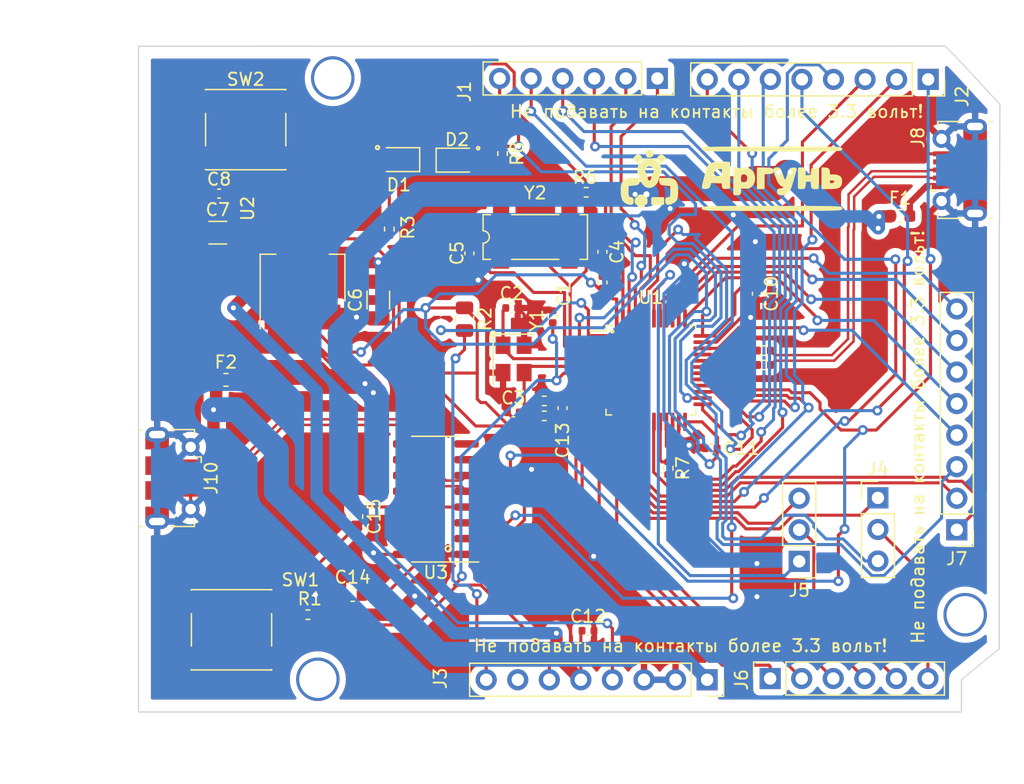
<source format=kicad_pcb>
(kicad_pcb (version 20211014) (generator pcbnew)
  (layers (0 "F.Cu" signal) (31 "B.Cu" signal) (34 "B.Paste" user) (35 "F.Paste" user) (36 "B.SilkS" user "B.Silkscreen") (37 "F.SilkS" user "F.Silkscreen") (38 "B.Mask" user) (39 "F.Mask" user) (44 "Edge.Cuts" user))
  (net 0 "")
  (net 1 "/rst")
  (net 2 "GND")
  (net 3 "/oscin")
  (net 4 "/oscout")
  (net 5 "/osc32in")
  (net 6 "/osc32out")
  (net 7 "+5V")
  (net 8 "+3V3")
  (net 9 "VDDA")
  (net 10 "VSSA")
  (net 11 "Net-(D1-Pad2)")
  (net 12 "/Vin")
  (net 13 "/pin8")
  (net 14 "/pin9")
  (net 15 "/psi1_ss")
  (net 16 "/spi1_mosi")
  (net 17 "/spi1_miso")
  (net 18 "/spi1_sck")
  (net 19 "/pin0")
  (net 20 "/pin1")
  (net 21 "/jtdi")
  (net 22 "/jtck")
  (net 23 "/jtms")
  (net 24 "/pin5")
  (net 25 "/pin6")
  (net 26 "/pin7")
  (net 27 "/a0")
  (net 28 "/a1")
  (net 29 "/a2")
  (net 30 "/a3")
  (net 31 "Net-(J3-Pad5)")
  (net 32 "Net-(J3-Pad6)")
  (net 33 "/a4")
  (net 34 "/sda0")
  (net 35 "/scl0")
  (net 36 "/a5")
  (net 37 "/pb1")
  (net 38 "/pb0")
  (net 39 "/pa7")
  (net 40 "/pa6")
  (net 41 "/pb5")
  (net 43 "/jtdo")
  (net 44 "/boot0")
  (net 45 "/boot1")
  (net 46 "/Vbat")
  (net 48 "/pc13")
  (net 49 "Net-(C14-Pad2)")
  (net 50 "Net-(C15-Pad1)")
  (net 59 "/jrst")
  (net 60 "Net-(D2-Pad2)")
  (net 61 "/USB+")
  (net 62 "/USB-")
  (net 63 "/usb-r-")
  (net 64 "/usb-r+")
  (net 65 "/uart+")
  (net 66 "/uart-")
  (net 67 "Net-(F1-Pad2)")
  (footprint "Resistor_SMD:R_0402_1005Metric" (layer "F.Cu") (at 235 75.439999 180)
    (fp_text reference "R4" hide)
    (fp_text value "22R")
  )
  (footprint "Connector_PinHeader_2.54mm:PinHeader_1x08_P2.54mm_Vertical" (layer "F.Cu") (at 250.53 89.868 180)
    (fp_text reference "J7")
    (fp_text value "extra pins")
  )
  (footprint "Resistor_SMD:R_0402_1005Metric" (layer "F.Cu") (at 217.325 79.493 180)
    (fp_text reference "FB2" hide)
    (fp_text value "CBW100505U601T" hide)
  )
  (footprint "Capacitor_SMD:C_0402_1005Metric" (layer "F.Cu") (at 214.705 72.013)
    (fp_text reference "C2")
    (fp_text value "8pF")
  )
  (footprint "Capacitor_SMD:C_0402_1005Metric" (layer "F.Cu") (at 220.845 97.993)
    (fp_text reference "C12")
    (fp_text value "100nF")
  )
  (footprint "Package_SO:SOIC-16_3.9x9.9mm_P1.27mm" (layer "F.Cu") (at 208.6 87.4 180)
    (fp_text reference "U3")
    (fp_text value "CH340C")
  )
  (footprint "Connector_PinSocket_2.54mm:PinSocket_1x08_P2.54mm_Vertical" (layer "F.Cu") (at 230.43 101.938 -90)
    (fp_text reference "J6")
    (fp_text value "powerline")
  )
  (footprint "Capacitor_SMD:C_0402_1005Metric" (layer "F.Cu") (at 222.005 67.493 -90)
    (fp_text reference "C4")
    (fp_text value "6pF")
  )
  (footprint "Capacitor_SMD:C_1206_3216Metric" (layer "F.Cu") (at 191.0465 65.9525)
    (fp_text reference "C7")
    (fp_text value "10uF")
  )
  (footprint "Capacitor_SMD:C_0402_1005Metric" (layer "F.Cu") (at 222.004992 69.952997 90)
    (fp_text reference "C9" hide)
    (fp_text value "100nF")
  )
  (footprint "Package_QFP:LQFP-48_7x7mm_P0.5mm" (layer "F.Cu") (at 225.905 77.013)
    (fp_text reference "U1")
    (fp_text value "gd32vf103cbt6")
  )
  (footprint "Fuse:Fuse_0603_1608Metric" (layer "F.Cu") (at 191.7 77.8)
    (fp_text reference "F2")
    (fp_text value "Fuse_Small")
  )
  (footprint "Capacitor_SMD:C_0402_1005Metric" (layer "F.Cu") (at 230.759 83.312 180)
    (fp_text reference "C11")
    (fp_text value "100nF")
  )
  (footprint "Capacitor_SMD:C_0402_1005Metric" (layer "F.Cu") (at 191.1465 62.8065)
    (fp_text reference "C8")
    (fp_text value "100nF")
  )
  (footprint "Connector_PinSocket_2.54mm:PinSocket_1x06_P2.54mm_Vertical" (layer "F.Cu") (at 226.43 53.538 -90)
    (fp_text reference "J1")
    (fp_text value "Conn_pin13:pin8")
  )
  (footprint "Capacitor_SMD:C_0402_1005Metric" (layer "F.Cu") (at 218.005 72.713 90)
    (fp_text reference "C1")
    (fp_text value "100nF")
  )
  (footprint "Resistor_SMD:R_0402_1005Metric" (layer "F.Cu") (at 204.851 65.661 90)
    (fp_text reference "R3")
    (fp_text value "2k")
  )
  (footprint "Connector_PinHeader_2.54mm:PinHeader_1x03_P2.54mm_Vertical" (layer "F.Cu") (at 244.18 87.298)
    (fp_text reference "J4")
    (fp_text value "selector_a5")
  )
  (footprint "Crystal:Crystal_SMD_SeikoEpson_MC306-4Pin_8.0x3.2mm" (layer "F.Cu") (at 216.6 66.3)
    (fp_text reference "Y2")
    (fp_text value "32Khz RTC")
  )
  (footprint "Fuse:Fuse_0603_1608Metric" (layer "F.Cu") (at 245.965 64.603)
    (fp_text reference "F1")
    (fp_text value "6V 2A")
  )
  (footprint "Connector_PinHeader_2.54mm:PinHeader_1x03_P2.54mm_Vertical" (layer "F.Cu") (at 237.845 92.408 180)
    (fp_text reference "J5")
    (fp_text value "selector_a4")
  )
  (footprint "Resistor_SMD:R_0402_1005Metric" (layer "F.Cu") (at 227.305 84.913 -90)
    (fp_text reference "R7")
    (fp_text value "10k")
  )
  (footprint "Button_Switch_SMD:SW_Push_1P1T_NO_6x6mm_H9.5mm" (layer "F.Cu") (at 192.151 97.917)
    (fp_text reference "SW1")
    (fp_text value "SW_Push_Dual 6x6 smd")
  )
  (footprint "Capacitor_SMD:C_1206_3216Metric" (layer "F.Cu") (at 203.966 71.374 90)
    (fp_text reference "C6")
    (fp_text value "10uF")
  )
  (footprint "Resistor_SMD:R_0805_2012Metric" (layer "F.Cu") (at 210.905 72.913 -90)
    (fp_text reference "R2")
    (fp_text value "R")
  )
  (footprint "Capacitor_SMD:C_0603_1608Metric" (layer "F.Cu") (at 202.2 88.8 -90)
    (fp_text reference "C15")
    (fp_text value "0.1uF")
  )
  (footprint "Connector_PinSocket_2.54mm:PinSocket_1x06_P2.54mm_Vertical" (layer "F.Cu") (at 235.505 101.838 90)
    (fp_text reference "J3")
    (fp_text value "analog5:0")
  )
  (footprint "Resistor_SMD:R_0402_1005Metric" (layer "F.Cu") (at 198.3 96.7)
    (fp_text reference "R1")
    (fp_text value "10k")
  )
  (footprint "Connector_USB:USB_Micro-B_Molex-105017-0001" (layer "F.Cu") (at 187.4 85.7 -90)
    (fp_text reference "J10")
    (fp_text value "USB-FS")
  )
  (footprint "Capacitor_SMD:C_0402_1005Metric" (layer "F.Cu") (at 214.835 80.413)
    (fp_text reference "C3")
    (fp_text value "8pF")
  )
  (footprint "Resistor_SMD:R_0402_1005Metric" (layer "F.Cu") (at 217.325 80.693 180)
    (fp_text reference "FB1" hide)
    (fp_text value "CBW100505U601T" hide)
  )
  (footprint "Resistor_SMD:R_0402_1005Metric" (layer "F.Cu") (at 235.019998 76.6)
    (fp_text reference "R5" hide)
    (fp_text value "22R")
  )
  (footprint "Connector_PinSocket_2.54mm:PinSocket_1x08_P2.54mm_Vertical" (layer "F.Cu") (at 248.225 53.613 -90)
    (fp_text reference "J2")
    (fp_text value "conn_pin7:pin0")
  )
  (footprint "Capacitor_SMD:C_0402_1005Metric" (layer "F.Cu") (at 211.3 67.613 -90)
    (fp_text reference "C5")
    (fp_text value "6pF")
  )
  (footprint "Connector_USB:USB_Micro-B_Molex-105017-0001" (layer "F.Cu") (at 250.765 60.903 90)
    (fp_text reference "J8")
    (fp_text value "USB-FS")
  )
  (footprint "Crystal:Crystal_SMD_3225-4Pin_3.2x2.5mm" (layer "F.Cu") (at 214.855 76.113 -90)
    (fp_text reference "Y1")
    (fp_text value "8Mhz")
  )
  (footprint "Button_Switch_SMD:SW_Push_1P1T_NO_6x6mm_H9.5mm" (layer "F.Cu") (at 193.294 57.658)
    (fp_text reference "SW2")
    (fp_text value "SW_Push_Dual 6x6 smd")
  )
  (footprint "Resistor_SMD:R_0402_1005Metric" (layer "F.Cu") (at 220.7 62.7 180)
    (fp_text reference "R6")
    (fp_text value "10k")
  )
  (footprint "Resistor_SMD:R_0402_1005Metric" (layer "F.Cu") (at 213.965 59.588 -90)
    (fp_text reference "R8")
    (fp_text value "2k")
  )
  (footprint "LED_SMD:LED_0805_2012Metric" (layer "F.Cu") (at 205.613 60.071 180)
    (fp_text reference "D1")
    (fp_text value "LED")
  )
  (footprint "Capacitor_SMD:C_0402_1005Metric" (layer "F.Cu") (at 234.442 70.866 -90)
    (fp_text reference "C10")
    (fp_text value "100nF")
  )
  (footprint "Package_TO_SOT_SMD:SOT-223-3_TabPin2" (layer "F.Cu") (at 197.866 69.596 90)
    (fp_text reference "U2")
    (fp_text value "AMS1117-3.3")
  )
  (footprint "Capacitor_SMD:C_0603_1608Metric" (layer "F.Cu") (at 201.905 95.113)
    (fp_text reference "C14")
    (fp_text value "0.1uF")
  )
  (footprint "Capacitor_SMD:C_0402_1005Metric" (layer "F.Cu") (at 218.795 80.073 90)
    (fp_text reference "C13")
    (fp_text value "100nF")
  )
  (footprint "LED_SMD:LED_0805_2012Metric" (layer "F.Cu") (at 210.305 60.113)
    (fp_text reference "D2")
    (fp_text value "LED")
  )
  (gr_poly (pts (xy 235.116902 60.814292) (xy 235.292868 60.821286) (xy 235.429448 60.829306) (xy 235.484503 60.834127) (xy 235.531551 60.839714) (xy 235.571207 60.84624) (xy 235.604084 60.853873) (xy 235.630796 60.862785) (xy 235.651955 60.873145) (xy 235.668176 60.885123) (xy 235.680073 60.898891) (xy 235.688257 60.914618) (xy 235.693344 60.932474) (xy 235.695946 60.952631) (xy 235.696677 60.975257) (xy 235.696513 60.986228) (xy 235.695994 60.996652) (xy 235.695084 61.006544) (xy 235.693744 61.015921) (xy 235.691937 61.024801) (xy 235.689623 61.033199) (xy 235.686766 61.041132) (xy 235.683328 61.048617) (xy 235.67927 61.05567) (xy 235.674555 61.062308) (xy 235.669144 61.068549) (xy 235.663001 61.074407) (xy 235.656086 61.079901) (xy 235.648362 61.085046) (xy 235.639791 61.089859) (xy 235.630335 61.094357) (xy 235.619956 61.098557) (xy 235.608616 61.102475) (xy 235.596277 61.106128) (xy 235.582902 61.109532) (xy 235.568452 61.112704) (xy 235.552889 61.115661) (xy 235.536176 61.118419) (xy 235.518275 61.120995) (xy 235.499147 61.123406) (xy 235.478755 61.125668) (xy 235.434027 61.129812) (xy 235.383786 61.13356) (xy 235.327729 61.137046) (xy 234.958779 61.158347) (xy 234.958779 62.345694) (xy 234.537123 62.345694) (xy 234.537123 60.793891)) (layer "F.SilkS") (width 0.2) (fill solid))
  (gr_poly (pts (xy 238.086809 60.799953) (xy 238.11838 60.80084) (xy 238.145911 60.80283) (xy 238.158247 60.804371) (xy 238.169677 60.806345) (xy 238.180234 60.808804) (xy 238.189953 60.811802) (xy 238.19887 60.81539) (xy 238.207017 60.819621) (xy 238.214431 60.824548) (xy 238.221145 60.830223) (xy 238.227195 60.836698) (xy 238.232613 60.844026) (xy 238.237436 60.852258) (xy 238.241697 60.861449) (xy 238.245432 60.87165) (xy 238.248674 60.882913) (xy 238.251458 60.895291) (xy 238.253819 60.908836) (xy 238.255792 60.923602) (xy 238.25741 60.939639) (xy 238.259721 60.975741) (xy 238.26103 61.01756) (xy 238.261613 61.065518) (xy 238.261746 61.120032) (xy 238.261746 61.440314) (xy 238.560418 61.418708) (xy 238.658632 61.410962) (xy 238.6985 61.406633) (xy 238.732826 61.401385) (xy 238.748055 61.398271) (xy 238.762072 61.394754) (xy 238.774934 61.390775) (xy 238.7867 61.386279) (xy 238.797426 61.381205) (xy 238.807172 61.375497) (xy 238.815994 61.369097) (xy 238.82395 61.361947) (xy 238.831099 61.353989) (xy 238.837498 61.345166) (xy 238.843205 61.33542) (xy 238.848277 61.324693) (xy 238.852773 61.312927) (xy 238.85675 61.300065) (xy 238.860266 61.286048) (xy 238.863379 61.270819) (xy 238.868626 61.236495) (xy 238.872953 61.196629) (xy 238.8807 61.098426) (xy 238.884471 61.049125) (xy 238.888393 61.005544) (xy 238.892733 60.96733) (xy 238.897759 60.934135) (xy 238.903739 60.905609) (xy 238.90717 60.892986) (xy 238.91094 60.8814) (xy 238.915083 60.870805) (xy 238.919631 60.861158) (xy 238.924619 60.852416) (xy 238.93008 60.844535) (xy 238.936047 60.83747) (xy 238.942554 60.831178) (xy 238.949635 60.825616) (xy 238.957322 60.820739) (xy 238.96565 60.816504) (xy 238.974651 60.812867) (xy 238.98436 60.809784) (xy 238.99481 60.807211) (xy 239.018065 60.803422) (xy 239.044685 60.801148) (xy 239.074939 60.800041) (xy 239.109093 60.79975) (xy 239.31588 60.79975) (xy 239.31588 62.345832) (xy 239.109093 62.345832) (xy 239.074939 62.34554) (xy 239.044685 62.344432) (xy 239.018063 62.342158) (xy 239.006031 62.340474) (xy 238.994807 62.338367) (xy 238.984357 62.335793) (xy 238.974647 62.332709) (xy 238.965645 62.329071) (xy 238.957317 62.324835) (xy 238.949629 62.319957) (xy 238.942548 62.314394) (xy 238.936041 62.308101) (xy 238.930073 62.301036) (xy 238.924612 62.293154) (xy 238.919623 62.284411) (xy 238.915075 62.274764) (xy 238.910932 62.264169) (xy 238.907161 62.252582) (xy 238.90373 62.23996) (xy 238.900604 62.226258) (xy 238.897751 62.211434) (xy 238.892726 62.17824) (xy 238.888388 62.14003) (xy 238.884468 62.096452) (xy 238.8807 62.047156) (xy 238.873003 61.948763) (xy 238.868788 61.908933) (xy 238.863741 61.874768) (xy 238.860767 61.859674) (xy 238.857421 61.845833) (xy 238.853647 61.833192) (xy 238.849389 61.821695) (xy 238.844593 61.811288) (xy 238.839204 61.801917) (xy 238.833166 61.793528) (xy 238.826425 61.786067) (xy 238.818926 61.779478) (xy 238.810613 61.773709) (xy 238.801431 61.768703) (xy 238.791326 61.764408) (xy 238.780242 61.760769) (xy 238.768125 61.757731) (xy 238.754918 61.75524) (xy 238.740568 61.753242) (xy 238.708216 61.750507) (xy 238.670629 61.749092) (xy 238.577984 61.748481) (xy 238.485337 61.749102) (xy 238.447748 61.750529) (xy 238.415395 61.753278) (xy 238.401045 61.755284) (xy 238.387839 61.757783) (xy 238.375721 61.760829) (xy 238.364637 61.764477) (xy 238.354532 61.76878) (xy 238.345351 61.773793) (xy 238.337038 61.779569) (xy 238.329538 61.786164) (xy 238.322798 61.793631) (xy 238.31676 61.802025) (xy 238.311372 61.811399) (xy 238.306576 61.821809) (xy 238.302319 61.833307) (xy 238.298545 61.845948) (xy 238.295199 61.859787) (xy 238.292227 61.874877) (xy 238.287181 61.909029) (xy 238.282967 61.948837) (xy 238.275273 62.047156) (xy 238.271506 62.096459) (xy 238.267588 62.140043) (xy 238.263251 62.178257) (xy 238.258227 62.211453) (xy 238.252248 62.23998) (xy 238.248816 62.252603) (xy 238.245046 62.264189) (xy 238.240903 62.274784) (xy 238.236354 62.28443) (xy 238.231366 62.293172) (xy 238.225904 62.301053) (xy 238.219936 62.308117) (xy 238.213428 62.314409) (xy 238.206347 62.319971) (xy 238.198659 62.324847) (xy 238.19033 62.329082) (xy 238.181328 62.332718) (xy 238.171618 62.335801) (xy 238.161168 62.338373) (xy 238.13791 62.342162) (xy 238.111289 62.344434) (xy 238.081034 62.345541) (xy 238.046879 62.345832) (xy 237.840092 62.345832) (xy 237.840092 60.79975) (xy 238.050919 60.79975)) (layer "F.SilkS") (width 0.2) (fill solid))
  (gr_poly (pts (xy 226.752276 59.765252) (xy 226.759387 59.766341) (xy 226.766569 59.767974) (xy 226.77385 59.770147) (xy 226.781257 59.772857) (xy 226.788818 59.776101) (xy 226.796562 59.779875) (xy 226.804514 59.784176) (xy 226.821157 59.794347) (xy 226.838968 59.806586) (xy 226.858168 59.820868) (xy 226.908711 59.859387) (xy 226.954433 59.893844) (xy 226.990311 59.920484) (xy 227.011321 59.935553) (xy 227.014087 59.938696) (xy 227.015244 59.943206) (xy 227.014879 59.948986) (xy 227.013081 59.95594) (xy 227.009936 59.963972) (xy 227.005533 59.972986) (xy 226.993302 59.993575) (xy 226.977089 60.016937) (xy 226.957595 60.042305) (xy 226.935521 60.068907) (xy 226.911569 60.095975) (xy 226.886441 60.122739) (xy 226.860837 60.148431) (xy 226.835459 60.172281) (xy 226.811008 60.19352) (xy 226.788186 60.211378) (xy 226.767694 60.225086) (xy 226.75854 60.230143) (xy 226.750233 60.233875) (xy 226.742858 60.236184) (xy 226.736504 60.236976) (xy 226.733866 60.236807) (xy 226.730958 60.236306) (xy 226.727792 60.235481) (xy 226.724378 60.23434) (xy 226.716848 60.231145) (xy 226.708454 60.226787) (xy 226.699279 60.221331) (xy 226.68941 60.214845) (xy 226.67893 60.207394) (xy 226.667925 60.199044) (xy 226.656479 60.189862) (xy 226.644677 60.179914) (xy 226.632604 60.169266) (xy 226.620344 60.157983) (xy 226.607983 60.146134) (xy 226.595605 60.133783) (xy 226.583294 60.120996) (xy 226.571137 60.10784) (xy 226.571135 60.10784) (xy 226.551929 60.086352) (xy 226.535349 60.06701) (xy 226.521421 60.049512) (xy 226.51546 60.041359) (xy 226.510172 60.033554) (xy 226.505561 60.026059) (xy 226.50163 60.018836) (xy 226.498383 60.011847) (xy 226.495822 60.005053) (xy 226.493951 59.998419) (xy 226.492775 59.991905) (xy 226.492295 59.985473) (xy 226.492515 59.979087) (xy 226.49344 59.972708) (xy 226.495071 59.966298) (xy 226.497413 59.959819) (xy 226.500469 59.953235) (xy 226.504242 59.946506) (xy 226.508737 59.939595) (xy 226.513955 59.932465) (xy 226.519901 59.925077) (xy 226.526577 59.917394) (xy 226.533988 59.909377) (xy 226.551027 59.892193) (xy 226.571044 59.873223) (xy 226.594065 59.852164) (xy 226.6156 59.833053) (xy 226.635435 59.816351) (xy 226.65379 59.802033) (xy 226.662482 59.79576) (xy 226.670887 59.790072) (xy 226.679032 59.784968) (xy 226.686945 59.780442) (xy 226.694654 59.776493) (xy 226.702186 59.773117) (xy 226.709569 59.770311) (xy 226.71683 59.768071) (xy 226.723997 59.766394) (xy 226.731098 59.765277) (xy 226.73816 59.764716) (xy 226.74521 59.764709)) (layer "F.SilkS") (width 0.2) (fill solid))
  (gr_poly (pts (xy 225.145688 62.978537) (xy 225.16957 62.979771) (xy 225.191806 62.981828) (xy 225.212394 62.984708) (xy 225.231336 62.988411) (xy 225.24863 62.992938) (xy 225.264278 62.998288) (xy 225.278278 63.004462) (xy 225.290631 63.01146) (xy 225.301337 63.019283) (xy 225.306072 63.023503) (xy 225.310396 63.027929) (xy 225.314308 63.032562) (xy 225.317808 63.0374) (xy 225.320896 63.042445) (xy 225.323573 63.047696) (xy 225.325838 63.053153) (xy 225.327691 63.058817) (xy 225.329132 63.064686) (xy 225.330161 63.070762) (xy 225.330779 63.077045) (xy 225.330985 63.083533) (xy 225.331123 63.088938) (xy 225.331532 63.094275) (xy 225.332205 63.099536) (xy 225.333136 63.104715) (xy 225.334319 63.109805) (xy 225.335745 63.114799) (xy 225.337409 63.119691) (xy 225.339303 63.124474) (xy 225.341421 63.12914) (xy 225.343757 63.133684) (xy 225.346303 63.138099) (xy 225.349052 63.142377) (xy 225.351998 63.146513) (xy 225.355135 63.150499) (xy 225.358455 63.154328) (xy 225.361951 63.157994) (xy 225.365618 63.16149) (xy 225.369447 63.16481) (xy 225.373433 63.167946) (xy 225.377568 63.170892) (xy 225.381846 63.173641) (xy 225.38626 63.176187) (xy 225.390804 63.178522) (xy 225.39547 63.18064) (xy 225.400251 63.182534) (xy 225.405142 63.184197) (xy 225.410135 63.185623) (xy 225.415224 63.186805) (xy 225.420401 63.187736) (xy 225.425661 63.188409) (xy 225.430995 63.188818) (xy 225.436398 63.188956) (xy 225.442884 63.189162) (xy 225.449164 63.18978) (xy 225.455238 63.19081) (xy 225.461106 63.192251) (xy 225.466768 63.194105) (xy 225.472224 63.19637) (xy 225.477474 63.199047) (xy 225.482518 63.202136) (xy 225.487357 63.205637) (xy 225.491989 63.209549) (xy 225.496416 63.213874) (xy 225.500636 63.21861) (xy 225.504651 63.223757) (xy 225.50846 63.229317) (xy 225.512063 63.235288) (xy 225.51546 63.241671) (xy 225.518651 63.248466) (xy 225.521636 63.255673) (xy 225.524416 63.263291) (xy 225.526989 63.271321) (xy 225.529357 63.279762) (xy 225.531518 63.288616) (xy 225.533474 63.297881) (xy 225.535224 63.307557) (xy 225.536768 63.317645) (xy 225.538106 63.328145) (xy 225.539238 63.339056) (xy 225.540165 63.350379) (xy 225.540885 63.362114) (xy 225.5414 63.37426) (xy 225.541709 63.386818) (xy 225.541812 63.399787) (xy 225.5414 63.425316) (xy 225.540164 63.449198) (xy 225.538106 63.471433) (xy 225.535223 63.492021) (xy 225.531517 63.510961) (xy 225.526987 63.528255) (xy 225.521634 63.543901) (xy 225.515458 63.5579) (xy 225.508458 63.570253) (xy 225.500634 63.580958) (xy 225.496413 63.585693) (xy 225.491987 63.590016) (xy 225.487354 63.593927) (xy 225.482516 63.597427) (xy 225.477472 63.600515) (xy 225.472222 63.603191) (xy 225.466766 63.605456) (xy 225.461104 63.607309) (xy 225.455236 63.60875) (xy 225.449163 63.609779) (xy 225.442883 63.610396) (xy 225.436398 63.610602) (xy 225.430995 63.61074) (xy 225.42566 63.611149) (xy 225.4204 63.611822) (xy 225.415222 63.612752) (xy 225.410133 63.613933) (xy 225.40514 63.615359) (xy 225.400249 63.617021) (xy 225.395467 63.618914) (xy 225.390801 63.621031) (xy 225.386258 63.623365) (xy 225.381843 63.62591) (xy 225.377565 63.628658) (xy 225.37343 63.631603) (xy 225.369445 63.634739) (xy 225.365615 63.638057) (xy 225.361949 63.641553) (xy 225.358453 63.645218) (xy 225.355133 63.649047) (xy 225.351997 63.653033) (xy 225.349051 63.657168) (xy 225.346301 63.661446) (xy 225.343756 63.665861) (xy 225.34142 63.670405) (xy 225.339302 63.675072) (xy 225.337408 63.679855) (xy 225.335744 63.684748) (xy 225.334318 63.689743) (xy 225.333136 63.694835) (xy 225.332205 63.700015) (xy 225.331532 63.705278) (xy 225.331123 63.710617) (xy 225.330985 63.716025) (xy 225.330779 63.722513) (xy 225.330161 63.728794) (xy 225.329132 63.734869) (xy 225.32769 63.740738) (xy 225.325837 63.7464) (xy 225.323572 63.751857) (xy 225.320896 63.757107) (xy 225.317807 63.762152) (xy 225.314307 63.76699) (xy 225.310395 63.771623) (xy 225.306072 63.776049) (xy 225.301336 63.780269) (xy 225.296189 63.784284) (xy 225.29063 63.788092) (xy 225.284659 63.791694) (xy 225.278276 63.795091) (xy 225.271482 63.798281) (xy 225.264276 63.801266) (xy 225.256658 63.804044) (xy 225.248629 63.806617) (xy 225.240187 63.808984) (xy 225.231334 63.811144) (xy 225.222069 63.813099) (xy 225.212393 63.814849) (xy 225.202304 63.816392) (xy 225.191804 63.817729) (xy 225.180893 63.818861) (xy 225.169569 63.819787) (xy 225.157834 63.820507) (xy 225.145687 63.821022) (xy 225.133128 63.82133) (xy 225.120158 63.821433) (xy 225.094628 63.821022) (xy 225.070745 63.819788) (xy 225.048509 63.817731) (xy 225.02792 63.814851) (xy 225.008979 63.811147) (xy 224.991684 63.806621) (xy 224.976037 63.80127) (xy 224.962036 63.795096) (xy 224.949683 63.788098) (xy 224.938977 63.780276) (xy 224.934241 63.776056) (xy 224.929918 63.771629) (xy 224.926006 63.766997) (xy 224.922506 63.762158) (xy 224.919418 63.757114) (xy 224.916741 63.751863) (xy 224.914476 63.746405) (xy 224.912623 63.740742) (xy 224.911182 63.734872) (xy 224.910153 63.728796) (xy 224.909535 63.722514) (xy 224.909329 63.716025) (xy 224.909191 63.71062) (xy 224.908782 63.705283) (xy 224.908109 63.700022) (xy 224.907177 63.694843) (xy 224.905995 63.689753) (xy 224.904569 63.684759) (xy 224.902905 63.679867) (xy 224.901011 63.675085) (xy 224.898892 63.670418) (xy 224.896557 63.665874) (xy 224.894011 63.661459) (xy 224.891262 63.657181) (xy 224.888315 63.653046) (xy 224.885179 63.64906) (xy 224.881859 63.64523) (xy 224.878363 63.641564) (xy 224.874696 63.638068) (xy 224.870867 63.634748) (xy 224.866881 63.631612) (xy 224.862746 63.628666) (xy 224.858468 63.625917) (xy 224.854054 63.623372) (xy 224.84951 63.621037) (xy 224.844844 63.618919) (xy 224.840062 63.617025) (xy 224.835172 63.615361) (xy 224.830179 63.613935) (xy 224.82509 63.612753) (xy 224.819913 63.611822) (xy 224.814653 63.611149) (xy 224.809319 63.61074) (xy 224.803916 63.610602) (xy 224.79743 63.610396) (xy 224.79115 63.609779) (xy 224.785076 63.608749) (xy 224.779208 63.607307) (xy 224.773546 63.605454) (xy 224.76809 63.603189) (xy 224.76284 63.600512) (xy 224.757795 63.597423) (xy 224.752957 63.593922) (xy 224.748325 63.59001) (xy 224.743898 63.585686) (xy 224.739677 63.58095) (xy 224.735663 63.575802) (xy 224.731854 63.570243) (xy 224.728251 63.564272) (xy 224.724854 63.557889) (xy 224.721663 63.551094) (xy 224.718678 63.543888) (xy 224.715898 63.536271) (xy 224.713325 63.528241) (xy 224.710957 63.5198) (xy 224.708796 63.510948) (xy 224.70684 63.501684) (xy 224.70509 63.492008) (xy 224.703546 63.481921) (xy 224.702208 63.471422) (xy 224.701075 63.460511) (xy 224.700149 63.449189) (xy 224.699429 63.437456) (xy 224.698914 63.425311) (xy 224.698605 63.412755) (xy 224.698502 63.399787) (xy 224.698914 63.374255) (xy 224.700149 63.350371) (xy 224.702208 63.328134) (xy 224.705091 63.307544) (xy 224.708797 63.288602) (xy 224.713326 63.271307) (xy 224.718679 63.25566) (xy 224.724856 63.24166) (xy 224.731856 63.229307) (xy 224.73968 63.218602) (xy 224.743901 63.213866) (xy 224.748327 63.209543) (xy 224.752959 63.205631) (xy 224.757798 63.202132) (xy 224.762842 63.199044) (xy 224.768092 63.196367) (xy 224.773548 63.194103) (xy 224.77921 63.19225) (xy 224.785077 63.190809) (xy 224.791151 63.18978) (xy 224.79743 63.189162) (xy 224.803916 63.188956) (xy 224.809319 63.188818) (xy 224.814654 63.18841) (xy 224.819914 63.187737) (xy 224.825092 63.186806) (xy 224.83018 63.185625) (xy 224.835174 63.1842) (xy 224.840065 63.182537) (xy 224.844847 63.180644) (xy 224.849513 63.178527) (xy 224.854056 63.176193) (xy 224.85847 63.173649) (xy 224.862748 63.1709) (xy 224.866884 63.167955) (xy 224.870869 63.16482) (xy 224.874699 63.161501) (xy 224.878365 63.158006) (xy 224.881861 63.15434) (xy 224.885181 63.150511) (xy 224.888317 63.146526) (xy 224.891263 63.142391) (xy 224.894012 63.138113) (xy 224.896558 63.133698) (xy 224.898893 63.129154) (xy 224.901012 63.124487) (xy 224.902906 63.119703) (xy 224.904569 63.114811) (xy 224.905996 63.109815) (xy 224.907178 63.104724) (xy 224.908109 63.099543) (xy 224.908782 63.09428) (xy 224.909191 63.088941) (xy 224.909329 63.083533) (xy 224.909535 63.077046) (xy 224.910153 63.070765) (xy 224.911182 63.06469) (xy 224.912623 63.058821) (xy 224.914476 63.053158) (xy 224.916741 63.047702) (xy 224.919418 63.042451) (xy 224.922506 63.037407) (xy 224.926007 63.032568) (xy 224.929919 63.027936) (xy 224.934242 63.02351) (xy 224.938978 63.019289) (xy 224.944125 63.015275) (xy 224.949684 63.011467) (xy 224.955655 63.007864) (xy 224.962038 63.004468) (xy 224.968832 63.001277) (xy 224.976038 62.998293) (xy 224.983656 62.995514) (xy 224.991686 62.992942) (xy 225.000127 62.990575) (xy 225.00898 62.988414) (xy 225.018245 62.986459) (xy 225.027922 62.98471) (xy 225.03801 62.983167) (xy 225.04851 62.981829) (xy 225.059422 62.980697) (xy 225.070746 62.979771) (xy 225.082481 62.979051) (xy 225.094628 62.978537) (xy 225.107187 62.978228) (xy 225.120158 62.978126)) (layer "F.SilkS") (width 0.2) (fill solid))
  (gr_circle (center 203.9 59.1) (end 203.8 59) (layer "F.SilkS") (width 0.15) (fill none))
  (gr_poly (pts (xy 225.861881 59.393931) (xy 225.892298 59.39485) (xy 225.91903 59.396622) (xy 225.942275 59.399445) (xy 225.952651 59.401312) (xy 225.962228 59.403515) (xy 225.971033 59.406079) (xy 225.979088 59.409029) (xy 225.98642 59.412389) (xy 225.993051 59.416184) (xy 225.999008 59.420439) (xy 226.004314 59.425177) (xy 226.008994 59.430425) (xy 226.013074 59.436206) (xy 226.016576 59.442544) (xy 226.019527 59.449465) (xy 226.02195 59.456994) (xy 226.023871 59.465154) (xy 226.025313 59.473971) (xy 226.026302 59.483468) (xy 226.026862 59.493672) (xy 226.027018 59.504605) (xy 226.026215 59.528762) (xy 226.02409 59.556135) (xy 226.02084 59.586921) (xy 226.017211 59.614164) (xy 226.012794 59.639045) (xy 226.007478 59.661678) (xy 226.004447 59.672186) (xy 226.00115 59.682174) (xy 225.997571 59.691655) (xy 225.993697 59.700645) (xy 225.989514 59.709157) (xy 225.985008 59.717205) (xy 225.980164 59.724803) (xy 225.974969 59.731966) (xy 225.969409 59.738707) (xy 225.963469 59.74504) (xy 225.957135 59.750979) (xy 225.950394 59.75654) (xy 225.943231 59.761734) (xy 225.935633 59.766577) (xy 225.927584 59.771083) (xy 225.919072 59.775266) (xy 225.910082 59.779139) (xy 225.9006 59.782718) (xy 225.890612 59.786015) (xy 225.880104 59.789045) (xy 225.857471 59.79436) (xy 225.832589 59.798776) (xy 225.805346 59.802405) (xy 225.77456 59.805658) (xy 225.747186 59.807783) (xy 225.72303 59.808583) (xy 225.712096 59.808426) (xy 225.701892 59.807864) (xy 225.692394 59.806872) (xy 225.683577 59.805427) (xy 225.675417 59.803504) (xy 225.667888 59.801078) (xy 225.660967 59.798124) (xy 225.654628 59.794618) (xy 225.648847 59.790536) (xy 225.643599 59.785853) (xy 225.638861 59.780545) (xy 225.634606 59.774586) (xy 225.630811 59.767952) (xy 225.62745 59.76062) (xy 225.6245 59.752563) (xy 225.621936 59.743759) (xy 225.619732 59.734181) (xy 225.617865 59.723806) (xy 225.61631 59.712609) (xy 225.615042 59.700565) (xy 225.61327 59.673841) (xy 225.61235 59.643435) (xy 225.612088 59.609161) (xy 225.612381 59.574838) (xy 225.613406 59.544314) (xy 225.615382 59.517377) (xy 225.61853 59.493807) (xy 225.620612 59.483216) (xy 225.623069 59.473384) (xy 225.625929 59.464284) (xy 225.629218 59.455889) (xy 225.632965 59.448171) (xy 225.637197 59.441103) (xy 225.641942 59.434657) (xy 225.647226 59.428805) (xy 225.653077 59.423521) (xy 225.659523 59.418777) (xy 225.666592 59.414545) (xy 225.674309 59.410798) (xy 225.682704 59.407508) (xy 225.691804 59.404649) (xy 225.701635 59.402192) (xy 225.712226 59.40011) (xy 225.735795 59.396962) (xy 225.762731 59.394986) (xy 225.793254 59.393961) (xy 225.827582 59.393668)) (layer "F.SilkS") (width 0.2) (fill solid))
  (gr_poly (pts (xy 233.553277 60.798913) (xy 233.604475 60.80569) (xy 233.655249 60.816587) (xy 233.705379 60.831567) (xy 233.754646 60.850592) (xy 233.802829 60.873623) (xy 233.849708 60.900621) (xy 233.895063 60.93155) (xy 233.938675 60.966369) (xy 233.980322 61.005042) (xy 234.005533 61.031742) (xy 234.029217 61.059843) (xy 234.051372 61.089254) (xy 234.071996 61.119887) (xy 234.091085 61.151654) (xy 234.108637 61.184465) (xy 234.124649 61.218232) (xy 234.139117 61.252867) (xy 234.15204 61.288279) (xy 234.163414 61.324381) (xy 234.173236 61.361084) (xy 234.181504 61.398299) (xy 234.193365 61.473909) (xy 234.198974 61.550502) (xy 234.198307 61.627367) (xy 234.191342 61.703793) (xy 234.185491 61.74162) (xy 234.178056 61.779072) (xy 234.169036 61.816058) (xy 234.158427 61.852491) (xy 234.146226 61.888282) (xy 234.132431 61.923342) (xy 234.117038 61.957582) (xy 234.100045 61.990914) (xy 234.081449 62.023248) (xy 234.061246 62.054497) (xy 234.039435 62.08457) (xy 234.016013 62.113379) (xy 233.988891 62.144169) (xy 233.963154 62.17162) (xy 233.950641 62.184151) (xy 233.938277 62.195915) (xy 233.925997 62.206935) (xy 233.913734 62.217234) (xy 233.901424 62.226834) (xy 233.888999 62.235758) (xy 233.876395 62.244029) (xy 233.863546 62.251669) (xy 233.850386 62.258701) (xy 233.836849 62.265147) (xy 233.822869 62.271031) (xy 233.808382 62.276374) (xy 233.79332 62.281199) (xy 233.777618 62.28553) (xy 233.761212 62.289387) (xy 233.744033 62.292796) (xy 233.726018 62.295777) (xy 233.7071 62.298353) (xy 233.687214 62.300548) (xy 233.666294 62.302383) (xy 233.621087 62.305066) (xy 233.570954 62.306584) (xy 233.51537 62.307116) (xy 233.453808 62.306846) (xy 233.061328 62.302848) (xy 233.061328 62.57009) (xy 233.061127 62.614308) (xy 233.06036 62.653381) (xy 233.058777 62.687627) (xy 233.056128 62.717361) (xy 233.052165 62.742899) (xy 233.049612 62.754193) (xy 233.046637 62.764558) (xy 233.043209 62.774031) (xy 233.039296 62.782653) (xy 233.034868 62.790463) (xy 233.029893 62.797501) (xy 233.02434 62.803807) (xy 233.018178 62.809419) (xy 233.011376 62.814377) (xy 233.003902 62.818722) (xy 232.995725 62.822491) (xy 232.986815 62.825726) (xy 232.97714 62.828465) (xy 232.966669 62.830747) (xy 232.943213 62.834103) (xy 232.9162 62.836108) (xy 232.885379 62.837079) (xy 232.850501 62.837333) (xy 232.639672 62.837333) (xy 232.639674 61.81858) (xy 232.639674 61.604651) (xy 233.061329 61.604651) (xy 233.061804 61.66906) (xy 233.063463 61.726228) (xy 233.06666 61.776538) (xy 233.071748 61.820371) (xy 233.075112 61.839978) (xy 233.079081 61.858109) (xy 233.083699 61.874811) (xy 233.089011 61.890133) (xy 233.095061 61.904121) (xy 233.101893 61.916824) (xy 233.109551 61.92829) (xy 233.118079 61.938565) (xy 233.127521 61.947698) (xy 233.137922 61.955737) (xy 233.149326 61.962728) (xy 233.161777 61.968721) (xy 233.175318 61.973762) (xy 233.189995 61.977899) (xy 233.205852 61.981179) (xy 233.222932 61.983652) (xy 233.241279 61.985363) (xy 233.260938 61.986362) (xy 233.30437 61.98641) (xy 233.353578 61.984178) (xy 233.408917 61.980048) (xy 233.4444 61.976588) (xy 233.476922 61.972384) (xy 233.506666 61.967313) (xy 233.533814 61.96125) (xy 233.558549 61.954071) (xy 233.581054 61.945651) (xy 233.591527 61.940937) (xy 233.601512 61.935866) (xy 233.61103 61.930423) (xy 233.620106 61.924592) (xy 233.62876 61.918358) (xy 233.637018 61.911705) (xy 233.6449 61.904617) (xy 233.652431 61.897079) (xy 233.659632 61.889076) (xy 233.666528 61.880592) (xy 233.679492 61.862119) (xy 233.691505 61.841535) (xy 233.70275 61.818716) (xy 233.713411 61.793538) (xy 233.72367 61.765876) (xy 233.732605 61.738471) (xy 233.740237 61.711176) (xy 233.746586 61.684035) (xy 233.751671 61.657091) (xy 233.755512 61.630391) (xy 233.758128 61.603977) (xy 233.759538 61.577895) (xy 233.759762 61.552188) (xy 233.758819 61.526902) (xy 233.75673 61.50208) (xy 233.753512 61.477768) (xy 233.749186 61.454009) (xy 233.743771 61.430847) (xy 233.737287 61.408329) (xy 233.729753 61.386496) (xy 233.721189 61.365395) (xy 233.711613 61.34507) (xy 233.701046 61.325565) (xy 233.689506 61.306924) (xy 233.677014 61.289191) (xy 233.663589 61.272412) (xy 233.649249 61.256631) (xy 233.634016 61.241892) (xy 233.617907 61.228239) (xy 233.600943 61.215717) (xy 233.583143 61.20437) (xy 233.564526 61.194243) (xy 233.545112 61.18538) (xy 233.52492 61.177826) (xy 233.503971 61.171625) (xy 233.482282 61.166821) (xy 233.459874 61.163459) (xy 233.434019 61.1609) (xy 233.409111 61.159302) (xy 233.385144 61.158676) (xy 233.362107 61.159031) (xy 233.339994 61.160375) (xy 233.318795 61.162718) (xy 233.298502 61.166069) (xy 233.279107 61.170438) (xy 233.260602 61.175834) (xy 233.242978 61.182266) (xy 233.226227 61.189743) (xy 233.210341 61.198274) (xy 233.195311 61.20787) (xy 233.181128 61.218539) (xy 233.167785 61.23029) (xy 233.155274 61.243133) (xy 233.143585 61.257076) (xy 233.132711 61.27213) (xy 233.122643 61.288304) (xy 233.113373 61.305606) (xy 233.104892 61.324046) (xy 233.097193 61.343634) (xy 233.090266 61.364378) (xy 233.084104 61.386288) (xy 233.078698 61.409373) (xy 233.07404 61.433643) (xy 233.070122 61.459106) (xy 233.066934 61.485772) (xy 233.06447 61.51365) (xy 233.06272 61.54275) (xy 233.061329 61.604651) (xy 232.639674 61.604651) (xy 232.639674 60.799582) (xy 232.811215 60.799582) (xy 232.828916 60.799948) (xy 232.846564 60.80102) (xy 232.864048 60.802763) (xy 232.881259 60.805141) (xy 232.898086 60.808117) (xy 232.914419 60.811656) (xy 232.930148 60.815722) (xy 232.945161 60.820279) (xy 232.95935 60.82529) (xy 232.972603 60.830721) (xy 232.984811 60.836533) (xy 232.995863 60.842693) (xy 233.005649 60.849163) (xy 233.014059 60.855908) (xy 233.020982 60.862892) (xy 233.026309 60.870078) (xy 233.029123 60.874356) (xy 233.032107 60.878358) (xy 233.035261 60.882084) (xy 233.038585 60.885534) (xy 233.04208 60.888708) (xy 233.045746 60.891606) (xy 233.049582 60.894228) (xy 233.05359 60.896574) (xy 233.057768 60.898644) (xy 233.062118 60.900438) (xy 233.06664 60.901956) (xy 233.071333 60.903198) (xy 233.076199 60.904164) (xy 233.081236 60.904854) (xy 233.086445 60.905268) (xy 233.091827 60.905406) (xy 233.097382 60.905268) (xy 233.103109 60.904854) (xy 233.109009 60.904164) (xy 233.115083 60.903198) (xy 233.121329 60.901956) (xy 233.127749 60.900438) (xy 233.134343 60.898644) (xy 233.14111 60.896574) (xy 233.148052 60.894228) (xy 233.155167 60.891606) (xy 233.162457 60.888708) (xy 233.169921 60.885534) (xy 233.17756 60.882084) (xy 233.185374 60.878358) (xy 233.201527 60.870078) (xy 233.225373 60.857956) (xy 233.249526 60.846937) (xy 233.298642 60.828184) (xy 233.348656 60.813782) (xy 233.399346 60.803692) (xy 233.450493 60.797876) (xy 233.501877 60.796296)) (layer "F.SilkS") (width 0.2) (fill solid))
  (gr_circle (center 222.8 73.9) (end 222.8 73.8) (layer "F.SilkS") (width 0.15) (fill none))
  (gr_circle (center 213.205 74.113) (end 213.2 73.9) (layer "F.SilkS") (width 0.15) (fill none))
  (gr_circle (center 212 59.153) (end 212.1 59.1) (layer "F.SilkS") (width 0.15) (fill none))
  (gr_circle (center 209.6 91.4) (end 209.5 91.2) (layer "F.SilkS") (width 0.15) (fill none))
  (gr_poly (pts (xy 238.591166 59.11599) (xy 240.270466 59.130473) (xy 240.74556 59.143844) (xy 241.033252 59.162357) (xy 241.175268 59.186804) (xy 241.204687 59.201501) (xy 241.213334 59.217978) (xy 241.211281 59.226446) (xy 241.204687 59.234456) (xy 241.1929 59.242021) (xy 241.175268 59.249153) (xy 241.151139 59.255865) (xy 241.119861 59.262169) (xy 241.080783 59.268077) (xy 241.033252 59.273602) (xy 240.910224 59.283552) (xy 240.74556 59.292118) (xy 240.534046 59.299398) (xy 240.270466 59.305491) (xy 239.949604 59.310497) (xy 239.566243 59.314515) (xy 238.591166 59.31998) (xy 237.303507 59.322678) (xy 235.66154 59.323401) (xy 232.731913 59.319982) (xy 231.052611 59.305497) (xy 230.577517 59.292125) (xy 230.289826 59.273609) (xy 230.14781 59.249158) (xy 230.118391 59.234458) (xy 230.109744 59.217978) (xy 230.111797 59.209511) (xy 230.118391 59.201501) (xy 230.130178 59.193936) (xy 230.14781 59.186804) (xy 230.171938 59.180093) (xy 230.203216 59.173789) (xy 230.242294 59.167881) (xy 230.289826 59.162357) (xy 230.412854 59.152408) (xy 230.577517 59.143844) (xy 230.789031 59.136565) (xy 231.052611 59.130473) (xy 231.373474 59.125469) (xy 231.756834 59.121453) (xy 232.731913 59.11599) (xy 234.019572 59.113294) (xy 235.66154 59.112571)) (layer "F.SilkS") (width 0.2) (fill solid))
  (gr_poly (pts (xy 225.851451 60.074343) (xy 225.913701 60.078414) (xy 225.972823 60.085303) (xy 226.028978 60.095095) (xy 226.082324 60.107874) (xy 226.13302 60.123726) (xy 226.181225 60.142734) (xy 226.227097 60.164985) (xy 226.270796 60.190562) (xy 226.31248 60.21955) (xy 226.352308 60.252035) (xy 226.390439 60.288101) (xy 226.427033 60.327832) (xy 226.462247 60.371315) (xy 226.496241 60.418632) (xy 226.529174 60.46987) (xy 226.557603 60.519816) (xy 226.582584 60.570665) (xy 226.604112 60.622287) (xy 226.622181 60.67455) (xy 226.636784 60.727324) (xy 226.647916 60.780476) (xy 226.655571 60.833876) (xy 226.659742 60.887393) (xy 226.660425 60.940895) (xy 226.657612 60.994251) (xy 226.651298 61.04733) (xy 226.641477 61.100001) (xy 226.628143 61.152132) (xy 226.61129 61.203593) (xy 226.590912 61.254251) (xy 226.567004 61.303977) (xy 226.546318 61.346066) (xy 226.525229 61.393488) (xy 226.504327 61.444623) (xy 226.4842 61.497849) (xy 226.465438 61.551546) (xy 226.448631 61.60409) (xy 226.434368 61.653862) (xy 226.423239 61.699241) (xy 226.414867 61.732429) (xy 226.404489 61.765132) (xy 226.392195 61.797292) (xy 226.378077 61.828848) (xy 226.362226 61.859741) (xy 226.344733 61.889913) (xy 226.325689 61.919303) (xy 226.305186 61.947853) (xy 226.283314 61.975503) (xy 226.260164 62.002194) (xy 226.235829 62.027867) (xy 226.210398 62.052463) (xy 226.183962 62.075922) (xy 226.156614 62.098184) (xy 226.128444 62.119192) (xy 226.099543 62.138884) (xy 226.070003 62.157203) (xy 226.039914 62.174089) (xy 226.009367 62.189483) (xy 225.978454 62.203325) (xy 225.947266 62.215556) (xy 225.915894 62.226117) (xy 225.884429 62.234948) (xy 225.852962 62.241991) (xy 225.821584 62.247186) (xy 225.790386 62.250473) (xy 225.75946 62.251794) (xy 225.728896 62.25109) (xy 225.698787 62.2483) (xy 225.669221 62.243366) (xy 225.640292 62.236229) (xy 225.61209 62.226828) (xy 225.612088 62.226813) (xy 225.593255 62.219189) (xy 225.574377 62.21061) (xy 225.536617 62.190741) (xy 225.499074 62.167512) (xy 225.462016 62.14123) (xy 225.425709 62.112201) (xy 225.390421 62.080731) (xy 225.356419 62.047128) (xy 225.323969 62.011697) (xy 225.293339 61.974744) (xy 225.264796 61.936578) (xy 225.238607 61.897502) (xy 225.215039 61.857825) (xy 225.194359 61.817852) (xy 225.176834 61.77789) (xy 225.162731 61.738246) (xy 225.157046 61.718639) (xy 225.152318 61.699225) (xy 225.14119 61.653847) (xy 225.126928 61.604075) (xy 225.11012 61.55153) (xy 225.091357 61.497834) (xy 225.071229 61.444608) (xy 225.050326 61.393473) (xy 225.029237 61.34605) (xy 225.008553 61.303962) (xy 224.982886 61.250518) (xy 224.961321 61.196648) (xy 224.943769 61.142493) (xy 224.930144 61.08819) (xy 224.920358 61.033879) (xy 224.914322 60.9797) (xy 224.912717 60.943249) (xy 225.336564 60.943249) (xy 225.337111 60.959451) (xy 225.338511 60.975645) (xy 225.340764 60.991843) (xy 225.34387 61.008052) (xy 225.347827 61.024282) (xy 225.352636 61.040544) (xy 225.358296 61.056846) (xy 225.364806 61.073197) (xy 225.372167 61.089608) (xy 225.380377 61.106087) (xy 225.389437 61.122644) (xy 225.410103 61.15603) (xy 225.434161 61.189841) (xy 225.444683 61.204662) (xy 225.454933 61.220893) (xy 225.464857 61.238371) (xy 225.4744 61.256936) (xy 225.483509 61.276424) (xy 225.492129 61.296674) (xy 225.500207 61.317524) (xy 225.507688 61.338813) (xy 225.514519 61.360377) (xy 225.520645 61.382056) (xy 225.526012 61.403686) (xy 225.530566 61.425107) (xy 225.534254 61.446157) (xy 225.537021 61.466672) (xy 225.538813 61.486492) (xy 225.539576 61.505454) (xy 225.541298 61.540282) (xy 225.545507 61.574274) (xy 225.552064 61.607234) (xy 225.560831 61.638968) (xy 225.571669 61.669282) (xy 225.584438 61.69798) (xy 225.598999 61.724869) (xy 225.615214 61.749753) (xy 225.632944 61.772438) (xy 225.652049 61.79273) (xy 225.662073 61.801918) (xy 225.67239 61.810434) (xy 225.682981 61.818255) (xy 225.693828 61.825356) (xy 225.704916 61.831712) (xy 225.716225 61.8373) (xy 225.72774 61.842095) (xy 225.739441 61.846072) (xy 225.751313 61.849208) (xy 225.763338 61.851479) (xy 225.775498 61.852858) (xy 225.787776 61.853324) (xy 225.796088 61.852886) (xy 225.805026 61.851601) (xy 225.814507 61.849512) (xy 225.824447 61.846664) (xy 225.834763 61.843098) (xy 225.845374 61.83886) (xy 225.856195 61.833992) (xy 225.867144 61.828538) (xy 225.878139 61.822541) (xy 225.889096 61.816045) (xy 225.899933 61.809093) (xy 225.910566 61.801729) (xy 225.920914 61.793996) (xy 225.930892 61.785938) (xy 225.940418 61.777598) (xy 225.94941 61.769019) (xy 225.949412 61.769004) (xy 225.958002 61.759434) (xy 225.966351 61.748217) (xy 225.974417 61.735494) (xy 225.982155 61.721404) (xy 225.989522 61.706086) (xy 225.996476 61.68968) (xy 226.002973 61.672325) (xy 226.008969 61.654162) (xy 226.014422 61.63533) (xy 226.019288 61.615969) (xy 226.023524 61.596217) (xy 226.027087 61.576215) (xy 226.029934 61.556103) (xy 226.03202 61.536019) (xy 226.033304 61.516104) (xy 226.033742 61.496497) (xy 226.034289 61.476876) (xy 226.035893 61.456915) (xy 226.038502 61.436754) (xy 226.04206 61.416535) (xy 226.046514 61.396399) (xy 226.051809 61.376488) (xy 226.057892 61.356944) (xy 226.064708 61.337907) (xy 226.072204 61.319519) (xy 226.080325 61.301921) (xy 226.089017 61.285255) (xy 226.098226 61.269662) (xy 226.107899 61.255283) (xy 226.117981 61.24226) (xy 226.128417 61.230734) (xy 226.139155 61.220847) (xy 226.144559 61.216114) (xy 226.149894 61.210946) (xy 226.160331 61.199374) (xy 226.170413 61.186274) (xy 226.180086 61.17179) (xy 226.189296 61.156063) (xy 226.197988 61.139238) (xy 226.206109 61.121458) (xy 226.213604 61.102864) (xy 226.22042 61.083601) (xy 226.226503 61.063811) (xy 226.231798 61.043638) (xy 226.236251 61.023224) (xy 226.239809 61.002713) (xy 226.242417 60.982247) (xy 226.244022 60.961969) (xy 226.244568 60.942023) (xy 226.243025 60.905064) (xy 226.238495 60.869373) (xy 226.231129 60.835005) (xy 226.221076 60.802014) (xy 226.208487 60.770453) (xy 226.193511 60.740379) (xy 226.176299 60.711844) (xy 226.157001 60.684903) (xy 226.135767 60.65961) (xy 226.112747 60.63602) (xy 226.088091 60.614186) (xy 226.061949 60.594164) (xy 226.034472 60.576007) (xy 226.005809 60.559769) (xy 225.97611 60.545506) (xy 225.945526 60.533271) (xy 225.914206 60.523118) (xy 225.882301 60.515102) (xy 225.849961 60.509277) (xy 225.817335 60.505697) (xy 225.784574 60.504417) (xy 225.751829 60.505491) (xy 225.719248 60.508973) (xy 225.686982 60.514917) (xy 225.655182 60.523378) (xy 225.623997 60.53441) (xy 225.593577 60.548067) (xy 225.564072 60.564403) (xy 225.535634 60.583473) (xy 225.50841 60.605332) (xy 225.482553 60.630033) (xy 225.458211 60.65763) (xy 225.431027 60.692986) (xy 225.407284 60.727711) (xy 225.386977 60.76188) (xy 225.378111 60.77878) (xy 225.370103 60.795569) (xy 225.362952 60.812257) (xy 225.356659 60.828853) (xy 225.351222 60.845367) (xy 225.346641 60.861808) (xy 225.342916 60.878186) (xy 225.340046 60.894509) (xy 225.338031 60.910788) (xy 225.33687 60.927031) (xy 225.336564 60.943249) (xy 224.912717 60.943249) (xy 224.911948 60.925791) (xy 224.91315 60.872292) (xy 224.917838 60.819342) (xy 224.925925 60.767079) (xy 224.937323 60.715644) (xy 224.951944 60.665175) (xy 224.969701 60.615811) (xy 224.990506 60.567691) (xy 225.014269 60.520956) (xy 225.040905 60.475743) (xy 225.070324 60.432193) (xy 225.10244 60.390443) (xy 225.137163 60.350634) (xy 225.174406 60.312904) (xy 225.214082 60.277393) (xy 225.256103 60.24424) (xy 225.30038 60.213584) (xy 225.346825 60.185564) (xy 225.395351 60.16032) (xy 225.445871 60.137989) (xy 225.498295 60.118713) (xy 225.552536 60.102629) (xy 225.608507 60.089877) (xy 225.666119 60.080596) (xy 225.725285 60.074926) (xy 225.785916 60.073005)) (layer "F.SilkS") (width 0.2) (fill solid))
  (gr_poly (pts (xy 227.135926 61.644935) (xy 227.262874 61.647627) (xy 227.377354 61.655024) (xy 227.430103 61.660694) (xy 227.479956 61.667791) (xy 227.526987 61.676398) (xy 227.571271 61.686599) (xy 227.612879 61.698476) (xy 227.651888 61.712114) (xy 227.688369 61.727596) (xy 227.722398 61.745005) (xy 227.754047 61.764426) (xy 227.783391 61.78594) (xy 227.810503 61.809633) (xy 227.835458 61.835587) (xy 227.858328 61.863887) (xy 227.879188 61.894614) (xy 227.898112 61.927854) (xy 227.915173 61.96369) (xy 227.930445 62.002204) (xy 227.944002 62.043481) (xy 227.955918 62.087604) (xy 227.966266 62.134657) (xy 227.97512 62.184722) (xy 227.982554 62.237885) (xy 227.993458 62.353833) (xy 227.999568 62.48317) (xy 228.001473 62.626563) (xy 228.000707 62.729281) (xy 227.998249 62.822804) (xy 227.993858 62.907734) (xy 227.987295 62.984675) (xy 227.978317 63.054229) (xy 227.966686 63.117) (xy 227.95216 63.17359) (xy 227.934499 63.224603) (xy 227.913463 63.270641) (xy 227.888811 63.312308) (xy 227.860302 63.350206) (xy 227.827697 63.384939) (xy 227.790755 63.41711) (xy 227.749235 63.447322) (xy 227.702896 63.476177) (xy 227.651499 63.504279) (xy 227.590429 63.53452) (xy 227.533556 63.559891) (xy 227.480844 63.580385) (xy 227.432259 63.595995) (xy 227.387764 63.606713) (xy 227.36704 63.610235) (xy 227.347325 63.612531) (xy 227.328614 63.6136) (xy 227.310905 63.613442) (xy 227.294191 63.612055) (xy 227.278469 63.609439) (xy 227.263734 63.605592) (xy 227.249982 63.600513) (xy 227.237209 63.594203) (xy 227.225409 63.586659) (xy 227.214579 63.57788) (xy 227.204713 63.567867) (xy 227.195809 63.556617) (xy 227.18786 63.54413) (xy 227.180863 63.530405) (xy 227.174814 63.515442) (xy 227.169707 63.499238) (xy 227.165539 63.481794) (xy 227.162305 63.463107) (xy 227.16 63.443178) (xy 227.158162 63.399589) (xy 227.158156 63.399787) (xy 227.158501 63.36815) (xy 227.159624 63.339734) (xy 227.16166 63.314376) (xy 227.164745 63.291914) (xy 227.166722 63.281718) (xy 227.169012 63.272185) (xy 227.171631 63.263295) (xy 227.174596 63.255026) (xy 227.177924 63.24736) (xy 227.181632 63.240275) (xy 227.185737 63.23375) (xy 227.190255 63.227767) (xy 227.195203 63.222304) (xy 227.200598 63.217341) (xy 227.206458 63.212857) (xy 227.212798 63.208833) (xy 227.219636 63.205248) (xy 227.226988 63.202081) (xy 227.234871 63.199312) (xy 227.243303 63.196922) (xy 227.2523 63.194889) (xy 227.261878 63.193193) (xy 227.282847 63.19073) (xy 227.306345 63.189373) (xy 227.332507 63.188956) (xy 227.351857 63.188476) (xy 227.370296 63.187008) (xy 227.387837 63.184512) (xy 227.404494 63.180947) (xy 227.42028 63.176273) (xy 227.435208 63.170449) (xy 227.449292 63.163435) (xy 227.462546 63.155189) (xy 227.474983 63.145672) (xy 227.486616 63.134842) (xy 227.497458 63.12266) (xy 227.507524 63.109084) (xy 227.516826 63.094074) (xy 227.525379 63.077589) (xy 227.533194 63.05959) (xy 227.540287 63.040034) (xy 227.54667 63.018882) (xy 227.552357 62.996094) (xy 227.557361 62.971627) (xy 227.561696 62.945443) (xy 227.565375 62.9175) (xy 227.568411 62.887757) (xy 227.570818 62.856175) (xy 227.57261 62.822712) (xy 227.5738 62.787329) (xy 227.574401 62.749983) (xy 227.574426 62.710636) (xy 227.57389 62.669245) (xy 227.571186 62.580174) (xy 227.566395 62.482444) (xy 227.544675 62.099677) (xy 227.123019 62.064582) (xy 226.990636 62.052743) (xy 226.936188 62.046836) (xy 226.88885 62.040568) (xy 226.848084 62.033662) (xy 226.813348 62.025839) (xy 226.784106 62.016823) (xy 226.759817 62.006335) (xy 226.749362 62.000453) (xy 226.739942 61.994099) (xy 226.731492 61.987239) (xy 226.723942 61.979838) (xy 226.717227 61.97186) (xy 226.711279 61.963273) (xy 226.706029 61.95404) (xy 226.701411 61.944127) (xy 226.693802 61.922123) (xy 226.68791 61.896984) (xy 226.683198 61.868431) (xy 226.679125 61.836188) (xy 226.656895 61.642936)) (layer "F.SilkS") (width 0.2) (fill solid))
  (gr_poly (pts (xy 224.89636 59.751129) (xy 224.906867 59.752073) (xy 224.917273 59.753842) (xy 224.927594 59.756437) (xy 224.937848 59.759856) (xy 224.94805 59.764099) (xy 224.958219 59.769167) (xy 224.96837 59.775057) (xy 224.97852 59.781771) (xy 224.988687 59.789307) (xy 224.998887 59.797665) (xy 225.009137 59.806844) (xy 225.019453 59.816845) (xy 225.029854 59.827666) (xy 225.050973 59.851767) (xy 225.063631 59.867681) (xy 225.069256 59.875314) (xy 225.074407 59.882757) (xy 225.07908 59.890031) (xy 225.083274 59.897158) (xy 225.086984 59.904157) (xy 225.090207 59.911049) (xy 225.092941 59.917854) (xy 225.095183 59.924594) (xy 225.096929 59.931288) (xy 225.098175 59.937958) (xy 225.09892 59.944623) (xy 225.09916 59.951304) (xy 225.098891 59.958022) (xy 225.098111 59.964797) (xy 225.096817 59.97165) (xy 225.095005 59.978601) (xy 225.092672 59.985671) (xy 225.089815 59.992881) (xy 225.086432 60.00025) (xy 225.082518 60.0078) (xy 225.078072 60.015551) (xy 225.073088 60.023523) (xy 225.067566 60.031738) (xy 225.061501 60.040214) (xy 225.047731 60.058038) (xy 225.031753 60.077158) (xy 225.013543 60.097739) (xy 224.98574 60.127931) (xy 224.960372 60.154135) (xy 224.937103 60.176361) (xy 224.926152 60.185986) (xy 224.9156 60.19462) (xy 224.905406 60.202264) (xy 224.895529 60.20892) (xy 224.885925 60.214589) (xy 224.876555 60.219272) (xy 224.867375 60.22297) (xy 224.858344 60.225686) (xy 224.849421 60.227419) (xy 224.840563 60.228171) (xy 224.831729 60.227944) (xy 224.822877 60.226739) (xy 224.813965 60.224556) (xy 224.804952 60.221398) (xy 224.795795 60.217265) (xy 224.786454 60.212159) (xy 224.776886 60.206081) (xy 224.767049 60.199032) (xy 224.756902 60.191014) (xy 224.746403 60.182027) (xy 224.73551 60.172073) (xy 224.724182 60.161153) (xy 224.700052 60.136421) (xy 224.673678 60.10784) (xy 224.673686 60.10784) (xy 224.6545 60.08639) (xy 224.637907 60.0671) (xy 224.623921 60.049682) (xy 224.61791 60.041584) (xy 224.612557 60.033846) (xy 224.607862 60.02643) (xy 224.603828 60.019302) (xy 224.600457 60.012425) (xy 224.59775 60.005762) (xy 224.595709 59.999278) (xy 224.594337 59.992936) (xy 224.593634 59.9867) (xy 224.593602 59.980534) (xy 224.594244 59.974402) (xy 224.595561 59.968268) (xy 224.597555 59.962095) (xy 224.600228 59.955847) (xy 224.603581 59.949488) (xy 224.607617 59.942982) (xy 224.612336 59.936292) (xy 224.617742 59.929383) (xy 224.623835 59.922219) (xy 224.630618 59.914762) (xy 224.64626 59.898829) (xy 224.664681 59.881295) (xy 224.685897 59.861869) (xy 224.715124 59.836374) (xy 224.742869 59.814211) (xy 224.769266 59.795378) (xy 224.782 59.787208) (xy 224.794448 59.779869) (xy 224.806626 59.773361) (xy 224.818552 59.767682) (xy 224.830241 59.762833) (xy 224.841711 59.758813) (xy 224.852978 59.755621) (xy 224.86406 59.753257) (xy 224.874973 59.751721) (xy 224.885734 59.751012)) (layer "F.SilkS") (width 0.2) (fill solid))
  (gr_poly (pts (xy 238.591166 63.895119) (xy 240.270466 63.909604) (xy 240.74556 63.922977) (xy 241.033252 63.941492) (xy 241.175268 63.965944) (xy 241.204687 63.980643) (xy 241.213334 63.997123) (xy 241.211281 64.00559) (xy 241.204687 64.0136) (xy 241.1929 64.021165) (xy 241.175268 64.028297) (xy 241.151139 64.035008) (xy 241.119861 64.041312) (xy 241.080783 64.04722) (xy 241.033252 64.052744) (xy 240.910224 64.062693) (xy 240.74556 64.071257) (xy 240.534046 64.078536) (xy 240.270466 64.084628) (xy 239.949604 64.089633) (xy 239.566243 64.093649) (xy 238.591166 64.099111) (xy 237.303507 64.101808) (xy 235.66154 64.10253) (xy 232.731913 64.099111) (xy 231.052611 64.084628) (xy 230.577517 64.071257) (xy 230.289826 64.052744) (xy 230.14781 64.028297) (xy 230.118391 64.0136) (xy 230.109744 63.997123) (xy 230.111797 63.988655) (xy 230.118391 63.980645) (xy 230.130178 63.97308) (xy 230.14781 63.965948) (xy 230.171938 63.959236) (xy 230.203216 63.952932) (xy 230.242294 63.947024) (xy 230.289826 63.941499) (xy 230.412854 63.931549) (xy 230.577517 63.922983) (xy 230.789031 63.915703) (xy 231.052611 63.90961) (xy 231.373474 63.904604) (xy 231.756834 63.900586) (xy 232.731913 63.895122) (xy 234.019572 63.892423) (xy 235.66154 63.8917)) (layer "F.SilkS") (width 0.2) (fill solid))
  (gr_poly (pts (xy 224.896426 61.836142) (xy 224.892354 61.868378) (xy 224.887642 61.896923) (xy 224.884877 61.9099) (xy 224.881751 61.922058) (xy 224.878194 61.933432) (xy 224.874141 61.944058) (xy 224.869523 61.953969) (xy 224.864274 61.963201) (xy 224.858325 61.971787) (xy 224.85161 61.979764) (xy 224.844061 61.987165) (xy 224.835611 61.994025) (xy 224.826191 62.000379) (xy 224.815736 62.006261) (xy 224.804177 62.011706) (xy 224.791447 62.016749) (xy 224.777479 62.021425) (xy 224.762205 62.025768) (xy 224.745557 62.029812) (xy 224.72747 62.033593) (xy 224.707874 62.037145) (xy 224.686703 62.040503) (xy 224.639365 62.046775) (xy 224.584917 62.052686) (xy 224.52282 62.058514) (xy 224.452534 62.064536) (xy 224.030879 62.099631) (xy 224.009799 62.54499) (xy 224.006731 62.630198) (xy 224.005985 62.708511) (xy 224.007642 62.780122) (xy 224.011784 62.845223) (xy 224.018495 62.904007) (xy 224.027857 62.956668) (xy 224.039952 63.003398) (xy 224.054864 63.044391) (xy 224.072674 63.079838) (xy 224.082692 63.095542) (xy 224.093466 63.109933) (xy 224.105006 63.123034) (xy 224.117322 63.134869) (xy 224.130424 63.145462) (xy 224.144324 63.154838) (xy 224.159031 63.163021) (xy 224.174555 63.170034) (xy 224.190908 63.175902) (xy 224.208099 63.180649) (xy 224.245036 63.186877) (xy 224.285451 63.18891) (xy 224.294606 63.189063) (xy 224.303372 63.189527) (xy 224.311756 63.190312) (xy 224.319762 63.191431) (xy 224.327399 63.192891) (xy 224.334672 63.194705) (xy 224.341588 63.196883) (xy 224.348154 63.199433) (xy 224.354375 63.202369) (xy 224.360259 63.205698) (xy 224.365811 63.209433) (xy 224.371039 63.213582) (xy 224.375949 63.218157) (xy 224.380547 63.223168) (xy 224.38484 63.228626) (xy 224.388834 63.23454) (xy 224.392536 63.240921) (xy 224.395952 63.247779) (xy 224.399088 63.255126) (xy 224.401952 63.26297) (xy 224.40455 63.271323) (xy 224.406888 63.280194) (xy 224.408972 63.289595) (xy 224.410809 63.299535) (xy 224.412406 63.310026) (xy 224.413769 63.321076) (xy 224.414905 63.332697) (xy 224.415819 63.3449) (xy 224.417011 63.371089) (xy 224.417397 63.399726) (xy 224.417043 63.430518) (xy 224.41591 63.458292) (xy 224.413893 63.483188) (xy 224.410886 63.505345) (xy 224.406785 63.524901) (xy 224.404291 63.533747) (xy 224.401483 63.541995) (xy 224.39835 63.549662) (xy 224.394876 63.556766) (xy 224.39105 63.563323) (xy 224.386858 63.569352) (xy 224.382287 63.57487) (xy 224.377324 63.579893) (xy 224.371955 63.58444) (xy 224.366168 63.588528) (xy 224.359949 63.592173) (xy 224.353285 63.595394) (xy 224.346163 63.598208) (xy 224.338569 63.600632) (xy 224.330491 63.602683) (xy 224.321916 63.604379) (xy 224.30322 63.606776) (xy 224.282375 63.607959) (xy 224.259276 63.608069) (xy 224.242297 63.607392) (xy 224.224084 63.605772) (xy 224.204805 63.60326) (xy 224.184627 63.599907) (xy 224.163717 63.595762) (xy 224.142242 63.590878) (xy 224.120369 63.585304) (xy 224.098266 63.579091) (xy 224.076099 63.57229) (xy 224.054036 63.564952) (xy 224.032245 63.557127) (xy 224.010891 63.548865) (xy 223.990143 63.540219) (xy 223.970167 63.531237) (xy 223.951131 63.521972) (xy 223.933201 63.512473) (xy 223.933201 63.512534) (xy 223.908972 63.498547) (xy 223.885744 63.483978) (xy 223.863504 63.468786) (xy 223.842234 63.452928) (xy 223.821919 63.436362) (xy 223.802543 63.419047) (xy 223.784091 63.400941) (xy 223.766546 63.382002) (xy 223.749893 63.362188) (xy 223.734116 63.341457) (xy 223.719198 63.319767) (xy 223.705125 63.297077) (xy 223.691881 63.273344) (xy 223.679448 63.248527) (xy 223.667813 63.222583) (xy 223.656958 63.195472) (xy 223.646869 63.16715) (xy 223.637529 63.137576) (xy 223.628922 63.106709) (xy 223.621033 63.074506) (xy 223.613846 63.040925) (xy 223.607344 63.005925) (xy 223.601513 62.969464) (xy 223.596336 62.931499) (xy 223.591798 62.891989) (xy 223.587882 62.850893) (xy 223.581855 62.763771) (xy 223.578129 62.669798) (xy 223.576577 62.568641) (xy 223.576831 62.408545) (xy 223.578144 62.341347) (xy 223.580555 62.281618) (xy 223.584296 62.228537) (xy 223.5896 62.181282) (xy 223.596698 62.13903) (xy 223.605821 62.100961) (xy 223.617201 62.066251) (xy 223.631069 62.034079) (xy 223.647658 62.003622) (xy 223.667198 61.974059) (xy 223.689922 61.944568) (xy 223.71606 61.914326) (xy 223.745846 61.882512) (xy 223.779509 61.848304) (xy 223.813041 61.815374) (xy 223.844425 61.786126) (xy 223.874363 61.760344) (xy 223.889009 61.748686) (xy 223.903558 61.737814) (xy 223.918097 61.727702) (xy 223.932713 61.718321) (xy 223.947496 61.709646) (xy 223.962532 61.70165) (xy 223.977909 61.694305) (xy 223.993716 61.687586) (xy 224.01004 61.681464) (xy 224.026968 61.675914) (xy 224.04459 61.670908) (xy 224.062992 61.66642) (xy 224.082263 61.662422) (xy 224.102491 61.658888) (xy 224.123762 61.655791) (xy 224.146166 61.653105) (xy 224.194721 61.648855) (xy 224.248859 61.645923) (xy 224.309283 61.644095) (xy 224.376695 61.643155) (xy 224.451798 61.64289) (xy 224.918666 61.64289)) (layer "F.SilkS") (width 0.2) (fill solid))
  (gr_poly (pts (xy 231.603122 60.318805) (xy 231.71024 60.322043) (xy 232.182883 60.34275) (xy 232.182883 62.310477) (xy 231.959244 62.332175) (xy 231.922599 62.335464) (xy 231.890096 62.337671) (xy 231.861455 62.338556) (xy 231.836397 62.337882) (xy 231.825124 62.336886) (xy 231.814641 62.335411) (xy 231.804914 62.333426) (xy 231.795908 62.330902) (xy 231.787588 62.32781) (xy 231.779918 62.324119) (xy 231.772865 62.3198) (xy 231.766392 62.314822) (xy 231.760465 62.309157) (xy 231.755049 62.302773) (xy 231.750109 62.295643) (xy 231.745609 62.287734) (xy 231.741516 62.279019) (xy 231.737794 62.269466) (xy 231.734407 62.259047) (xy 231.731322 62.247731) (xy 231.725915 62.222289) (xy 231.721292 62.192903) (xy 231.717174 62.159335) (xy 231.71328 62.121344) (xy 231.69094 61.888862) (xy 230.693911 61.84806) (xy 230.628001 62.079307) (xy 230.617759 62.113613) (xy 230.607433 62.144603) (xy 230.596812 62.17246) (xy 230.585684 62.197365) (xy 230.579864 62.208768) (xy 230.573839 62.219502) (xy 230.567581 62.229589) (xy 230.561065 62.239053) (xy 230.554265 62.247916) (xy 230.547153 62.256202) (xy 230.539704 62.263932) (xy 230.531891 62.27113) (xy 230.523689 62.277819) (xy 230.515069 62.284022) (xy 230.506007 62.289761) (xy 230.496476 62.295059) (xy 230.486449 62.299939) (xy 230.4759 62.304424) (xy 230.464803 62.308537) (xy 230.453131 62.3123) (xy 230.427958 62.318871) (xy 230.400171 62.324317) (xy 230.369559 62.328824) (xy 230.335909 62.332572) (xy 230.311204 62.334606) (xy 230.287574 62.335805) (xy 230.265091 62.336187) (xy 230.243826 62.33577) (xy 230.223851 62.334572) (xy 230.205238 62.332612) (xy 230.188057 62.329908) (xy 230.172382 62.326478) (xy 230.158282 62.32234) (xy 230.14583 62.317512) (xy 230.135098 62.312012) (xy 230.126156 62.305859) (xy 230.119077 62.299071) (xy 230.116259 62.295444) (xy 230.113932 62.291666) (xy 230.112107 62.287737) (xy 230.110793 62.283662) (xy 230.109997 62.279441) (xy 230.10973 62.275077) (xy 230.109742 62.274985) (xy 230.113918 62.226702) (xy 230.125813 62.15497) (xy 230.168963 61.95488) (xy 230.231594 61.70215) (xy 230.283284 61.509345) (xy 230.7998 61.509345) (xy 231.245381 61.488242) (xy 231.690962 61.467139) (xy 231.712191 61.098243) (xy 231.733441 60.729285) (xy 231.415146 60.729285) (xy 231.35151 60.730738) (xy 231.292964 60.735279) (xy 231.26551 60.738794) (xy 231.239222 60.743184) (xy 231.214064 60.748484) (xy 231.190001 60.754729) (xy 231.166996 60.761952) (xy 231.145014 60.770189) (xy 231.12402 60.779473) (xy 231.103978 60.789839) (xy 231.084852 60.801322) (xy 231.066607 60.813956) (xy 231.049207 60.827775) (xy 231.032616 60.842814) (xy 231.016799 60.859108) (xy 231.001721 60.87669) (xy 230.987345 60.895595) (xy 230.973636 60.915858) (xy 230.960558 60.937513) (xy 230.948077 60.960595) (xy 230.936155 60.985137) (xy 230.924758 61.011175) (xy 230.913849 61.038742) (xy 230.903394 61.067874) (xy 230.883702 61.130968) (xy 230.865395 61.200732) (xy 230.848189 61.277442) (xy 230.7998 61.509345) (xy 230.283284 61.509345) (xy 230.306108 61.424212) (xy 230.38491 61.148502) (xy 230.460402 60.902454) (xy 230.524986 60.7135) (xy 230.550814 60.649008) (xy 230.571067 60.609076) (xy 230.584378 60.590105) (xy 230.599377 60.571716) (xy 230.616037 60.553916) (xy 230.634335 60.536712) (xy 230.654244 60.520108) (xy 230.675741 60.504112) (xy 230.6988 60.48873) (xy 230.723397 60.473968) (xy 230.749506 60.459832) (xy 230.777102 60.44633) (xy 230.806162 60.433466) (xy 230.836659 60.421247) (xy 230.901868 60.398771) (xy 230.97253 60.378951) (xy 231.048446 60.361838) (xy 231.129417 60.347481) (xy 231.215243 60.335931) (xy 231.305725 60.327238) (xy 231.400666 60.321453) (xy 231.499864 60.318625)) (layer "F.SilkS") (width 0.2) (fill solid))
  (gr_poly (pts (xy 225.612088 59.609161) (xy 225.612088 59.609168) (xy 225.612088 59.609153)) (layer "F.SilkS") (width 0.2) (fill solid))
  (gr_poly (pts (xy 236.1 60.8) (xy 236.116183 60.800659) (xy 236.131499 60.801715) (xy 236.146005 60.803248) (xy 236.15976 60.805334) (xy 236.17282 60.808053) (xy 236.185243 60.811481) (xy 236.197088 60.815696) (xy 236.208412 60.820777) (xy 236.219272 60.826801) (xy 236.229727 60.833847) (xy 236.239834 60.841991) (xy 236.249651 60.851312) (xy 236.259235 60.861887) (xy 236.268645 60.873795) (xy 236.277938 60.887114) (xy 236.287171 60.901921) (xy 236.296403 60.918293) (xy 236.305691 60.93631) (xy 236.315092 60.956048) (xy 236.324666 60.977586) (xy 236.334468 61.001002) (xy 236.344558 61.026373) (xy 236.365829 61.083292) (xy 236.388941 61.148966) (xy 236.414356 61.224019) (xy 236.442534 61.309073) (xy 236.4818 61.424397) (xy 236.518825 61.524445) (xy 236.553888 61.609228) (xy 236.58727 61.678756) (xy 236.603419 61.707801) (xy 236.619252 61.733037) (xy 236.634806 61.754463) (xy 236.650114 61.772081) (xy 236.665213 61.785892) (xy 236.680137 61.795897) (xy 236.694921 61.802098) (xy 236.7096 61.804496) (xy 236.724209 61.803091) (xy 236.738784 61.797886) (xy 236.75336 61.788881) (xy 236.76797 61.776077) (xy 236.782652 61.759476) (xy 236.797438 61.739079) (xy 236.812366 61.714886) (xy 236.827469 61.6869) (xy 236.842783 61.655121) (xy 236.858342 61.619551) (xy 236.890339 61.537041) (xy 236.923739 61.439379) (xy 236.958823 61.326575) (xy 237.006448 61.170258) (xy 237.027101 61.106217) (xy 237.046293 61.050713) (xy 237.064508 61.003093) (xy 237.08223 60.962699) (xy 237.099943 60.928879) (xy 237.118132 60.900975) (xy 237.127555 60.889038) (xy 237.137279 60.878334) (xy 237.147363 60.868781) (xy 237.157868 60.860299) (xy 237.168856 60.852804) (xy 237.180385 60.846215) (xy 237.205313 60.835428) (xy 237.233135 60.827283) (xy 237.264336 60.821123) (xy 237.2994 60.816294) (xy 237.338811 60.81214) (xy 237.373947 60.808985) (xy 237.405279 60.806738) (xy 237.432963 60.805484) (xy 237.457153 60.805305) (xy 237.478005 60.806286) (xy 237.495672 60.808511) (xy 237.503361 60.810116) (xy 237.510311 60.812063) (xy 237.516543 60.814362) (xy 237.522075 60.817025) (xy 237.526928 60.820061) (xy 237.531121 60.823482) (xy 237.534672 60.827297) (xy 237.537602 60.831517) (xy 237.539929 60.836152) (xy 237.541674 60.841213) (xy 237.542854 60.84671) (xy 237.543491 60.852655) (xy 237.543603 60.859056) (xy 237.543209 60.865925) (xy 237.540982 60.881109) (xy 237.536966 60.898288) (xy 237.531315 60.917548) (xy 237.499385 61.025374) (xy 237.442212 61.224341) (xy 237.284529 61.782264) (xy 237.241664 61.930422) (xy 237.199727 62.065084) (xy 237.158305 62.186792) (xy 237.116981 62.296091) (xy 237.07534 62.393524) (xy 237.032966 62.479633) (xy 236.989443 62.554963) (xy 236.944357 62.620057) (xy 236.897292 62.675458) (xy 236.847831 62.721709) (xy 236.822073 62.741573) (xy 236.79556 62.759353) (xy 236.768241 62.775118) (xy 236.740063 62.788935) (xy 236.680925 62.810998) (xy 236.617729 62.826084) (xy 236.55006 62.834737) (xy 236.477503 62.837501) (xy 236.430278 62.836543) (xy 236.384372 62.8338) (xy 236.340923 62.829463) (xy 236.301067 62.823724) (xy 236.282843 62.820389) (xy 236.265943 62.816775) (xy 236.250509 62.812907) (xy 236.236685 62.808809) (xy 236.224612 62.804505) (xy 236.214432 62.800019) (xy 236.206287 62.795374) (xy 236.20032 62.790595) (xy 236.20032 62.790732) (xy 236.197918 62.788159) (xy 236.195547 62.785286) (xy 236.190908 62.778681) (xy 236.186427 62.77101) (xy 236.182128 62.76236) (xy 236.178035 62.752823) (xy 236.174171 62.742487) (xy 236.170562 62.731444) (xy 236.167231 62.719783) (xy 236.164202 62.707593) (xy 236.161499 62.694965) (xy 236.159145 62.681989) (xy 236.157166 62.668754) (xy 236.155585 62.655351) (xy 236.154426 62.641868) (xy 236.153713 62.628397) (xy 236.15347 62.615027) (xy 236.153626 62.606291) (xy 236.154101 62.59791) (xy 236.154902 62.589878) (xy 236.156038 62.58219) (xy 236.157515 62.574841) (xy 236.159343 62.567827) (xy 236.161528 62.561142) (xy 236.16408 62.55478) (xy 236.167005 62.548738) (xy 236.170312 62.54301) (xy 236.174009 62.537591) (xy 236.178103 62.532476) (xy 236.182603 62.52766) (xy 236.187516 62.523137) (xy 236.192851 62.518903) (xy 236.198615 62.514953) (xy 236.204816 62.511281) (xy 236.211463 62.507883) (xy 236.218562 62.504753) (xy 236.226123 62.501887) (xy 236.234152 62.499279) (xy 236.242659 62.496924) (xy 236.25165 62.494818) (xy 236.261134 62.492955) (xy 236.271118 62.49133) (xy 236.281611 62.489938) (xy 236.29262 62.488774) (xy 236.304154 62.487833) (xy 236.328827 62.486599) (xy 236.355693 62.486197) (xy 236.374618 62.485595) (xy 236.393829 62.483832) (xy 236.413242 62.480976) (xy 236.432769 62.477097) (xy 236.47183 62.466534) (xy 236.51033 62.452686) (xy 236.547589 62.436096) (xy 236.582924 62.417306) (xy 236.615654 62.396858) (xy 236.645097 62.375295) (xy 236.670572 62.353158) (xy 236.691398 62.330991) (xy 236.699854 62.320065) (xy 236.706892 62.309335) (xy 236.712427 62.298868) (xy 236.716373 62.288733) (xy 236.718646 62.278997) (xy 236.71916 62.269728) (xy 236.71783 62.260993) (xy 236.714571 62.252861) (xy 236.709298 62.245399) (xy 236.701924 62.238676) (xy 236.692367 62.232758) (xy 236.680539 62.227714) (xy 236.623944 62.206717) (xy 236.571516 62.185011) (xy 236.522942 62.162269) (xy 236.477907 62.138165) (xy 236.436097 62.112371) (xy 236.397197 62.084563) (xy 236.360892 62.054412) (xy 236.343615 62.038356) (xy 236.326869 62.021592) (xy 236.294813 61.985777) (xy 236.264409 61.94664) (xy 236.235343 61.903855) (xy 236.207301 61.857094) (xy 236.179968 61.806032) (xy 236.15303 61.750342) (xy 236.126172 61.689697) (xy 236.09908 61.623771) (xy 236.066117 61.538746) (xy 236.033699 61.451093) (xy 236.002654 61.363325) (xy 235.973812 61.277957) (xy 235.948 61.197503) (xy 235.926048 61.124476) (xy 235.908785 61.061392) (xy 235.897038 61.010764) (xy 235.890275 60.975919) (xy 235.884896 60.945114) (xy 235.881096 60.918101) (xy 235.879072 60.894633) (xy 235.878788 60.884152) (xy 235.879021 60.874464) (xy 235.879796 60.865538) (xy 235.881139 60.857345) (xy 235.883072 60.849852) (xy 235.885622 60.84303) (xy 235.888812 60.836846) (xy 235.892666 60.831271) (xy 235.89721 60.826273) (xy 235.902469 60.821822) (xy 235.908465 60.817886) (xy 235.915225 60.814434) (xy 235.922773 60.811436) (xy 235.931133 60.808861) (xy 235.940329 60.806678) (xy 235.950387 60.804856) (xy 235.973185 60.802171) (xy 235.999722 60.80056) (xy 236.030195 60.799774) (xy 236.064801 60.799567)) (layer "F.SilkS") (width 0.2) (fill solid))
  (gr_poly (pts (xy 239.965939 60.812278) (xy 240.002893 60.816153) (xy 240.03574 60.820451) (xy 240.064753 60.825478) (xy 240.077905 60.828363) (xy 240.090201 60.831545) (xy 240.101673 60.835065) (xy 240.112356 60.83896) (xy 240.122283 60.84327) (xy 240.131488 60.848032) (xy 240.140005 60.853286) (xy 240.147869 60.85907) (xy 240.155112 60.865422) (xy 240.161768 60.872382) (xy 240.167872 60.879988) (xy 240.173457 60.888278) (xy 240.178558 60.897291) (xy 240.183207 60.907066) (xy 240.18744 60.917641) (xy 240.191289 60.929055) (xy 240.194788 60.941347) (xy 240.197972 60.954555) (xy 240.203529 60.983873) (xy 240.208229 61.01732) (xy 240.212345 61.055202) (xy 240.216145 61.097831) (xy 240.237954 61.361365) (xy 240.569455 61.361365) (xy 240.655513 61.363101) (xy 240.734722 61.368382) (xy 240.807215 61.377317) (xy 240.873126 61.390016) (xy 240.903655 61.397811) (xy 240.93259 61.406588) (xy 240.959945 61.41636) (xy 240.98574 61.427142) (xy 241.009989 61.438947) (xy 241.03271 61.451789) (xy 241.05392 61.465681) (xy 241.073635 61.480637) (xy 241.091873 61.496671) (xy 241.108649 61.513797) (xy 241.123981 61.532027) (xy 241.137885 61.551377) (xy 241.150378 61.571858) (xy 241.161478 61.593486) (xy 241.1712 61.616274) (xy 241.179561 61.640236) (xy 241.186579 61.665384) (xy 241.19227 61.691734) (xy 241.19665 61.719298) (xy 241.199736 61.74809) (xy 241.202096 61.809414) (xy 241.199483 61.875815) (xy 241.196443 61.910467) (xy 241.192479 61.943454) (xy 241.187517 61.974816) (xy 241.181484 62.004589) (xy 241.174309 62.03281) (xy 241.165917 62.059517) (xy 241.156236 62.084747) (xy 241.145193 62.108536) (xy 241.132715 62.130922) (xy 241.11873 62.151943) (xy 241.103164 62.171636) (xy 241.085945 62.190037) (xy 241.067 62.207184) (xy 241.046255 62.223114) (xy 241.023639 62.237865) (xy 240.999078 62.251473) (xy 240.9725 62.263976) (xy 240.943831 62.275412) (xy 240.912999 62.285816) (xy 240.879931 62.295227) (xy 240.844553 62.303681) (xy 240.806794 62.311216) (xy 240.76658 62.317869) (xy 240.723839 62.323678) (xy 240.678497 62.328679) (xy 240.630482 62.332909) (xy 240.526141 62.339208) (xy 240.410232 62.342872) (xy 240.282174 62.344199) (xy 239.737534 62.34513) (xy 239.737534 61.853339) (xy 240.22947 61.853339) (xy 240.229787 61.886261) (xy 240.230865 61.915631) (xy 240.232892 61.941645) (xy 240.236058 61.964501) (xy 240.238127 61.974806) (xy 240.240552 61.984396) (xy 240.243356 61.993294) (xy 240.246562 62.001526) (xy 240.250196 62.009116) (xy 240.254279 62.01609) (xy 240.258836 62.02247) (xy 240.26389 62.028283) (xy 240.269466 62.033553) (xy 240.275586 62.038304) (xy 240.282275 62.042561) (xy 240.289555 62.046349) (xy 240.297451 62.049692) (xy 240.305986 62.052616) (xy 240.315184 62.055143) (xy 240.325069 62.057301) (xy 240.335663 62.059112) (xy 240.346992 62.060602) (xy 240.371944 62.062715) (xy 240.400116 62.063839) (xy 240.431695 62.06417) (xy 240.45271 62.063669) (xy 240.473951 62.062201) (xy 240.495274 62.059815) (xy 240.516533 62.056559) (xy 240.537584 62.052484) (xy 240.558282 62.047639) (xy 240.578482 62.042072) (xy 240.59804 62.035834) (xy 240.616811 62.028974) (xy 240.63465 62.021541) (xy 240.651412 62.013584) (xy 240.666953 62.005153) (xy 240.681128 61.996297) (xy 240.693792 61.987065) (xy 240.704801 61.977508) (xy 240.714009 61.967673) (xy 240.714013 61.967658) (xy 240.726086 61.952221) (xy 240.736669 61.936839) (xy 240.745782 61.921541) (xy 240.753448 61.906355) (xy 240.759687 61.89131) (xy 240.764521 61.876434) (xy 240.767973 61.861756) (xy 240.770063 61.847305) (xy 240.770813 61.833108) (xy 240.770245 61.819195) (xy 240.76838 61.805593) (xy 240.76524 61.792332) (xy 240.760847 61.77944) (xy 240.755221 61.766945) (xy 240.748386 61.754877) (xy 240.740361 61.743262) (xy 240.73117 61.732131) (xy 240.720833 61.721511) (xy 240.709372 61.711431) (xy 240.696808 61.70192) (xy 240.683164 61.693006) (xy 240.66846 61.684717) (xy 240.652719 61.677082) (xy 240.635962 61.67013) (xy 240.618211 61.663889) (xy 240.599486 61.658388) (xy 240.57981 61.653655) (xy 240.559205 61.649718) (xy 240.537692 61.646607) (xy 240.515292 61.644349) (xy 240.492027 61.642973) (xy 240.467919 61.642508) (xy 240.429301 61.642758) (xy 240.395057 61.643659) (xy 240.364929 61.645441) (xy 240.338655 61.648335) (xy 240.326882 61.65027) (xy 240.315976 61.652569) (xy 240.305903 61.655261) (xy 240.296632 61.658374) (xy 240.288129 61.661937) (xy 240.280363 61.665979) (xy 240.273301 61.670529) (xy 240.266911 61.675614) (xy 240.261159 61.681265) (xy 240.256014 61.687509) (xy 240.251442 61.694376) (xy 240.247412 61.701893) (xy 240.243892 61.710091) (xy 240.240847 61.718997) (xy 240.238247 61.72864) (xy 240.236059 61.739049) (xy 240.232786 61.762279) (xy 240.230771 61.788918) (xy 240.229752 61.819195) (xy 240.22947 61.853339) (xy 239.737534 61.853339) (xy 239.737534 61.567634) (xy 239.737542 61.567771) (xy 239.737542 60.790275)) (layer "F.SilkS") (width 0.2) (fill solid))
  (gr_poly (pts (xy 226.877053 63.610602) (xy 226.033742 63.610602) (xy 226.033742 63.188956) (xy 226.877053 63.188956)) (layer "F.SilkS") (width 0.2) (fill solid))
  (gr_poly (pts (xy 249.585 50.933) (xy 250.905 52.273) (xy 254 55.626) (xy 253.953 66.253) (xy 253.953 99.433) (xy 250.905 101.923) (xy 250.905 104.533) (xy 184.665 104.533) (xy 184.665 50.943)) (layer "Edge.Cuts") (width 0.1) (fill none))
  (gr_text "Не подавать на контакты более 3.3 вольт!" (at 247.4 82.4 90) (layer "F.SilkS") (effects (font (size 1 1))))
  (gr_text "Не подавать на контакты более 3.3 вольт!" (at 228.3 99.2) (layer "F.SilkS") (effects (font (size 1 1))))
  (gr_text "Не подавать на контакты более 3.3 вольт!" (at 231.2 56.2) (layer "F.SilkS") (effects (font (size 1 1))))
  (via (at 251.2035 96.7) (size 3.5) (drill 3) (layers "F.Cu" "B.Cu") (net 0))
  (via (at 200.3 53.5) (size 3.5) (drill 3) (layers "F.Cu" "B.Cu") (net 0))
  (via (at 199.1 101.9) (size 3.5) (drill 3) (layers "F.Cu" "B.Cu") (net 0))
  (segment (start 210.692989 93.6) (end 210.692989 93.725011) (width 0.25) (layer "F.Cu") (net 1))
  (segment (start 212.213 94.313) (end 210.313 94.313) (width 0.25) (layer "F.Cu") (net 1))
  (segment (start 197.65 96.56) (end 197.79 96.7) (width 0.25) (layer "F.Cu") (net 1))
  (segment (start 197.79 96.7) (end 197.79 96.846047) (width 0.25) (layer "F.Cu") (net 1))
  (segment (start 198.468473 97.52452) (end 207.10148 97.52452) (width 0.25) (layer "F.Cu") (net 1))
  (segment (start 219.765 77.263) (end 218.901 77.263) (width 0.25) (layer "F.Cu") (net 1))
  (segment (start 196.126 95.667) (end 196.126 96.56) (width 0.25) (layer "F.Cu") (net 1))
  (segment (start 196.126 95.649) (end 202.2 89.575) (width 0.25) (layer "F.Cu") (net 1))
  (segment (start 217.73 100.564048) (end 217.47548 100.309527) (width 0.25) (layer "F.Cu") (net 1))
  (segment (start 218.005 73.193) (end 218.005 74.495) (width 0.25) (layer "F.Cu") (net 1))
  (segment (start 196.126 96.56) (end 197.65 96.56) (width 0.25) (layer "F.Cu") (net 1))
  (segment (start 217.73 101.938) (end 217.73 100.564048) (width 0.25) (layer "F.Cu") (net 1))
  (segment (start 188.176 95.667) (end 196.126 95.667) (width 0.25) (layer "F.Cu") (net 1))
  (segment (start 210.313 94.313) (end 210.105 94.313) (width 0.25) (layer "F.Cu") (net 1))
  (segment (start 217.47548 99.57548) (end 212.213 94.313) (width 0.25) (layer "F.Cu") (net 1))
  (segment (start 207.10148 97.52452) (end 210.313 94.313) (width 0.25) (layer "F.Cu") (net 1))
  (segment (start 217.47548 100.309527) (end 217.47548 99.57548) (width 0.25) (layer "F.Cu") (net 1))
  (segment (start 196.126 95.667) (end 196.126 95.649) (width 0.25) (layer "F.Cu") (net 1))
  (segment (start 219.765 77.263) (end 221.7425 77.263) (width 0.25) (layer "F.Cu") (net 1))
  (segment (start 218.901 77.263) (end 218.313 77.851) (width 0.25) (layer "F.Cu") (net 1))
  (segment (start 210.692989 93.725011) (end 210.105 94.313) (width 0.25) (layer "F.Cu") (net 1))
  (segment (start 197.79 96.846047) (end 198.468473 97.52452) (width 0.25) (layer "F.Cu") (net 1))
  (via (at 218.313 77.851) (size 0.8) (drill 0.4) (layers "F.Cu" "B.Cu") (net 1))
  (via (at 210.692989 93.6) (size 0.8) (drill 0.4) (layers "F.Cu" "B.Cu") (net 1))
  (via (at 218.005 74.495) (size 0.8) (drill 0.4) (layers "F.Cu" "B.Cu") (net 1))
  (segment (start 218.313 74.803) (end 218.005 74.495) (width 0.25) (layer "B.Cu") (net 1))
  (segment (start 210.611349 93.51836) (end 210.611349 83.988001) (width 0.25) (layer "B.Cu") (net 1))
  (segment (start 210.692989 93.6) (end 210.611349 93.51836) (width 0.25) (layer "B.Cu") (net 1))
  (segment (start 216.74835 77.851) (end 218.313 77.851) (width 0.25) (layer "B.Cu") (net 1))
  (segment (start 218.313 77.851) (end 218.313 74.803) (width 0.25) (layer "B.Cu") (net 1))
  (segment (start 210.611349 83.988001) (end 216.74835 77.851) (width 0.25) (layer "B.Cu") (net 1))
  (segment (start 203.966 69.899) (end 205.19052 71.12352) (width 0.25) (layer "F.Cu") (net 2))
  (segment (start 216.22048 80.47445) (end 215.63193 81.063) (width 0.25) (layer "F.Cu") (net 2))
  (segment (start 189 71.8) (end 189 72.6) (width 1) (layer "F.Cu") (net 2))
  (segment (start 222.25893 66.3) (end 218.700978 66.3) (width 0.25) (layer "F.Cu") (net 2))
  (segment (start 205.19052 76.6) (end 200.2 76.6) (width 0.25) (layer "F.Cu") (net 2))
  (segment (start 203.966 69.899) (end 203.966 68.33) (width 0.25) (layer "F.Cu") (net 2))
  (segment (start 195.1 74.9) (end 191.3 74.9) (width 1) (layer "F.Cu") (net 2))
  (segment (start 195.566 72.746) (end 195.566 74.434) (width 1) (layer "F.Cu") (net 2))
  (segment (start 209.931 63.246) (end 209.3675 62.6825) (width 0.25) (layer "F.Cu") (net 2))
  (segment (start 212.725 77.216) (end 212.725 71.12) (width 0.25) (layer "F.Cu") (net 2))
  (segment (start 211.075 91.845) (end 221.145 91.845) (width 0.25) (layer "F.Cu") (net 2))
  (segment (start 210.4 69.8) (end 209.385 68.785) (width 0.25) (layer "F.Cu") (net 2))
  (segment (start 230.025 83.058) (end 230.279 83.312) (width 0.25) (layer "F.Cu") (net 2))
  (segment (start 221.325 97.993) (end 221.405 97.993) (width 0.25) (layer "F.Cu") (net 2))
  (segment (start 212.005 69.765) (end 211.97 69.8) (width 0.25) (layer "F.Cu") (net 2))
  (segment (start 206.5925 60.113) (end 206.5505 60.071) (width 0.25) (layer "F.Cu") (net 2))
  (segment (start 223.10845 67.14952) (end 222.25893 66.3) (width 0.25) (layer "F.Cu") (net 2))
  (segment (start 209.3675 60.113) (end 206.5925 60.113) (width 0.25) (layer "F.Cu") (net 2))
  (segment (start 223.325 94.925) (end 221.325 94.925) (width 0.25) (layer "F.Cu") (net 2))
  (segment (start 216.9 64.499022) (end 216.9 62.7) (width 0.25) (layer "F.Cu") (net 2))
  (segment (start 213.614 70.231) (end 214.63 70.231) (width 0.25) (layer "F.Cu") (net 2))
  (segment (start 221.325 94.925) (end 221.325 97.993) (width 0.25) (layer "F.Cu") (net 2))
  (segment (start 191 67.474) (end 192.5215 65.9525) (width 0.25) (layer "F.Cu") (net 2))
  (segment (start 221.3 92) (end 221.325 92.025) (width 0.25) (layer "F.Cu") (net 2))
  (segment (start 223.655 69.053) (end 223.309 68.707) (width 0.25) (layer "F.Cu") (net 2))
  (segment (start 187 98.991) (end 188.176 100.167) (width 0.25) (layer "F.Cu") (net 2))
  (segment (start 200.2 76.6) (end 198.5 74.9) (width 0.25) (layer "F.Cu") (net 2))
  (segment (start 233.680181 72.517181) (end 233.934 72.771) (width 0.25) (layer "F.Cu") (net 2))
  (segment (start 209.3675 62.6825) (end 209.3675 60.113) (width 0.25) (layer "F.Cu") (net 2))
  (segment (start 228.092 64.008) (end 227.457 64.008) (width 0.25) (layer "F.Cu") (net 2))
  (segment (start 191 67.474) (end 191 69.8) (width 1) (layer "F.Cu") (net 2))
  (segment (start 234.442 92.583) (end 234.442 95.25) (width 0.25) (layer "F.Cu") (net 2))
  (segment (start 218.700978 66.3) (end 216.9 64.499022) (width 0.25) (layer "F.Cu") (net 2))
  (segment (start 215.392 70.993) (end 215.392 71.806) (width 0.25) (layer "F.Cu") (net 2))
  (segment (start 212.728 77.213) (end 212.725 77.216) (width 0.25) (layer "F.Cu") (net 2))
  (segment (start 187 93.033127) (end 187 98.991) (width 0.25) (layer "F.Cu") (net 2))
  (segment (start 191 69.8) (end 189 71.8) (width 1) (layer "F.Cu") (net 2))
  (segment (start 188.522127 91.511) (end 187 93.033127) (width 0.25) (layer "F.Cu") (net 2))
  (segment (start 216.22048 80.08752) (end 216.22048 80.47445) (width 0.25) (layer "F.Cu") (net 2))
  (segment (start 197.62 74.8) (end 191.2 74.8) (width 0.25) (layer "F.Cu") (net 2))
  (segment (start 212.005 69.765) (end 212.005 70.273) (width 0.25) (layer "F.Cu") (net 2))
  (segment (start 216.815 79.493) (end 216.22048 80.08752) (width 0.25) (layer "F.Cu") (net 2))
  (segment (start 222.123 68.707) (end 222.004992 68.825008) (width 0.25) (layer "F.Cu") (net 2))
  (segment (start 223.44952 67.14952) (end 223.10845 67.14952) (width 0.25) (layer "F.Cu") (net 2))
  (segment (start 211.3 68.093) (end 211.3 69.06) (width 0.25) (layer "F.Cu") (net 2))
  (segment (start 228.425 85.423) (end 228.473 85.471) (width 0.25) (layer "F.Cu") (net 2))
  (segment (start 198.5 74.9) (end 195.1 74.9) (width 1) (layer "F.Cu") (net 2))
  (segment (start 214.355 80.41993) (end 214.355 80.413) (width 0.25) (layer "F.Cu") (net 2))
  (segment (start 233.680181 72.263181) (end 231.180362 74.763) (width 0.25) (layer "F.Cu") (net 2))
  (segment (start 209.385 68.785) (end 209.385 68.093) (width 0.25) (layer "F.Cu") (net 2))
  (segment (start 209.3675 68.0755) (end 209.385 68.093) (width 0.25) (layer "F.Cu") (net 2))
  (segment (start 214.99807 81.063) (end 214.355 80.41993) (width 0.25) (layer "F.Cu") (net 2))
  (segment (start 225.35 101.938) (end 227.89 101.938) (width 0.25) (layer "F.Cu") (net 2))
  (segment (start 234.442 71.346) (end 234.442 71.501362) (width 0.25) (layer "F.Cu") (net 2))
  (segment (start 223.655 72.8505) (end 223.655 69.053) (width 0.25) (layer "F.Cu") (net 2))
  (segment (start 234.877511 67.237511) (end 239.467489 67.237511) (width 0.25) (layer "F.Cu") (net 2))
  (segment (start 234.315 66.675) (end 234.877511 67.237511) (width 0.25) (layer "F.Cu") (net 2))
  (segment (start 192.5215 63.7015) (end 191.6265 62.8065) (width 0.25) (layer "F.Cu") (net 2))
  (segment (start 221.325 92.025) (end 221.325 94.925) (width 0.25) (layer "F.Cu") (net 2))
  (segment (start 192.5215 65.9525) (end 192.5215 63.7015) (width 0.25) (layer "F.Cu") (net 2))
  (segment (start 210.477 62.7) (end 209.931 63.246) (width 0.25) (layer "F.Cu") (net 2))
  (segment (start 212.005 70.273) (end 212.7885 71.0565) (width 0.25) (layer "F.Cu") (net 2))
  (segment (start 225.35 101.938) (end 225.35 96.95) (width 0.25) (layer "F.Cu") (net 2))
  (segment (start 222.004992 68.825008) (end 222.004992 69.472997) (width 0.25) (layer "F.Cu") (net 2))
  (segment (start 188.8625 87) (end 188.8625 88.2) (width 0.25) (layer "F.Cu") (net 2))
  (segment (start 214.355 80.413) (end 214.005 80.063) (width 0.25) (layer "F.Cu") (net 2))
  (segment (start 225.35 96.95) (end 223.325 94.925) (width 0.25) (layer "F.Cu") (net 2))
  (segment (start 234.442 71.501362) (end 233.680181 72.263181) (width 0.25) (layer "F.Cu") (net 2))
  (segment (start 228.6 68.453) (end 230.5685 66.4845) (width 0.25) (layer "F.Cu") (net 2))
  (segment (start 228.981 83.058) (end 230.025 83.058) (width 0.25) (layer "F.Cu") (net 2))
  (segment (start 190.997 91.511) (end 188.522127 91.511) (width 0.25) (layer "F.Cu") (net 2))
  (segment (start 230.5685 66.4845) (end 228.092 64.008) (width 0.25) (layer "F.Cu") (net 2))
  (segment (start 205.19052 71.12352) (end 205.19052 76.6) (width 0.25) (layer "F.Cu") (net 2))
  (segment (start 228.155 82.232) (end 228.155 81.1755) (width 0.25) (layer "F.Cu") (net 2))
  (segment (start 215.392 71.806) (end 215.185 72.013) (width 0.25) (layer "F.Cu") (net 2))
  (segment (start 214.63 70.231) (end 215.392 70.993) (width 0.25) (layer "F.Cu") (net 2))
  (segment (start 215.705 72.533) (end 215.705 75.013) (width 0.25) (layer "F.Cu") (net 2))
  (segment (start 227.305 85.423) (end 228.425 85.423) (width 0.25) (layer "F.Cu") (net 2))
  (segment (start 222.005 69.473) (end 222.005 67.973) (width 0.25) (layer "F.Cu") (net 2))
  (segment (start 209.3675 60.113) (end 209.3675 68.0755) (width 0.25) (layer "F.Cu") (net 2))
  (segment (start 243.197 59.603) (end 249.3025 59.603) (width 0.25) (layer "F.Cu") (net 2))
  (segment (start 240.5 66.205) (end 240.5 62.3) (width 0.25) (layer "F.Cu") (net 2))
  (segment (start 198.913 95.113) (end 198.9 95.1) (width 0.25) (layer "F.Cu") (net 2))
  (segment (start 214.005 77.213) (end 212.728 77.213) (width 0.25) (layer "F.Cu") (net 2))
  (segment (start 228.981 83.058) (end 228.155 82.232) (width 0.25) (layer "F.Cu") (net 2))
  (segment (start 233.680181 72.263181) (end 233.680181 72.517181) (width 0.25) (layer "F.Cu") (net 2))
  (segment (start 189 72.6) (end 191.2 74.8) (width 1) (layer "F.Cu") (net 2))
  (segment (start 201.13 95.113) (end 198.913 95.113) (width 0.25) (layer "F.Cu") (net 2))
  (segment (start 221.145 91.845) (end 221.3 92) (width 0.25) (layer "F.Cu") (net 2))
  (segment (start 230.5685 66.4845) (end 232.537 64.516) (width 0.25) (layer "F.Cu") (net 2))
  (segment (start 231.180362 74.763) (end 230.0675 74.763) (width 0.25) (layer "F.Cu") (net 2))
  (segment (start 223.309 68.707) (end 222.123 68.707) (width 0.25) (layer "F.Cu") (net 2))
  (segment (start 240.5 62.3) (end 243.197 59.603) (width 0.25) (layer "F.Cu") (net 2))
  (segment (start 215.185 72.013) (end 217.785 72.013) (width 0.25) (layer "F.Cu") (net 2))
  (segment (start 212.725 71.12) (end 212.7885 71.0565) (width 0.25) (layer "F.Cu") (net 2))
  (segment (start 223.655 69.053) (end 223.655 67.355) (width 0.25) (layer "F.Cu") (net 2))
  (segment (start 217.785 72.013) (end 218.005 72.233) (width 0.25) (layer "F.Cu") (net 2))
  (segment (start 211.97 69.8) (end 210.4 69.8) (width 0.25) (layer "F.Cu") (net 2))
  (segment (start 212.7885 71.0565) (end 213.614 70.231) (width 0.25) (layer "F.Cu") (net 2))
  (segment (start 239.467489 67.237511) (end 240.5 66.205) (width 0.25) (layer "F.Cu") (net 2))
  (segment (start 220.19 62.7) (end 210.477 62.7) (width 0.25) (layer "F.Cu") (net 2))
  (segment (start 215.185 72.013) (end 215.705 72.533) (width 0.25) (layer "F.Cu") (net 2))
  (segment (start 195.566 74.434) (end 195.1 74.9) (width 1) (layer "F.Cu") (net 2))
  (segment (start 214.005 80.063) (end 214.005 77.213) (width 0.25) (layer "F.Cu") (net 2))
  (segment (start 223.655 67.355) (end 223.44952 67.14952) (width 0.25) (layer "F.Cu") (net 2))
  (segment (start 188.176 100.167) (end 196.126 100.167) (width 0.25) (layer "F.Cu") (net 2))
  (segment (start 215.63193 81.063) (end 214.99807 81.063) (width 0.25) (layer "F.Cu") (net 2))
  (segment (start 211.3 69.06) (end 212.005 69.765) (width 0.25) (layer "F.Cu") (net 2))
  (via (at 228.981 83.058) (size 0.8) (drill 0.4) (layers "F.Cu" "B.Cu") (net 2))
  (via (at 216.3 85) (size 0.8) (drill 0.4) (layers "F.Cu" "B.Cu") (net 2))
  (via (at 233.934 72.771) (size 0.8) (drill 0.4) (layers "F.Cu" "B.Cu") (net 2))
  (via (at 234.442 95.25) (size 0.8) (drill 0.4) (layers "F.Cu" "B.Cu") (net 2))
  (via (at 198.9 95.1) (size 0.8) (drill 0.4) (layers "F.Cu" "B.Cu") (net 2))
  (via (at 203.966 68.33) (size 0.8) (drill 0.4) (layers "F.Cu" "B.Cu") (net 2))
  (via (at 232.537 64.516) (size 0.8) (drill 0.4) (layers "F.Cu" "B.Cu") (net 2))
  (via (at 228.6 68.453) (size 0.8) (drill 0.4) (layers "F.Cu" "B.Cu") (net 2))
  (via (at 212.005 69.765) (size 0.8) (drill 0.4) (layers "F.Cu" "B.Cu") (net 2))
  (via (at 221.3 92) (size 0.8) (drill 0.4) (layers "F.Cu" "B.Cu") (net 2))
  (via (at 234.315 66.675) (size 0.8) (drill 0.4) (layers "F.Cu" "B.Cu") (net 2))
  (via (at 228.473 85.471) (size 0.8) (drill 0.4) (layers "F.Cu" "B.Cu") (net 2))
  (via (at 227.457 64.008) (size 0.8) (drill 0.4) (layers "F.Cu" "B.Cu") (net 2))
  (via (at 234.442 92.583) (size 0.8) (drill 0.4) (layers "F.Cu" "B.Cu") (net 2))
  (segment (start 234.315 66.294) (end 234.315 66.675) (width 0.25) (layer "B.Cu") (net 2))
  (segment (start 228.981 83.058) (end 226.95452 81.03152) (width 0.25) (layer "B.Cu") (net 2))
  (segment (start 217.17 64.6) (end 212.005 69.765) (width 0.25) (layer "B.Cu") (net 2))
  (segment (start 228.473 85.471) (end 228.473 88.446718) (width 0.25) (layer "B.Cu") (net 2))
  (segment (start 211.666 70.104) (end 212.005 69.765) (width 0.25) (layer "B.Cu") (net 2))
  (segment (start 224.951386 64.6) (end 217.17 64.6) (width 0.25) (layer "B.Cu") (net 2))
  (segment (start 225.251897 64.299489) (end 224.951386 64.6) (width 0.25) (layer "B.Cu") (net 2))
  (segment (start 226.95452 81.03152) (end 226.95452 70.869094) (width 0.25) (layer "B.Cu") (net 2))
  (segment (start 228.473 83.566) (end 228.981 83.058) (width 0.25) (layer "B.Cu") (net 2))
  (segment (start 221.325 91.975) (end 221.3 92) (width 0.25) (layer "B.Cu") (net 2))
  (segment (start 216.3 85) (end 216.318 85) (width 0.25) (layer "B.Cu") (net 2))
  (segment (start 228.473 88.446718) (end 232.609282 92.583) (width 0.25) (layer "B.Cu") (net 2))
  (segment (start 232.609282 92.583) (end 234.442 92.583) (width 0.25) (layer "B.Cu") (net 2))
  (segment (start 205.998 68.33) (end 207.772 70.104) (width 0.25) (layer "B.Cu") (net 2))
  (segment (start 228.6 69.223614) (end 228.6 68.453) (width 0.25) (layer "B.Cu") (net 2))
  (segment (start 227.457 64.008) (end 227.165511 64.299489) (width 0.25) (layer "B.Cu") (net 2))
  (segment (start 203.966 68.33) (end 205.998 68.33) (width 0.25) (layer "B.Cu") (net 2))
  (segment (start 216.318 85) (end 221.325 90.007) (width 0.25) (layer "B.Cu") (net 2))
  (segment (start 221.325 90.007) (end 221.325 91.975) (width 0.25) (layer "B.Cu") (net 2))
  (segment (start 207.772 70.104) (end 211.666 70.104) (width 0.25) (layer "B.Cu") (net 2))
  (segment (start 226.95452 70.869094) (end 228.6 69.223614) (width 0.25) (layer "B.Cu") (net 2))
  (segment (start 227.165511 64.299489) (end 225.251897 64.299489) (width 0.25) (layer "B.Cu") (net 2))
  (segment (start 232.537 64.516) (end 234.315 66.294) (width 0.25) (layer "B.Cu") (net 2))
  (segment (start 228.473 85.471) (end 228.473 83.566) (width 0.25) (layer "B.Cu") (net 2))
  (segment (start 214.005 75.013) (end 214.005 75.262022) (width 0.25) (layer "F.Cu") (net 3))
  (segment (start 214.225 72.013) (end 214.005 72.233) (width 0.25) (layer "F.Cu") (net 3))
  (segment (start 219.235 76.093) (end 214.835978 76.093) (width 0.25) (layer "F.Cu") (net 3))
  (segment (start 214.005 72.233) (end 214.005 75.013) (width 0.25) (layer "F.Cu") (net 3))
  (segment (start 214.005 75.262022) (end 214.835978 76.093) (width 0.25) (layer "F.Cu") (net 3))
  (segment (start 221.7425 76.263) (end 219.405 76.263) (width 0.25) (layer "F.Cu") (net 3))
  (segment (start 219.405 76.263) (end 219.235 76.093) (width 0.25) (layer "F.Cu") (net 3))
  (segment (start 220.939994 76.763) (end 221.7425 76.763) (width 0.25) (layer "F.Cu") (net 4))
  (segment (start 215.315 80.413) (end 215.705 80.023) (width 0.25) (layer "F.Cu") (net 4))
  (segment (start 215.705 77.213) (end 216.205 76.713) (width 0.25) (layer "F.Cu") (net 4))
  (segment (start 215.705 80.023) (end 215.705 77.213) (width 0.25) (layer "F.Cu") (net 4))
  (segment (start 220.889994 76.713) (end 220.939994 76.763) (width 0.25) (layer "F.Cu") (net 4))
  (segment (start 216.205 76.713) (end 220.889994 76.713) (width 0.25) (layer "F.Cu") (net 4))
  (segment (start 219.405 74.897282) (end 219.405 70.305) (width 0.25) (layer "F.Cu") (net 5))
  (segment (start 217 67.9) (end 213.85 67.9) (width 0.25) (layer "F.Cu") (net 5))
  (segment (start 219.405 74.897282) (end 219.770718 75.263) (width 0.25) (layer "F.Cu") (net 5))
  (segment (start 219.405 70.305) (end 220.7 69.01) (width 0.25) (layer "F.Cu") (net 5))
  (segment (start 221.187 67.013) (end 222.005 67.013) (width 0.25) (layer "F.Cu") (net 5))
  (segment (start 219.770718 75.263) (end 221.7425 75.263) (width 0.25) (layer "F.Cu") (net 5))
  (segment (start 219.405 70.305) (end 217 67.9) (width 0.25) (layer "F.Cu") (net 5))
  (segment (start 220.7 67.5) (end 221.187 67.013) (width 0.25) (layer "F.Cu") (net 5))
  (segment (start 220.7 69.01) (end 220.7 67.5) (width 0.25) (layer "F.Cu") (net 5))
  (segment (start 218.95548 75.08348) (end 219.635 75.763) (width 0.25) (layer "F.Cu") (net 6))
  (segment (start 211.93452 68.1) (end 211.93452 67.76059) (width 0.25) (layer "F.Cu") (net 6))
  (segment (start 219.635 75.763) (end 221.7425 75.763) (width 0.25) (layer "F.Cu") (net 6))
  (segment (start 211.3 67.133) (end 211.3 65.8) (width 0.25) (layer "F.Cu") (net 6))
  (segment (start 211.93452 67.76059) (end 211.66241 67.48848) (width 0.25) (layer "F.Cu") (net 6))
  (segment (start 211.3 65.8) (end 212.4 64.7) (width 0.25) (layer "F.Cu") (net 6))
  (segment (start 211.65548 67.48848) (end 211.3 67.133) (width 0.25) (layer "F.Cu") (net 6))
  (segment (start 211.66241 67.48848) (end 211.65548 67.48848) (width 0.25) (layer "F.Cu") (net 6))
  (segment (start 212.4 64.7) (end 213.85 64.7) (width 0.25) (layer "F.Cu") (net 6))
  (segment (start 214.874511 69.174511) (end 213.009031 69.174511) (width 0.25) (layer "F.Cu") (net 6))
  (segment (start 213.009031 69.174511) (end 211.93452 68.1) (width 0.25) (layer "F.Cu") (net 6))
  (segment (start 218.95548 70.76348) (end 218.95548 75.08348) (width 0.25) (layer "F.Cu") (net 6))
  (segment (start 218.95548 70.76348) (end 216.46348 70.76348) (width 0.25) (layer "F.Cu") (net 6))
  (segment (start 216.46348 70.76348) (end 214.874511 69.174511) (width 0.25) (layer "F.Cu") (net 6))
  (segment (start 225.552 62.865) (end 226.008511 62.408489) (width 2) (layer "F.Cu") (net 7))
  (segment (start 192.4875 77.8) (end 193.5 77.8) (width 1) (layer "F.Cu") (net 7))
  (segment (start 199.651366 77.92452) (end 202.72452 77.92452) (width 2) (layer "F.Cu") (net 7))
  (segment (start 226.008511 62.408489) (end 235.787511 62.408489) (width 2) (layer "F.Cu") (net 7))
  (segment (start 203.966 72.849) (end 202.312 72.849) (width 1) (layer "F.Cu") (net 7))
  (segment (start 200.166 72.746) (end 202.209 72.746) (width 1.5) (layer "F.Cu") (net 7))
  (segment (start 202.9 78.1) (end 203.4 78.6) (width 2) (layer "F.Cu") (net 7))
  (segment (start 234.091944 61.087) (end 232.313944 62.865) (width 1) (layer "F.Cu") (net 7))
  (segment (start 193.5 77.8) (end 194.2 77.1) (width 1) (layer "F.Cu") (net 7))
  (segment (start 237.109 61.087) (end 236.213 61.087) (width 1) (layer "F.Cu") (net 7))
  (segment (start 236.78048 61.41552) (end 236.78048 61.087) (width 2) (layer "F.Cu") (net 7))
  (segment (start 236.213 61.087) (end 234.091944 61.087) (width 1) (layer "F.Cu") (net 7))
  (segment (start 245.1375 64.643) (end 245.1775 64.603) (width 1) (layer "F.Cu") (net 7))
  (segment (start 194.3 77.2) (end 198.926846 77.2) (width 2) (layer "F.Cu") (net 7))
  (segment (start 202.72452 77.92452) (end 202.9 78.1) (width 2) (layer "F.Cu") (net 7))
  (segment (start 198.926846 77.2) (end 199.651366 77.92452) (width 2) (layer "F.Cu") (net 7))
  (segment (start 244.257 64.643) (end 245.1375 64.643) (width 1) (layer "F.Cu") (net 7))
  (segment (start 235.787511 62.408489) (end 236.78048 61.41552) (width 2) (layer "F.Cu") (net 7))
  (segment (start 232.313944 62.865) (end 225.552 62.865) (width 1) (layer "F.Cu") (net 7))
  (segment (start 222.81 101.938) (end 222.81 97.81) (width 0.25) (layer "F.Cu") (net 7))
  (segment (start 202.312 72.849) (end 202.209 72.746) (width 1) (layer "F.Cu") (net 7))
  (segment (start 222.81 97.81) (end 222.4 97.4) (width 0.25) (layer "F.Cu") (net 7))
  (via (at 244.2 65.6) (size 0.8) (drill 0.4) (layers "F.Cu" "B.Cu") (net 7))
  (via (at 244.257 64.643) (size 0.8) (drill 0.4) (layers "F.Cu" "B.Cu") (net 7))
  (via (at 236.213 61.087) (size 0.8) (drill 0.4) (layers "F.Cu" "B.Cu") (net 7))
  (via (at 202.209 72.746) (size 0.8) (drill 0.4) (layers "F.Cu" "B.Cu") (net 7))
  (via (at 225.552 62.865) (size 0.9) (drill 0.5) (layers "F.Cu" "B.Cu") (net 7))
  (via (at 224.635 62.865) (size 0.8) (drill 0.4) (layers "F.Cu" "B.Cu") (net 7))
  (via (at 202.9 78.1) (size 0.8) (drill 0.4) (layers "F.Cu" "B.Cu") (net 7))
  (via (at 203.568974 78.831026) (size 0.8) (drill 0.4) (layers "F.Cu" "B.Cu") (net 7))
  (via (at 237.109 61.087) (size 0.8) (drill 0.4) (layers "F.Cu" "B.Cu") (net 7))
  (via (at 222.4 97.4) (size 0.8) (drill 0.4) (layers "F.Cu" "B.Cu") (net 7))
  (segment (start 237.109 61.087) (end 236.22404 61.087) (width 1) (layer "B.Cu") (net 7))
  (segment (start 203.835 79.235) (end 203.835 86.741) (width 2) (layer "B.Cu") (net 7))
  (segment (start 224.635 62.865) (end 225.552 62.865) (width 2) (layer "B.Cu") (net 7))
  (segment (start 244.257 65.543) (end 244.257 64.643) (width 1) (layer "B.Cu") (net 7))
  (segment (start 200.9 76.162051) (end 200.9 74.055) (width 2) (layer "B.Cu") (net 7))
  (segment (start 202.209 67.824949) (end 207.168949 62.865) (width 2) (layer "B.Cu") (net 7))
  (segment (start 202.209 72.746) (end 202.209 67.824949) (width 2) (layer "B.Cu") (net 7))
  (segment (start 207.168949 62.865) (end 224.635 62.865) (width 2) (layer "B.Cu") (net 7))
  (segment (start 203.7 78.962051) (end 203.568974 78.831026) (width 2) (layer "B.Cu") (net 7))
  (segment (start 240.665 64.643) (end 237.16352 61.14152) (width 2) (layer "B.Cu") (net 7))
  (segment (start 243.243 64.643) (end 244.2 65.6) (width 1) (layer "B.Cu") (net 7))
  (segment (start 203.7 79.1) (end 203.835 79.235) (width 2) (layer "B.Cu") (net 7))
  (segment (start 210.401995 97.354972) (end 222.354972 97.354972) (width 0.25) (layer "B.Cu") (net 7))
  (segment (start 203.568974 78.831026) (end 200.9 76.162051) (width 2) (layer "B.Cu") (net 7))
  (segment (start 200.9 74.055) (end 202.209 72.746) (width 2) (layer "B.Cu") (net 7))
  (segment (start 244.2 65.6) (end 244.257 65.543) (width 1) (layer "B.Cu") (net 7))
  (segment (start 203.835 86.741) (end 203.835 90.787977) (width 0.25) (layer "B.Cu") (net 7))
  (segment (start 237.16352 61.14152) (end 237.16352 61.087) (width 2) (layer "B.Cu") (net 7))
  (segment (start 237.109 61.087) (end 240.665 64.643) (width 1) (layer "B.Cu") (net 7))
  (segment (start 222.354972 97.354972) (end 222.4 97.4) (width 0.25) (layer "B.Cu") (net 7))
  (segment (start 203.835 90.787977) (end 210.401995 97.354972) (width 0.25) (layer "B.Cu") (net 7))
  (segment (start 240.665 64.643) (end 243.243 64.643) (width 1) (layer "B.Cu") (net 7))
  (segment (start 203.7 79.1) (end 203.7 78.962051) (width 2) (layer "B.Cu") (net 7))
  (segment (start 228.655 81.1755) (end 230.0195 81.1755) (width 0.25) (layer "F.Cu") (net 8))
  (segment (start 207.772 72.009) (end 210.8965 72.009) (width 0.25) (layer "F.Cu") (net 8))
  (segment (start 194.666 69.634) (end 192.3 72) (width 1) (layer "F.Cu") (net 8))
  (segment (start 203.381614 66.171) (end 203.106614 66.446) (width 0.25) (layer "F.Cu") (net 8))
  (segment (start 215.99548 81.51252) (end 214.48759 81.51252) (width 0.25) (layer "F.Cu") (net 8))
  (segment (start 203.106614 66.446) (end 197.866 66.446) (width 0.25) (layer "F.Cu") (net 8))
  (segment (start 230.918 74.263) (end 232.664 72.517) (width 0.25) (layer "F.Cu") (net 8))
  (segment (start 206.9 95.2) (end 205.4 96.7) (width 1) (layer "F.Cu") (net 8))
  (segment (start 231.239 83.312) (end 231.239 83.975) (width 0.25) (layer "F.Cu") (net 8))
  (segment (start 197.866 69.634) (end 197.866 72.746) (width 1) (layer "F.Cu") (net 8))
  (segment (start 207.323193 77.029807) (end 205.64004 75.346654) (width 0.25) (layer "F.Cu") (net 8))
  (segment (start 223.135 71.283) (end 223.155 71.303) (width 0.25) (layer "F.Cu") (net 8))
  (segment (start 230.0675 74.263) (end 231.044645 74.263) (width 0.25) (layer "F.Cu") (net 8))
  (segment (start 205.64004 75.346654) (end 205.64004 68.979426) (width 0.25) (layer "F.Cu") (net 8))
  (segment (start 204.851 66.171) (end 203.381614 66.171) (width 0.25) (layer "F.Cu") (net 8))
  (segment (start 190.6665 62.8065) (end 189.406 61.546) (width 0.25) (layer "F.Cu") (net 8))
  (segment (start 216.815 80.693) (end 215.99548 81.51252) (width 0.25) (layer "F.Cu") (net 8))
  (segment (start 230.0675 72.610511) (end 230.0675 74.263) (width 0.25) (layer "F.Cu") (net 8))
  (segment (start 232.664 72.517) (end 232.664 70.866) (width 0.25) (layer "F.Cu") (net 8))
  (segment (start 197.866 69.634) (end 194.666 69.634) (width 1) (layer "F.Cu") (net 8))
  (segment (start 220.27 98.088) (end 220.27 101.938) (width 0.25) (layer "F.Cu") (net 8))
  (segment (start 212.21093 79.62293) (end 211.92952 79.34152) (width 0.25) (layer "F.Cu") (net 8))
  (segment (start 190.6665 62.8065) (end 190.6665 64.8575) (width 0.25) (layer "F.Cu") (net 8))
  (segment (start 207.542866 77.24948) (end 207.323193 77.029807) (width 0.25) (layer "F.Cu") (net 8))
  (segment (start 205.64004 68.979426) (end 203.106614 66.446) (width 0.25) (layer "F.Cu") (net 8))
  (segment (start 222.005 70.433) (end 222.855 71.283) (width 0.25) (layer "F.Cu") (net 8))
  (segment (start 206.125 91.845) (end 203.745 91.845) (width 0.25) (layer "F.Cu") (net 8))
  (segment (start 230.0195 81.1755) (end 231.267 82.423) (width 0.25) (layer "F.Cu") (net 8))
  (segment (start 221.689997 70.432997) (end 222.004992 70.432997) (width 0.25) (layer "F.Cu") (net 8))
  (segment (start 203.745 91.845) (end 203.7 91.8) (width 0.25) (layer "F.Cu") (net 8))
  (segment (start 211.92952 79.34152) (end 211.92952 77.24948) (width 0.25) (layer "F.Cu") (net 8))
  (segment (start 214.48759 81.51252) (end 212.598 79.62293) (width 0.25) (layer "F.Cu") (net 8))
  (segment (start 200.685 75.565) (end 202.565 75.565) (width 0.25) (layer "F.Cu") (net 8))
  (segment (start 211.92952 77.24948) (end 211.92952 73.02502) (width 0.25) (layer "F.Cu") (net 8))
  (segment (start 220.365 97.993) (end 220.27 98.088) (width 0.25) (layer "F.Cu") (net 8))
  (segment (start 218.3 98.188969) (end 218.3 99.968) (width 1) (layer "F.Cu") (net 8))
  (segment (start 231.267 83.284) (end 231.239 83.312) (width 0.25) (layer "F.Cu") (net 8))
  (segment (start 205.4 96.7) (end 198.81 96.7) (width 1) (layer "F.Cu") (net 8))
  (segment (start 197.866 66.446) (end 197.866 65.278) (width 0.25) (layer "F.Cu") (net 8))
  (segment (start 190.6665 64.8575) (end 189.5715 65.9525) (width 0.25) (layer "F.Cu") (net 8))
  (segment (start 231.267 82.423) (end 231.267 83.284) (width 0.25) (layer "F.Cu") (net 8))
  (segment (start 192.608 59.908) (end 197.269 59.908) (width 1) (layer "F.Cu") (net 8))
  (segment (start 189.319 59.908) (end 192.608 59.908) (width 1) (layer "F.Cu") (net 8))
  (segment (start 230.0675 74.263) (end 230.918 74.263) (width 0.25) (layer "F.Cu") (net 8))
  (segment (start 211.92952 77.24948) (end 207.542866 77.24948) (width 0.25) (layer "F.Cu") (net 8))
  (segment (start 192.608 60.02) (end 194.056 61.468) (width 1) (layer "F.Cu") (net 8))
  (segment (start 232.664 70.866) (end 233.144 70.386) (width 0.25) (layer "F.Cu") (net 8))
  (segment (start 222.855 71.283) (end 223.135 71.283) (width 0.25) (layer "F.Cu") (net 8))
  (segment (start 218.3 99.968) (end 220.27 101.938) (width 1) (layer "F.Cu") (net 8))
  (segment (start 197.866 72.746) (end 200.685 75.565) (width 0.25) (layer "F.Cu") (net 8))
  (segment (start 189.484 61.468) (end 189.406 61.546) (width 0.25) (layer "F.Cu") (net 8))
  (segment (start 212.598 79.62293) (end 212.21093 79.62293) (width 0.25) (layer "F.Cu") (net 8))
  (segment (start 231.239 83.975) (end 230.632 84.582) (width 0.25) (layer "F.Cu") (net 8))
  (segment (start 223.155 71.503) (end 223.155 72.8505) (width 0.25) (layer "F.Cu") (net 8))
  (segment (start 211.805906 81.51252) (end 207.323193 77.029807) (width 0.25) (layer "F.Cu") (net 8))
  (segment (start 215.11652 81.51252) (end 211.805906 81.51252) (width 0.25) (layer "F.Cu") (net 8))
  (segment (start 192.608 59.908) (end 192.608 60.02) (width 1) (layer "F.Cu") (net 8))
  (segment (start 233.144 70.386) (end 234.442 70.386) (width 0.25) (layer "F.Cu") (net 8))
  (segment (start 221.23146 69.97446) (end 221.689997 70.432997) (width 0.25) (layer "F.Cu") (net 8))
  (segment (start 223.155 71.303) (end 223.155 71.503) (width 0.25) (layer "F.Cu") (net 8))
  (segment (start 194.056 61.468) (end 189.484 61.468) (width 0.25) (layer "F.Cu") (net 8))
  (segment (start 197.866 65.278) (end 194.056 61.468) (width 0.25) (layer "F.Cu") (net 8))
  (segment (start 210.8965 72.009) (end 210.905 72.0005) (width 0.25) (layer "F.Cu") (net 8))
  (segment (start 197.866 66.446) (end 197.866 69.634) (width 1) (layer "F.Cu") (net 8))
  (segment (start 221.073176 69.97446) (end 221.23146 69.97446) (width 0.25) (layer "F.Cu") (net 8))
  (segment (start 230.378011 72.3) (end 230.0675 72.610511) (width 0.25) (layer "F.Cu") (net 8))
  (segment (start 211.92952 73.02502) (end 210.905 72.0005) (width 0.25) (layer "F.Cu") (net 8))
  (via (at 230.378011 72.3) (size 0.8) (drill 0.4) (layers "F.Cu" "B.Cu") (net 8))
  (via (at 202.565 75.565) (size 0.8) (drill 0.4) (layers "F.Cu" "B.Cu") (net 8))
  (via (at 192.3 72) (size 0.8) (drill 0.4) (layers "F.Cu" "B.Cu") (net 8))
  (via (at 203.581976 91.718024) (size 0.8) (drill 0.4) (layers "F.Cu" "B.Cu") (net 8))
  (via (at 207.772 72.009) (size 0.8) (drill 0.4) (layers "F.Cu" "B.Cu") (net 8))
  (via (at 218.3 98.188969) (size 0.8) (drill 0.4) (layers "F.Cu" "B.Cu") (net 8))
  (via (at 206.9 95.2) (size 0.8) (drill 0.4) (layers "F.Cu" "B.Cu") (net 8))
  (via (at 221.073176 69.97446) (size 0.8) (drill 0.4) (layers "F.Cu" "B.Cu") (net 8))
  (via (at 230.632 84.582) (size 0.8) (drill 0.4) (layers "F.Cu" "B.Cu") (net 8))
  (segment (start 229.556807 83.506807) (end 230.632 84.582) (width 0.25) (layer "B.Cu") (net 8))
  (segment (start 227.927511 67.728489) (end 222.056 73.6) (width 0.25) (layer "B.Cu") (net 8))
  (segment (start 211.928614 70.866) (end 208.915 70.866) (width 0.25) (layer "B.Cu") (net 8))
  (segment (start 205.979969 72.150031) (end 202.565 75.565) (width 0.25) (layer "B.Cu") (net 8))
  (segment (start 192.3 72) (end 199 78.7) (width 1) (layer "B.Cu") (net 8))
  (segment (start 203.581976 91.718024) (end 210.052921 98.188969) (width 1) (layer "B.Cu") (net 8))
  (segment (start 199 87.136048) (end 203.581976 91.718024) (width 1) (layer "B.Cu") (net 8))
  (segment (start 217.738 73.6) (end 216.408 74.93) (width 0.25) (layer "B.Cu") (net 8))
  (segment (start 209.105386 74.93) (end 207.772 73.596614) (width 0.25) (layer "B.Cu") (net 8))
  (segment (start 227.40404 80.456426) (end 229.705511 82.757897) (width 0.25) (layer "B.Cu") (net 8))
  (segment (start 229.705511 83.358103) (end 229.556807 83.506807) (width 0.25) (layer "B.Cu") (net 8))
  (segment (start 222.056 73.6) (end 217.738 73.6) (width 0.25) (layer "B.Cu") (net 8))
  (segment (start 227.40404 74.29596) (end 227.40404 80.456426) (width 0.25) (layer "B.Cu") (net 8))
  (segment (start 207.772 73.596614) (end 207.772 72.009) (width 0.25) (layer "B.Cu") (net 8))
  (segment (start 220.440716 69.342) (end 213.452614 69.342) (width 0.25) (layer "B.Cu") (net 8))
  (segment (start 230.378 69.206386) (end 228.900103 67.728489) (width 0.25) (layer "B.Cu") (net 8))
  (segment (start 230.378011 72.3) (end 229.4 72.3) (width 0.25) (layer "B.Cu") (net 8))
  (segment (start 216.408 74.93) (end 209.105386 74.93) (width 0.25) (layer "B.Cu") (net 8))
  (segment (start 229.705511 82.757897) (end 229.705511 83.358103) (width 0.25) (layer "B.Cu") (net 8))
  (segment (start 221.073176 69.97446) (end 220.440716 69.342) (width 0.25) (layer "B.Cu") (net 8))
  (segment (start 207.630969 72.150031) (end 205.979969 72.150031) (width 0.25) (layer "B.Cu") (net 8))
  (segment (start 228.900103 67.728489) (end 227.927511 67.728489) (width 0.25) (layer "B.Cu") (net 8))
  (segment (start 230.378011 72.3) (end 230.378 72.299989) (width 0.25) (layer "B.Cu") (net 8))
  (segment (start 199 78.7) (end 199 87.136048) (width 1) (layer "B.Cu") (net 8))
  (segment (start 229.4 72.3) (end 227.40404 74.29596) (width 0.25) (layer "B.Cu") (net 8))
  (segment (start 230.378 72.299989) (end 230.378 69.206386) (width 0.25) (layer "B.Cu") (net 8))
  (segment (start 207.772 72.009) (end 207.630969 72.150031) (width 0.25) (layer "B.Cu") (net 8))
  (segment (start 210.052921 98.188969) (end 218.3 98.188969) (width 1) (layer "B.Cu") (net 8))
  (segment (start 213.452614 69.342) (end 211.928614 70.866) (width 0.25) (layer "B.Cu") (net 8))
  (segment (start 208.915 70.866) (end 207.772 72.009) (width 0.25) (layer "B.Cu") (net 8))
  (segment (start 219.47452 80.13041) (end 219.47452 79.189198) (width 0.25) (layer "F.Cu") (net 9))
  (segment (start 219.47452 79.189198) (end 220.400718 78.263) (width 0.25) (layer "F.Cu") (net 9))
  (segment (start 219.025 80.573) (end 219.03193 80.573) (width 0.25) (layer "F.Cu") (net 9))
  (segment (start 219.03193 80.573) (end 219.47452 80.13041) (width 0.25) (layer "F.Cu") (net 9))
  (segment (start 217.835 80.693) (end 218.905 80.693) (width 0.25) (layer "F.Cu") (net 9))
  (segment (start 220.400718 78.263) (end 221.7425 78.263) (width 0.25) (layer "F.Cu") (net 9))
  (segment (start 218.905 80.693) (end 219.025 80.573) (width 0.25) (layer "F.Cu") (net 9))
  (segment (start 219.025 79.613) (end 219.025 79.003) (width 0.25) (layer "F.Cu") (net 10))
  (segment (start 219.025 79.003) (end 220.265 77.763) (width 0.25) (layer "F.Cu") (net 10))
  (segment (start 217.835 79.493) (end 218.905 79.493) (width 0.25) (layer "F.Cu") (net 10))
  (segment (start 218.905 79.493) (end 219.025 79.613) (width 0.25) (layer "F.Cu") (net 10))
  (segment (start 220.265 77.763) (end 221.7425 77.763) (width 0.25) (layer "F.Cu") (net 10))
  (segment (start 204.851 60.2465) (end 204.6755 60.071) (width 0.25) (layer "F.Cu") (net 11))
  (segment (start 204.851 65.151) (end 204.851 60.2465) (width 0.25) (layer "F.Cu") (net 11))
  (segment (start 188.8625 84.4) (end 189.9 84.4) (width 0.25) (layer "F.Cu") (net 12))
  (segment (start 190.7 83.6) (end 190.5 83.8) (width 1) (layer "F.Cu") (net 12))
  (segment (start 190.9125 79.9875) (end 190.9125 77.8) (width 1) (layer "F.Cu") (net 12))
  (segment (start 189.9 84.4) (end 190.5 83.8) (width 0.25) (layer "F.Cu") (net 12))
  (segment (start 190.7 80.2) (end 190.7 83.6) (width 1) (layer "F.Cu") (net 12))
  (segment (start 190.7 80.2) (end 190.9125 79.9875) (width 1) (layer "F.Cu") (net 12))
  (via (at 190.7 80.2) (size 0.8) (drill 0.4) (layers "F.Cu" "B.Cu") (net 12))
  (segment (start 224.149 99.949) (end 228.441 99.949) (width 1) (layer "B.Cu") (net 12))
  (segment (start 195.756511 86.790511) (end 195.756511 83.443489) (width 2) (layer "B.Cu") (net 12))
  (segment (start 228.441 99.949) (end 230.43 101.938) (width 1) (layer "B.Cu") (net 12))
  (segment (start 224.088489 99.888489) (end 208.854489 99.888489) (width 2) (layer "B.Cu") (net 12))
  (segment (start 195.707 86.741) (end 208.915 99.949) (width 1) (layer "B.Cu") (net 12))
  (segment (start 224.149 99.949) (end 224.088489 99.888489) (width 2) (layer "B.Cu") (net 12))
  (segment (start 192.513022 80.2) (end 190.7 80.2) (width 2) (layer "B.Cu") (net 12))
  (segment (start 208.915 99.949) (end 224.149 99.949) (width 1) (layer "B.Cu") (net 12))
  (segment (start 195.756511 83.443489) (end 192.513022 80.2) (width 2) (layer "B.Cu") (net 12))
  (segment (start 208.854489 99.888489) (end 195.756511 86.790511) (width 2) (layer "B.Cu") (net 12))
  (segment (start 226.1 55.618) (end 226.1 55.6) (width 0.25) (layer "F.Cu") (net 13))
  (segment (start 224.6 65.108) (end 223.505 64.013) (width 0.25) (layer "F.Cu") (net 13))
  (segment (start 224.655 70.287614) (end 224.655 72.8505) (width 0.25) (layer "F.Cu") (net 13))
  (segment (start 226.43 55.27) (end 226.43 53.538) (width 0.25) (layer "F.Cu") (net 13))
  (segment (start 224.6 65.3245) (end 224.6 65.108) (width 0.25) (layer "F.Cu") (net 13))
  (segment (start 223.505 64.013) (end 223.505 58.213) (width 0.25) (layer "F.Cu") (net 13))
  (segment (start 226.1 55.6) (end 226.43 55.27) (width 0.25) (layer "F.Cu") (net 13))
  (segment (start 225.134179 68.60888) (end 225.134179 69.808435) (width 0.25) (layer "F.Cu") (net 13))
  (segment (start 225.134179 69.808435) (end 224.655 70.287614) (width 0.25) (layer "F.Cu") (net 13))
  (segment (start 223.505 58.213) (end 226.1 55.618) (width 0.25) (layer "F.Cu") (net 13))
  (via (at 225.134179 68.60888) (size 0.8) (drill 0.4) (layers "F.Cu" "B.Cu") (net 13))
  (via (at 224.6 65.3245) (size 0.8) (drill 0.4) (layers "F.Cu" "B.Cu") (net 13))
  (segment (start 224.6 65.3245) (end 225.410209 66.134709) (width 0.25) (layer "B.Cu") (net 13))
  (segment (start 225.410209 67.036316) (end 225.4 67.046525) (width 0.25) (layer "B.Cu") (net 13))
  (segment (start 225.4 68.343059) (end 225.134179 68.60888) (width 0.25) (layer "B.Cu") (net 13))
  (segment (start 225.4 67.046525) (end 225.4 68.343059) (width 0.25) (layer "B.Cu") (net 13))
  (segment (start 225.410209 66.134709) (end 225.410209 67.036316) (width 0.25) (layer "B.Cu") (net 13))
  (segment (start 223.74248 66.25048) (end 222.705 65.213) (width 0.25) (layer "F.Cu") (net 14))
  (segment (start 224.155 69.763) (end 224.405 69.513) (width 0.25) (layer "F.Cu") (net 14))
  (segment (start 222.705 65.213) (end 222.705 57.413) (width 0.25) (layer "F.Cu") (net 14))
  (segment (start 223.821916 66.25048) (end 223.74248 66.25048) (width 0.25) (layer "F.Cu") (net 14))
  (segment (start 223.89 56.228) (end 223.89 53.538) (width 0.25) (layer "F.Cu") (net 14))
  (segment (start 224.307649 66.736213) (end 223.821916 66.25048) (width 0.25) (layer "F.Cu") (net 14))
  (segment (start 222.705 57.413) (end 223.89 56.228) (width 0.25) (layer "F.Cu") (net 14))
  (segment (start 224.685698 66.736213) (end 224.307649 66.736213) (width 0.25) (layer "F.Cu") (net 14))
  (segment (start 224.155 72.8505) (end 224.155 69.763) (width 0.25) (layer "F.Cu") (net 14))
  (via (at 224.685698 66.736213) (size 0.8) (drill 0.4) (layers "F.Cu" "B.Cu") (net 14))
  (via (at 224.405 69.513) (size 0.8) (drill 0.4) (layers "F.Cu" "B.Cu") (net 14))
  (segment (start 224.685698 66.736213) (end 224.405 67.016911) (width 0.25) (layer "B.Cu") (net 14))
  (segment (start 224.405 67.016911) (end 224.405 69.513) (width 0.25) (layer "B.Cu") (net 14))
  (segment (start 232.710103 82.206489) (end 232.109897 82.206489) (width 0.25) (layer "F.Cu") (net 15))
  (segment (start 233.170678 82.282637) (end 232.786251 82.282637) (width 0.25) (layer "F.Cu") (net 15))
  (segment (start 221.415 59.013) (end 221.35 58.948) (width 0.25) (layer "F.Cu") (net 15))
  (segment (start 232.088193 82.228193) (end 230.0675 80.2075) (width 0.25) (layer "F.Cu") (net 15))
  (segment (start 232.786251 82.282637) (end 232.710103 82.206489) (width 0.25) (layer "F.Cu") (net 15))
  (segment (start 221.35 58.948) (end 221.35 53.538) (width 0.25) (layer "F.Cu") (net 15))
  (segment (start 230.0675 80.2075) (end 230.0675 79.763) (width 0.25) (layer "F.Cu") (net 15))
  (segment (start 232.109897 82.206489) (end 232.088193 82.228193) (width 0.25) (layer "F.Cu") (net 15))
  (via (at 221.415 59.013) (size 0.8) (drill 0.4) (layers "F.Cu" "B.Cu") (net 15))
  (via (at 233.170678 82.282637) (size 0.8) (drill 0.4) (layers "F.Cu" "B.Cu") (net 15))
  (segment (start 234.143106 81.310209) (end 233.905 81.072103) (width 0.25) (layer "B.Cu") (net 15))
  (segment (start 233.170678 82.282637) (end 234.143106 81.310209) (width 0.25) (layer "B.Cu") (net 15))
  (segment (start 235.00692 79.369977) (end 235.00692 71.508086) (width 0.25) (layer "B.Cu") (net 15))
  (segment (start 233.905 80.471897) (end 235.00692 79.369977) (width 0.25) (layer "B.Cu") (net 15))
  (segment (start 233.905 81.072103) (end 233.905 80.471897) (width 0.25) (layer "B.Cu") (net 15))
  (segment (start 235.81892 70.696085) (end 235.81892 65.891202) (width 0.25) (layer "B.Cu") (net 15))
  (segment (start 235.81892 65.891202) (end 228.940718 59.013) (width 0.25) (layer "B.Cu") (net 15))
  (segment (start 235.00692 71.508086) (end 235.81892 70.696085) (width 0.25) (layer "B.Cu") (net 15))
  (segment (start 228.940718 59.013) (end 221.415 59.013) (width 0.25) (layer "B.Cu") (net 15))
  (segment (start 233.68 80.772) (end 231.902436 78.994436) (width 0.25) (layer "F.Cu") (net 16))
  (segment (start 231.902436 78.993) (end 231.172436 78.263) (width 0.25) (layer "F.Cu") (net 16))
  (segment (start 218.81 56.098) (end 218.865 56.153) (width 0.25) (layer "F.Cu") (net 16))
  (segment (start 218.81 53.538) (end 218.81 56.098) (width 0.25) (layer "F.Cu") (net 16))
  (segment (start 231.902436 78.994436) (end 231.902436 78.993) (width 0.25) (layer "F.Cu") (net 16))
  (segment (start 231.172436 78.263) (end 230.0675 78.263) (width 0.25) (layer "F.Cu") (net 16))
  (segment (start 234.629511 80.772) (end 233.68 80.772) (width 0.25) (layer "F.Cu") (net 16))
  (via (at 218.865 56.153) (size 0.8) (drill 0.4) (layers "F.Cu" "B.Cu") (net 16))
  (via (at 234.629511 80.772) (size 0.8) (drill 0.4) (layers "F.Cu" "B.Cu") (net 16))
  (segment (start 228.440717 57.813) (end 220.525 57.813) (width 0.25) (layer "B.Cu") (net 16))
  (segment (start 234.629511 80.628158) (end 235.45644 79.801229) (width 0.25) (layer "B.Cu") (net 16))
  (segment (start 235.45644 71.694283) (end 236.26844 70.882282) (width 0.25) (layer "B.Cu") (net 16))
  (segment (start 235.45644 79.801229) (end 235.45644 71.694283) (width 0.25) (layer "B.Cu") (net 16))
  (segment (start 236.26844 65.640723) (end 228.440717 57.813) (width 0.25) (layer "B.Cu") (net 16))
  (segment (start 234.629511 80.772) (end 234.629511 80.628158) (width 0.25) (layer "B.Cu") (net 16))
  (segment (start 220.525 57.813) (end 218.865 56.153) (width 0.25) (layer "B.Cu") (net 16))
  (segment (start 236.26844 70.882282) (end 236.26844 65.640723) (width 0.25) (layer "B.Cu") (net 16))
  (segment (start 216.275 56.183) (end 216.27 56.178) (width 0.25) (layer "F.Cu") (net 17))
  (segment (start 232.283 83.38946) (end 233.088469 83.38946) (width 0.25) (layer "F.Cu") (net 17))
  (segment (start 233.088469 83.38946) (end 234.061 82.416929) (width 0.25) (layer "F.Cu") (net 17))
  (segment (start 216.27 53.538) (end 216.27 56.178) (width 0.25) (layer "F.Cu") (net 17))
  (segment (start 234.061 82.416929) (end 234.061 81.818276) (width 0.25) (layer "F.Cu") (net 17))
  (segment (start 231.005724 78.763) (end 230.0675 78.763) (width 0.25) (layer "F.Cu") (net 17))
  (segment (start 234.061 81.818276) (end 231.005724 78.763) (width 0.25) (layer "F.Cu") (net 17))
  (via (at 216.275 56.183) (size 0.8) (drill 0.4) (layers "F.Cu" "B.Cu") (net 17))
  (via (at 232.283 83.38946) (size 0.8) (drill 0.4) (layers "F.Cu" "B.Cu") (net 17))
  (segment (start 229.20212 77.967788) (end 229.20212 76.407659) (width 0.25) (layer "B.Cu") (net 17))
  (segment (start 232.451071 73.158708) (end 232.451071 65.951072) (width 0.25) (layer "B.Cu") (net 17))
  (segment (start 231.604033 81.744049) (end 231.604033 80.369701) (width 0.25) (layer "B.Cu") (net 17))
  (segment (start 227.1 60.6) (end 220.692 60.6) (width 0.25) (layer "B.Cu") (net 17))
  (segment (start 232.767944 82.904516) (end 232.7645 82.904516) (width 0.25) (layer "B.Cu") (net 17))
  (segment (start 220.692 60.6) (end 216.275 56.183) (width 0.25) (layer "B.Cu") (net 17))
  (segment (start 232.283 83.38946) (end 232.767944 82.904516) (width 0.25) (layer "B.Cu") (net 17))
  (segment (start 231.604033 80.369701) (end 229.20212 77.967788) (width 0.25) (layer "B.Cu") (net 17))
  (segment (start 229.20212 76.407659) (end 232.451071 73.158708) (width 0.25) (layer "B.Cu") (net 17))
  (segment (start 232.451071 65.951072) (end 227.1 60.6) (width 0.25) (layer "B.Cu") (net 17))
  (segment (start 232.7645 82.904516) (end 231.604033 81.744049) (width 0.25) (layer "B.Cu") (net 17))
  (segment (start 215.250989 59) (end 214.043 59) (width 0.25) (layer "F.Cu") (net 18))
  (segment (start 215.250989 57.550989) (end 213.73 56.03) (width 0.25) (layer "F.Cu") (net 18))
  (segment (start 230.0675 79.263) (end 228.837 79.263) (width 0.25) (layer "F.Cu") (net 18))
  (segment (start 214.043 59) (end 213.965 59.078) (width 0.25) (layer "F.Cu") (net 18))
  (segment (start 213.73 56.03) (end 213.73 53.538) (width 0.25) (layer "F.Cu") (net 18))
  (segment (start 215.250989 59) (end 215.250989 57.550989) (width 0.25) (layer "F.Cu") (net 18))
  (via (at 228.837 79.263) (size 0.8) (drill 0.4) (layers "F.Cu" "B.Cu") (net 18))
  (via (at 215.250989 59) (size 0.8) (drill 0.4) (layers "F.Cu" "B.Cu") (net 18))
  (segment (start 215.250989 59) (end 215.368989 59.118) (width 0.25) (layer "B.Cu") (net 18))
  (segment (start 227.375489 66.075489) (end 228.129449 66.829449) (width 0.25) (layer "B.Cu") (net 18))
  (segment (start 217.089188 61.04952) (end 226.913802 61.04952) (width 0.25) (layer "B.Cu") (net 18))
  (segment (start 228.30308 78.72908) (end 228.837 79.263) (width 0.25) (layer "B.Cu") (net 18))
  (segment (start 227.375489 65.399897) (end 227.375489 66.075489) (width 0.25) (layer "B.Cu") (net 18))
  (segment (start 230.852625 73.485718) (end 229.485718 73.485718) (width 0.25) (layer "B.Cu") (net 18))
  (segment (start 228.275386 64.5) (end 227.375489 65.399897) (width 0.25) (layer "B.Cu") (net 18))
  (segment (start 231.552031 72.786312) (end 230.852625 73.485718) (width 0.25) (layer "B.Cu") (net 18))
  (segment (start 231.552031 69.108983) (end 231.552031 72.786312) (width 0.25) (layer "B.Cu") (net 18))
  (segment (start 229.5 63.635718) (end 229.5 64.5) (width 0.25) (layer "B.Cu") (net 18))
  (segment (start 215.250989 59.211321) (end 217.089188 61.04952) (width 0.25) (layer "B.Cu") (net 18))
  (segment (start 228.30308 74.668356) (end 228.30308 78.72908) (width 0.25) (layer "B.Cu") (net 18))
  (segment (start 228.129449 66.829449) (end 229.272498 66.829449) (width 0.25) (layer "B.Cu") (net 18))
  (segment (start 215.250989 59) (end 215.250989 59.211321) (width 0.25) (layer "B.Cu") (net 18))
  (segment (start 226.913802 61.04952) (end 229.5 63.635718) (width 0.25) (layer "B.Cu") (net 18))
  (segment (start 229.485718 73.485718) (end 228.30308 74.668356) (width 0.25) (layer "B.Cu") (net 18))
  (segment (start 229.272498 66.829449) (end 231.552031 69.108983) (width 0.25) (layer "B.Cu") (net 18))
  (segment (start 229.5 64.5) (end 228.275386 64.5) (width 0.25) (layer "B.Cu") (net 18))
  (segment (start 239.521806 79.634913) (end 238.715862 78.828969) (width 0.25) (layer "F.Cu") (net 19))
  (segment (start 215.724511 89.075489) (end 214.225 90.575) (width 0.25) (layer "F.Cu") (net 19))
  (segment (start 237.252403 78.828969) (end 237.026394 78.60296) (width 0.25) (layer "F.Cu") (net 19))
  (segment (start 244.044489 81.837511) (end 248.412 77.47) (width 0.25) (layer "F.Cu") (net 19))
  (segment (start 214.6 85.134964) (end 215.724511 86.259475) (width 0.25) (layer "F.Cu") (net 19))
  (segment (start 240.997969 90.302031) (end 241.5 89.8) (width 0.25) (layer "F.Cu") (net 19))
  (segment (start 214.6 83.9) (end 214.6 85.134964) (width 0.25) (layer "F.Cu") (net 19))
  (segment (start 239.521806 79.634913) (end 239.521806 80.15442) (width 0.25) (layer "F.Cu") (net 19))
  (segment (start 242.962489 81.837511) (end 244.044489 81.837511) (width 0.25) (layer "F.Cu") (net 19))
  (segment (start 248.412 77.47) (end 248.412 68.072) (width 0.25) (layer "F.Cu") (net 19))
  (segment (start 237.026394 78.60296) (end 233.746828 78.60296) (width 0.25) (layer "F.Cu") (net 19))
  (segment (start 239.521806 80.15442) (end 241.204897 81.837511) (width 0.25) (layer "F.Cu") (net 19))
  (segment (start 240.997969 94.002031) (end 240.997969 90.302031) (width 0.25) (layer "F.Cu") (net 19))
  (segment (start 214.225 90.575) (end 211.075 90.575) (width 0.25) (layer "F.Cu") (net 19))
  (segment (start 215.724511 86.259475) (end 215.724511 89.075489) (width 0.25) (layer "F.Cu") (net 19))
  (segment (start 233.746828 78.60296) (end 231.906868 76.763) (width 0.25) (layer "F.Cu") (net 19))
  (segment (start 238.715862 78.828969) (end 237.252403 78.828969) (width 0.25) (layer "F.Cu") (net 19))
  (segment (start 231.906868 76.763) (end 230.0675 76.763) (width 0.25) (layer "F.Cu") (net 19))
  (segment (start 241.204897 81.837511) (end 242.962489 81.837511) (width 0.25) (layer "F.Cu") (net 19))
  (via (at 214.6 83.9) (size 0.8) (drill 0.4) (layers "F.Cu" "B.Cu") (net 19))
  (via (at 240.997969 94.002031) (size 0.8) (drill 0.4) (layers "F.Cu" "B.Cu") (net 19))
  (via (at 242.962489 81.837511) (size 0.8) (drill 0.4) (layers "F.Cu" "B.Cu") (net 19))
  (via (at 241.5 89.8) (size 0.8) (drill 0.4) (layers "F.Cu" "B.Cu") (net 19))
  (via (at 248.412 68.072) (size 0.8) (drill 0.4) (layers "F.Cu" "B.Cu") (net 19))
  (segment (start 241.5 83.3) (end 242.962489 81.837511) (width 0.25) (layer "B.Cu") (net 19))
  (segment (start 218.730771 83.857489) (end 228.875313 94.002031) (width 0.25) (layer "B.Cu") (net 19))
  (segment (start 214.6 83.9) (end 214.642511 83.857489) (width 0.25) (layer "B.Cu") (net 19))
  (segment (start 214.642511 83.857489) (end 218.730771 83.857489) (width 0.25) (layer "B.Cu") (net 19))
  (segment (start 228.875313 94.002031) (end 240.997969 94.002031) (width 0.25) (layer "B.Cu") (net 19))
  (segment (start 248.225 67.885) (end 248.225 53.613) (width 0.25) (layer "B.Cu") (net 19))
  (segment (start 248.412 68.072) (end 248.225 67.885) (width 0.25) (layer "B.Cu") (net 19))
  (segment (start 241.5 89.8) (end 241.5 83.3) (width 0.25) (layer "B.Cu") (net 19))
  (segment (start 232.41 95.25) (end 232.537 95.377) (width 0.25) (layer "F.Cu") (net 20))
  (segment (start 238.605 80.033) (end 237.850489 79.278489) (width 0.25) (layer "F.Cu") (net 20))
  (segment (start 215 88.7) (end 214.395 89.305) (width 0.25) (layer "F.Cu") (net 20))
  (segment (start 214.395 89.305) (end 211.075 89.305) (width 0.25) (layer "F.Cu") (net 20))
  (segment (start 238.905 66.513) (end 239.205 66.513) (width 0.25) (layer "F.Cu") (net 20))
  (segment (start 233.56063 79.05248) (end 231.77115 77.263) (width 0.25) (layer "F.Cu") (net 20))
  (segment (start 238.805 60.493) (end 245.685 53.613) (width 0.25) (layer "F.Cu") (net 20))
  (segment (start 237.066207 79.278489) (end 236.840197 79.05248) (width 0.25) (layer "F.Cu") (net 20))
  (segment (start 236.840197 79.05248) (end 233.56063 79.05248) (width 0.25) (layer "F.Cu") (net 20))
  (segment (start 239.205 66.513) (end 238.805 66.113) (width 0.25) (layer "F.Cu") (net 20))
  (segment (start 232.41 89.662) (end 232.41 95.25) (width 0.25) (layer "F.Cu") (net 20))
  (segment (start 237.850489 79.278489) (end 237.066207 79.278489) (width 0.25) (layer "F.Cu") (net 20))
  (segment (start 238.805 66.113) (end 238.805 60.493) (width 0.25) (layer "F.Cu") (net 20))
  (segment (start 231.77115 77.263) (end 230.0675 77.263) (width 0.25) (layer "F.Cu") (net 20))
  (via (at 238.605 80.033) (size 0.8) (drill 0.4) (layers "F.Cu" "B.Cu") (net 20))
  (via (at 215 88.7) (size 0.8) (drill 0.4) (layers "F.Cu" "B.Cu") (net 20))
  (via (at 238.905 66.513) (size 0.8) (drill 0.4) (layers "F.Cu" "B.Cu") (net 20))
  (via (at 232.41 89.662) (size 0.8) (drill 0.4) (layers "F.Cu" "B.Cu") (net 20))
  (via (at 232.537 95.377) (size 0.8) (drill 0.4) (layers "F.Cu" "B.Cu") (net 20))
  (segment (start 238.605 80.033) (end 238.125 79.553) (width 0.25) (layer "B.Cu") (net 20))
  (segment (start 223.652386 95.377) (end 232.537 95.377) (width 0.25) (layer "B.Cu") (net 20))
  (segment (start 238.605 80.033) (end 232.41 86.228) (width 0.25) (layer "B.Cu") (net 20))
  (segment (start 215 88.7) (end 216.975386 88.7) (width 0.25) (layer "B.Cu") (net 20))
  (segment (start 238.125 79.553) (end 238.125 78.097282) (width 0.25) (layer "B.Cu") (net 20))
  (segment (start 232.41 86.228) (end 232.41 89.662) (width 0.25) (layer "B.Cu") (net 20))
  (segment (start 238.080489 67.337511) (end 238.905 66.513) (width 0.25) (layer "B.Cu") (net 20))
  (segment (start 237.470489 72.223103) (end 238.080489 71.613103) (width 0.25) (layer "B.Cu") (net 20))
  (segment (start 238.080489 71.613103) (end 238.080489 67.337511) (width 0.25) (layer "B.Cu") (net 20))
  (segment (start 216.975386 88.7) (end 223.652386 95.377) (width 0.25) (layer "B.Cu") (net 20))
  (segment (start 237.470489 77.442771) (end 237.470489 72.223103) (width 0.25) (layer "B.Cu") (net 20))
  (segment (start 238.125 78.097282) (end 237.470489 77.442771) (width 0.25) (layer "B.Cu") (net 20))
  (segment (start 231.226729 69.128271) (end 228.56652 71.78848) (width 0.25) (layer "F.Cu") (net 21))
  (segment (start 228.155 72.047994) (end 228.155 72.8505) (width 0.25) (layer "F.Cu") (net 21))
  (segment (start 228.56652 71.78848) (end 228.414514 71.78848) (width 0.25) (layer "F.Cu") (net 21))
  (segment (start 238.805 71.313) (end 236.620271 69.128271) (width 0.25) (layer "F.Cu") (net 21))
  (segment (start 228.414514 71.78848) (end 228.155 72.047994) (width 0.25) (layer "F.Cu") (net 21))
  (segment (start 236.620271 69.128271) (end 231.226729 69.128271) (width 0.25) (layer "F.Cu") (net 21))
  (via (at 238.805 71.313) (size 0.8) (drill 0.4) (layers "F.Cu" "B.Cu") (net 21))
  (segment (start 238.805 71.313) (end 244.675 71.313) (width 0.25) (layer "B.Cu") (net 21))
  (segment (start 244.675 71.313) (end 250.53 77.168) (width 0.25) (layer "B.Cu") (net 21))
  (segment (start 236.045177 69.577791) (end 239.305 72.837614) (width 0.25) (layer "F.Cu") (net 22))
  (segment (start 228.655 72.8505) (end 228.655 72.843) (width 0.25) (layer "F.Cu") (net 22))
  (segment (start 231.920209 69.577791) (end 236.045177 69.577791) (width 0.25) (layer "F.Cu") (net 22))
  (segment (start 239.305 72.837614) (end 239.305 73.013) (width 0.25) (layer "F.Cu") (net 22))
  (segment (start 228.655 72.843) (end 231.920209 69.577791) (width 0.25) (layer "F.Cu") (net 22))
  (via (at 239.305 73.013) (size 0.8) (drill 0.4) (layers "F.Cu" "B.Cu") (net 22))
  (segment (start 239.305 73.013) (end 243.835 73.013) (width 0.25) (layer "B.Cu") (net 22))
  (segment (start 243.835 73.013) (end 250.53 79.708) (width 0.25) (layer "B.Cu") (net 22))
  (segment (start 238.195 73.803) (end 237.992 73.6) (width 0.25) (layer "F.Cu") (net 23))
  (segment (start 231.316081 75.263) (end 230.0675 75.263) (width 0.25) (layer "F.Cu") (net 23))
  (segment (start 232.979081 73.6) (end 231.316081 75.263) (width 0.25) (layer "F.Cu") (net 23))
  (segment (start 237.992 73.6) (end 232.979081 73.6) (width 0.25) (layer "F.Cu") (net 23))
  (via (at 238.195 73.803) (size 0.8) (drill 0.4) (layers "F.Cu" "B.Cu") (net 23))
  (segment (start 242.085 73.803) (end 250.53 82.248) (width 0.25) (layer "B.Cu") (net 23))
  (segment (start 238.195 73.803) (end 242.085 73.803) (width 0.25) (layer "B.Cu") (net 23))
  (segment (start 232.088634 78.54348) (end 231.308154 77.763) (width 0.25) (layer "F.Cu") (net 24))
  (segment (start 237.505 80.003) (end 237.155 80.003) (width 0.25) (layer "F.Cu") (net 24))
  (segment (start 232.415912 78.54348) (end 232.088634 78.54348) (width 0.25) (layer "F.Cu") (net 24))
  (segment (start 233.374432 79.502) (end 232.415912 78.54348) (width 0.25) (layer "F.Cu") (net 24))
  (segment (start 237.155 80.003) (end 236.654 79.502) (width 0.25) (layer "F.Cu") (net 24))
  (segment (start 236.654 79.502) (end 233.374432 79.502) (width 0.25) (layer "F.Cu") (net 24))
  (segment (start 231.308154 77.763) (end 230.0675 77.763) (width 0.25) (layer "F.Cu") (net 24))
  (via (at 237.505 80.003) (size 0.8) (drill 0.4) (layers "F.Cu" "B.Cu") (net 24))
  (segment (start 234.95 54.188) (end 234.95 62.386564) (width 0.25) (layer "B.Cu") (net 24))
  (segment (start 236.805 72.252874) (end 236.805 77.313) (width 0.25) (layer "B.Cu") (net 24))
  (segment (start 234.95 62.386564) (end 237.617 65.053564) (width 0.25) (layer "B.Cu") (net 24))
  (segment (start 237.617 65.053564) (end 237.617 71.440874) (width 0.25) (layer "B.Cu") (net 24))
  (segment (start 237.505 78.113) (end 236.880489 77.488489) (width 0.25) (layer "B.Cu") (net 24))
  (segment (start 237.617 71.440874) (end 236.805 72.252874) (width 0.25) (layer "B.Cu") (net 24))
  (segment (start 235.525 53.613) (end 234.95 54.188) (width 0.25) (layer "B.Cu") (net 24))
  (segment (start 237.505 80.003) (end 237.505 78.113) (width 0.25) (layer "B.Cu") (net 24))
  (segment (start 234.7855 82.721396) (end 232.766967 84.739929) (width 0.25) (layer "F.Cu") (net 25))
  (segment (start 231.495383 85.790849) (end 230.453181 85.790849) (width 0.25) (layer "F.Cu") (net 25))
  (segment (start 232.546303 84.739929) (end 231.495383 85.790849) (width 0.25) (layer "F.Cu") (net 25))
  (segment (start 227.655 82.992668) (end 227.655 81.1755) (width 0.25) (layer "F.Cu") (net 25))
  (segment (start 230.453181 85.790849) (end 227.655 82.992668) (width 0.25) (layer "F.Cu") (net 25))
  (segment (start 234.7855 81.9867) (end 234.7855 82.721396) (width 0.25) (layer "F.Cu") (net 25))
  (segment (start 232.766967 84.739929) (end 232.546303 84.739929) (width 0.25) (layer "F.Cu") (net 25))
  (via (at 234.7855 81.9867) (size 0.8) (drill 0.4) (layers "F.Cu" "B.Cu") (net 25))
  (segment (start 235.780489 80.112897) (end 235.90596 79.987426) (width 0.25) (layer "B.Cu") (net 25))
  (segment (start 236.71796 65.42596) (end 232.985 61.693) (width 0.25) (layer "B.Cu") (net 25))
  (segment (start 236.71796 71.068479) (end 236.71796 65.42596) (width 0.25) (layer "B.Cu") (net 25))
  (segment (start 235.780489 80.991711) (end 235.780489 80.112897) (width 0.25) (layer "B.Cu") (net 25))
  (segment (start 234.7855 81.9867) (end 235.780489 80.991711) (width 0.25) (layer "B.Cu") (net 25))
  (segment (start 232.985 61.693) (end 232.985 53.613) (width 0.25) (layer "B.Cu") (net 25))
  (segment (start 235.90596 71.88048) (end 236.71796 71.068479) (width 0.25) (layer "B.Cu") (net 25))
  (segment (start 235.90596 79.987426) (end 235.90596 71.88048) (width 0.25) (layer "B.Cu") (net 25))
  (segment (start 231.681581 86.240369) (end 232.732501 85.189449) (width 0.25) (layer "F.Cu") (net 26))
  (segment (start 234.055 59.563) (end 230.445 55.953) (width 0.25) (layer "F.Cu") (net 26))
  (segment (start 232.732501 85.189449) (end 232.953165 85.189449) (width 0.25) (layer "F.Cu") (net 26))
  (segment (start 230.445 55.953) (end 230.445 53.613) (width 0.25) (layer "F.Cu") (net 26))
  (segment (start 232.953165 85.189449) (end 236.505 81.637614) (width 0.25) (layer "F.Cu") (net 26))
  (segment (start 227.155 83.128386) (end 230.266983 86.240369) (width 0.25) (layer "F.Cu") (net 26))
  (segment (start 234.061 59.563) (end 234.055 59.563) (width 0.25) (layer "F.Cu") (net 26))
  (segment (start 230.266983 86.240369) (end 231.681581 86.240369) (width 0.25) (layer "F.Cu") (net 26))
  (segment (start 236.505 81.637614) (end 236.505 80.413) (width 0.25) (layer "F.Cu") (net 26))
  (segment (start 227.155 81.1755) (end 227.155 83.128386) (width 0.25) (layer "F.Cu") (net 26))
  (via (at 234.061 59.563) (size 0.8) (drill 0.4) (layers "F.Cu" "B.Cu") (net 26))
  (via (at 236.505 80.413) (size 0.8) (drill 0.4) (layers "F.Cu" "B.Cu") (net 26))
  (segment (start 237.16748 71.254676) (end 236.35548 72.066677) (width 0.25) (layer "B.Cu") (net 26))
  (segment (start 234.061 62.133282) (end 237.16748 65.239762) (width 0.25) (layer "B.Cu") (net 26))
  (segment (start 236.35548 72.066677) (end 236.35548 80.26348) (width 0.25) (layer "B.Cu") (net 26))
  (segment (start 237.16748 65.239762) (end 237.16748 71.254676) (width 0.25) (layer "B.Cu") (net 26))
  (segment (start 236.35548 80.26348) (end 236.505 80.413) (width 0.25) (layer "B.Cu") (net 26))
  (segment (start 234.061 59.563) (end 234.061 62.133282) (width 0.25) (layer "B.Cu") (net 26))
  (segment (start 231.655489 100.763489) (end 219.875 88.983) (width 0.25) (layer "F.Cu") (net 27))
  (segment (start 219.92404 79.375396) (end 220.536436 78.763) (width 0.25) (layer "F.Cu") (net 27))
  (segment (start 219.875 80.365648) (end 219.92404 80.316607) (width 0.25) (layer "F.Cu") (net 27))
  (segment (start 235.405 100.763489) (end 231.655489 100.763489) (width 0.25) (layer "F.Cu") (net 27))
  (segment (start 219.875 88.983) (end 219.875 80.365648) (width 0.25) (layer "F.Cu") (net 27))
  (segment (start 235.505 101.838) (end 235.505 100.863489) (width 0.25) (layer "F.Cu") (net 27))
  (segment (start 219.92404 80.316607) (end 219.92404 79.375396) (width 0.25) (layer "F.Cu") (net 27))
  (segment (start 235.505 100.863489) (end 235.405 100.763489) (width 0.25) (layer "F.Cu") (net 27))
  (segment (start 220.536436 78.763) (end 221.7425 78.763) (width 0.25) (layer "F.Cu") (net 27))
  (segment (start 220.37356 88.54756) (end 231.439 99.613) (width 0.25) (layer "F.Cu") (net 28))
  (segment (start 220.37356 79.829434) (end 220.37356 88.54756) (width 0.25) (layer "F.Cu") (net 28))
  (segment (start 235.82 99.613) (end 238.045 101.838) (width 0.25) (layer "F.Cu") (net 28))
  (segment (start 231.439 99.613) (end 235.82 99.613) (width 0.25) (layer "F.Cu") (net 28))
  (segment (start 220.939994 79.263) (end 220.37356 79.829434) (width 0.25) (layer "F.Cu") (net 28))
  (segment (start 221.7425 79.263) (end 220.939994 79.263) (width 0.25) (layer "F.Cu") (net 28))
  (segment (start 240.585 101.838) (end 237.16 98.413) (width 0.25) (layer "F.Cu") (net 29))
  (segment (start 221.7425 89.0275) (end 221.7425 79.763) (width 0.25) (layer "F.Cu") (net 29))
  (segment (start 237.16 98.413) (end 231.128 98.413) (width 0.25) (layer "F.Cu") (net 29))
  (segment (start 231.128 98.413) (end 221.7425 89.0275) (width 0.25) (layer "F.Cu") (net 29))
  (segment (start 243.125 101.838) (end 238.1 96.813) (width 0.25) (layer "F.Cu") (net 30))
  (segment (start 230.544 96.813) (end 223.155 89.424) (width 0.25) (layer "F.Cu") (net 30))
  (segment (start 238.1 96.813) (end 230.544 96.813) (width 0.25) (layer "F.Cu") (net 30))
  (segment (start 223.155 89.424) (end 223.155 81.1755) (width 0.25) (layer "F.Cu") (net 30))
  (segment (start 245.665 101.838) (end 245.638 101.838) (width 0.25) (layer "F.Cu") (net 31))
  (segment (start 239.019511 90.907511) (end 238.07 89.958) (width 0.25) (layer "F.Cu") (net 31))
  (segment (start 239.019511 95.219511) (end 239.019511 90.907511) (width 0.25) (layer "F.Cu") (net 31))
  (segment (start 245.638 101.838) (end 239.019511 95.219511) (width 0.25) (layer "F.Cu") (net 31))
  (segment (start 248.205 101.838) (end 248.205 93.863) (width 0.25) (layer "F.Cu") (net 32))
  (segment (start 248.205 93.863) (end 244.18 89.838) (width 0.25) (layer "F.Cu") (net 32))
  (segment (start 228.530986 88.9476) (end 228.541097 88.937489) (width 0.25) (layer "F.Cu") (net 33))
  (segment (start 223.705 86.777282) (end 225.875318 88.9476) (width 0.25) (layer "F.Cu") (net 33))
  (segment (start 223.655 81.1755) (end 223.655 83.322859) (width 0.25) (layer "F.Cu") (net 33))
  (segment (start 228.541097 88.937489) (end 232.710103 88.937489) (width 0.25) (layer "F.Cu") (net 33))
  (segment (start 232.710103 88.937489) (end 233.561614 89.789) (width 0.25) (layer "F.Cu") (net 33))
  (segment (start 236.26299 89.789) (end 237.358501 88.693489) (width 0.25) (layer "F.Cu") (net 33))
  (segment (start 242.784511 88.693489) (end 244.18 87.298) (width 0.25) (layer "F.Cu") (net 33))
  (segment (start 223.705 83.372859) (end 223.705 86.777282) (width 0.25) (layer "F.Cu") (net 33))
  (segment (start 225.875318 88.9476) (end 228.530986 88.9476) (width 0.25) (layer "F.Cu") (net 33))
  (segment (start 223.655 83.322859) (end 223.705 83.372859) (width 0.25) (layer "F.Cu") (net 33))
  (segment (start 233.561614 89.789) (end 236.26299 89.789) (width 0.25) (layer "F.Cu") (net 33))
  (segment (start 237.358501 88.693489) (end 242.784511 88.693489) (width 0.25) (layer "F.Cu") (net 33))
  (segment (start 228.1 65.7) (end 226.44952 67.35048) (width 0.25) (layer "F.Cu") (net 34))
  (segment (start 226.44952 69.76453) (end 225.655 70.55905) (width 0.25) (layer "F.Cu") (net 34))
  (segment (start 225.655 70.55905) (end 225.655 72.8505) (width 0.25) (layer "F.Cu") (net 34))
  (segment (start 226.44952 67.35048) (end 226.44952 69.76453) (width 0.25) (layer "F.Cu") (net 34))
  (via (at 228.1 65.7) (size 0.8) (drill 0.4) (layers "F.Cu" "B.Cu") (net 34))
  (segment (start 231.154513 80.555899) (end 231.154513 83.285587) (width 0.25) (layer "B.Cu") (net 34))
  (segment (start 229.489383 66.410617) (end 232.001551 68.922786) (width 0.25) (layer "B.Cu") (net 34))
  (segment (start 232.001551 68.922786) (end 232.001551 72.97251) (width 0.25) (layer "B.Cu") (net 34))
  (segment (start 234.72774 90.604282) (end 236.638533 88.693489) (width 0.25) (layer "B.Cu") (net 34))
  (segment (start 231.96048 89.086906) (end 231.685489 89.361897) (width 0.25) (layer "B.Cu") (net 34))
  (segment (start 240.004282 90.604282) (end 241.380989 90.604282) (width 0.25) (layer "B.Cu") (net 34))
  (segment (start 231.685489 89.361897) (end 231.685489 90.387771) (width 0.25) (layer "B.Cu") (net 34))
  (segment (start 228.1 65.7) (end 228.5 66.1) (width 0.25) (layer "B.Cu") (net 34))
  (segment (start 236.638533 88.693489) (end 238.331499 88.693489) (width 0.25) (layer "B.Cu") (net 34))
  (segment (start 228.5 66.1) (end 229.8 66.1) (width 0.25) (layer "B.Cu") (net 34))
  (segment (start 239.019511 89.619511) (end 240.004282 90.604282) (width 0.25) (layer "B.Cu") (net 34))
  (segment (start 231.902 90.604282) (end 234.72774 90.604282) (width 0.25) (layer "B.Cu") (net 34))
  (segment (start 228.7526 76.221461) (end 228.7526 78.153986) (width 0.25) (layer "B.Cu") (net 34))
  (segment (start 228.7526 78.153986) (end 231.154513 80.555899) (width 0.25) (layer "B.Cu") (net 34))
  (segment (start 231.154513 83.285587) (end 231.96048 84.091554) (width 0.25) (layer "B.Cu") (net 34))
  (segment (start 231.96048 84.091554) (end 231.96048 89.086906) (width 0.25) (layer "B.Cu") (net 34))
  (segment (start 241.380989 90.604282) (end 243.154708 92.378) (width 0.25) (layer "B.Cu") (net 34))
  (segment (start 239.019511 89.381501) (end 239.019511 89.619511) (width 0.25) (layer "B.Cu") (net 34))
  (segment (start 229.8 66.1) (end 229.489383 66.410617) (width 0.25) (layer "B.Cu") (net 34))
  (segment (start 232.001551 72.97251) (end 228.7526 76.221461) (width 0.25) (layer "B.Cu") (net 34))
  (segment (start 243.154708 92.378) (end 244.18 92.378) (width 0.25) (layer "B.Cu") (net 34))
  (segment (start 238.331499 88.693489) (end 239.019511 89.381501) (width 0.25) (layer "B.Cu") (net 34))
  (segment (start 231.685489 90.387771) (end 231.902 90.604282) (width 0.25) (layer "B.Cu") (net 34))
  (segment (start 226.89904 69.89996) (end 226.89904 69.950728) (width 0.25) (layer "F.Cu") (net 35))
  (segment (start 226.155 70.694768) (end 226.155 72.8505) (width 0.25) (layer "F.Cu") (net 35))
  (segment (start 226.89904 69.950728) (end 226.155 70.694768) (width 0.25) (layer "F.Cu") (net 35))
  (segment (start 227.457 69.342) (end 226.89904 69.89996) (width 0.25) (layer "F.Cu") (net 35))
  (via (at 227.457 69.342) (size 0.8) (drill 0.4) (layers "F.Cu" "B.Cu") (net 35))
  (segment (start 236.700489 93.552511) (end 237.845 92.408) (width 0.25) (layer "B.Cu") (net 35))
  (segment (start 226.505 90.996) (end 229.061511 93.552511) (width 0.25) (layer "B.Cu") (net 35))
  (segment (start 226.505 70.294) (end 226.505 90.996) (width 0.25) (layer "B.Cu") (net 35))
  (segment (start 227.457 69.342) (end 226.505 70.294) (width 0.25) (layer "B.Cu") (net 35))
  (segment (start 229.061511 93.552511) (end 236.700489 93.552511) (width 0.25) (layer "B.Cu") (net 35))
  (segment (start 228.354901 88.487969) (end 228.344789 88.49808) (width 0.25) (layer "F.Cu") (net 36))
  (segment (start 237.845 87.328) (end 235.83352 89.33948) (width 0.25) (layer "F.Cu") (net 36))
  (segment (start 226.061516 88.49808) (end 224.155 86.591564) (width 0.25) (layer "F.Cu") (net 36))
  (segment (start 233.747812 89.33948) (end 232.896301 88.487969) (width 0.25) (layer "F.Cu") (net 36))
  (segment (start 228.344789 88.49808) (end 226.061516 88.49808) (width 0.25) (layer "F.Cu") (net 36))
  (segment (start 235.83352 89.33948) (end 233.747812 89.33948) (width 0.25) (layer "F.Cu") (net 36))
  (segment (start 232.896301 88.487969) (end 228.354901 88.487969) (width 0.25) (layer "F.Cu") (net 36))
  (segment (start 224.155 86.591564) (end 224.155 81.1755) (width 0.25) (layer "F.Cu") (net 36))
  (segment (start 232.918699 85.638969) (end 231.867779 86.689889) (width 0.25) (layer "F.Cu") (net 37))
  (segment (start 231.867779 86.689889) (end 227.610111 86.689889) (width 0.25) (layer "F.Cu") (net 37))
  (segment (start 226.12952 85.22952) (end 226.12952 81.20098) (width 0.25) (layer "F.Cu") (net 37))
  (segment (start 226.12952 81.20098) (end 226.155 81.1755) (width 0.25) (layer "F.Cu") (net 37))
  (segment (start 249.530969 85.638969) (end 232.918699 85.638969) (width 0.25) (layer "F.Cu") (net 37))
  (segment (start 227.6 86.7) (end 226.12952 85.22952) (width 0.25) (layer "F.Cu") (net 37))
  (segment (start 249.854511 85.962511) (end 249.530969 85.638969) (width 0.25) (layer "F.Cu") (net 37))
  (segment (start 250.969991 85.962511) (end 249.854511 85.962511) (width 0.25) (layer "F.Cu") (net 37))
  (segment (start 252.32048 88.07752) (end 252.32048 87.313) (width 0.25) (layer "F.Cu") (net 37))
  (segment (start 252.32048 87.313) (end 250.969991 85.962511) (width 0.25) (layer "F.Cu") (net 37))
  (segment (start 250.53 89.868) (end 252.32048 88.07752) (width 0.25) (layer "F.Cu") (net 37))
  (segment (start 227.610111 86.689889) (end 227.6 86.7) (width 0.25) (layer "F.Cu") (net 37))
  (segment (start 226.677238 87.14952) (end 225.655 86.127282) (width 0.25) (layer "F.Cu") (net 38))
  (segment (start 227.796309 87.139409) (end 227.786198 87.14952) (width 0.25) (layer "F.Cu") (net 38))
  (segment (start 249.290489 86.088489) (end 233.104897 86.088489) (width 0.25) (layer "F.Cu") (net 38))
  (segment (start 232.053977 87.139409) (end 227.796309 87.139409) (width 0.25) (layer "F.Cu") (net 38))
  (segment (start 225.655 86.127282) (end 225.655 81.1755) (width 0.25) (layer "F.Cu") (net 38))
  (segment (start 250.53 87.328) (end 249.290489 86.088489) (width 0.25) (layer "F.Cu") (net 38))
  (segment (start 233.104897 86.088489) (end 232.053977 87.139409) (width 0.25) (layer "F.Cu") (net 38))
  (segment (start 227.786198 87.14952) (end 226.677238 87.14952) (width 0.25) (layer "F.Cu") (net 38))
  (segment (start 227.972395 87.59904) (end 227.982506 87.588929) (width 0.25) (layer "F.Cu") (net 39))
  (segment (start 226.49104 87.59904) (end 227.972395 87.59904) (width 0.25) (layer "F.Cu") (net 39))
  (segment (start 232.629071 87.588929) (end 233.405 86.813) (width 0.25) (layer "F.Cu") (net 39))
  (segment (start 227.982506 87.588929) (end 232.629071 87.588929) (width 0.25) (layer "F.Cu") (net 39))
  (segment (start 244.135 80.165) (end 244.135 80.273) (width 0.25) (layer "F.Cu") (net 39))
  (segment (start 225.155 86.263) (end 226.49104 87.59904) (width 0.25) (layer "F.Cu") (net 39))
  (segment (start 246.569528 68.237321) (end 246.305 68.501849) (width 0.25) (layer "F.Cu") (net 39))
  (segment (start 246.305 68.501849) (end 246.305 77.995) (width 0.25) (layer "F.Cu") (net 39))
  (segment (start 225.155 81.1755) (end 225.155 86.263) (width 0.25) (layer "F.Cu") (net 39))
  (segment (start 246.305 77.995) (end 244.135 80.165) (width 0.25) (layer "F.Cu") (net 39))
  (via (at 233.405 86.813) (size 0.8) (drill 0.4) (layers "F.Cu" "B.Cu") (net 39))
  (via (at 244.135 80.273) (size 0.8) (drill 0.4) (layers "F.Cu" "B.Cu") (net 39))
  (via (at 246.569528 68.237321) (size 0.8) (drill 0.4) (layers "F.Cu" "B.Cu") (net 39))
  (segment (start 246.569528 64.677528) (end 238.065 56.173) (width 0.25) (layer "B.Cu") (net 39))
  (segment (start 246.569528 68.237321) (end 246.569528 64.677528) (width 0.25) (layer "B.Cu") (net 39))
  (segment (start 238.065 56.173) (end 238.065 53.613) (width 0.25) (layer "B.Cu") (net 39))
  (segment (start 244.135 80.273) (end 239.945 80.273) (width 0.25) (layer "B.Cu") (net 39))
  (segment (start 239.945 80.273) (end 233.405 86.813) (width 0.25) (layer "B.Cu") (net 39))
  (segment (start 245.615 68.1275) (end 245.615 77.333) (width 0.25) (layer "F.Cu") (net 40))
  (segment (start 234.279551 88.038449) (end 235.005 87.313) (width 0.25) (layer "F.Cu") (net 40))
  (segment (start 228.158592 88.04856) (end 228.168703 88.038449) (width 0.25) (layer "F.Cu") (net 40))
  (segment (start 241.835 81.113) (end 241.505 81.113) (width 0.25) (layer "F.Cu") (net 40))
  (segment (start 226.247714 88.04856) (end 228.158592 88.04856) (width 0.25) (layer "F.Cu") (net 40))
  (segment (start 245.615 77.333) (end 241.835 81.113) (width 0.25) (layer "F.Cu") (net 40))
  (segment (start 224.655 86.455846) (end 226.247714 88.04856) (width 0.25) (layer "F.Cu") (net 40))
  (segment (start 224.655 81.1755) (end 224.655 86.455846) (width 0.25) (layer "F.Cu") (net 40))
  (segment (start 228.168703 88.038449) (end 234.279551 88.038449) (width 0.25) (layer "F.Cu") (net 40))
  (segment (start 245.5805 68.093) (end 245.615 68.1275) (width 0.25) (layer "F.Cu") (net 40))
  (via (at 235.005 87.313) (size 0.8) (drill 0.4) (layers "F.Cu" "B.Cu") (net 40))
  (via (at 245.5805 68.093) (size 0.8) (drill 0.4) (layers "F.Cu" "B.Cu") (net 40))
  (via (at 241.505 81.113) (size 0.8) (drill 0.4) (layers "F.Cu" "B.Cu") (net 40))
  (segment (start 239.629511 66.229511) (end 239.629511 66.212897) (width 0.25) (layer "B.Cu") (net 40))
  (segment (start 239.188489 65.788489) (end 235.39952 61.99952) (width 0.25) (layer "B.Cu") (net 40))
  (segment (start 239.205103 65.788489) (end 239.188489 65.788489) (width 0.25) (layer "B.Cu") (net 40))
  (segment (start 239.629511 66.212897) (end 239.205103 65.788489) (width 0.25) (layer "B.Cu") (net 40))
  (segment (start 241.205 81.113) (end 235.005 87.313) (width 0.25) (layer "B.Cu") (net 40))
  (segment (start 235.39952 60.00048) (end 236.890489 58.509511) (width 0.25) (layer "B.Cu") (net 40))
  (segment (start 239.430489 52.438489) (end 240.605 53.613) (width 0.25) (layer "B.Cu") (net 40))
  (segment (start 245.5805 68.093) (end 241.493 68.093) (width 0.25) (layer "B.Cu") (net 40))
  (segment (start 235.39952 61.99952) (end 235.39952 60.00048) (width 0.25) (layer "B.Cu") (net 40))
  (segment (start 236.890489 58.509511) (end 236.890489 53.126501) (width 0.25) (layer "B.Cu") (net 40))
  (segment (start 241.493 68.093) (end 239.629511 66.229511) (width 0.25) (layer "B.Cu") (net 40))
  (segment (start 237.578501 52.438489) (end 239.430489 52.438489) (width 0.25) (layer "B.Cu") (net 40))
  (segment (start 236.890489 53.126501) (end 237.578501 52.438489) (width 0.25) (layer "B.Cu") (net 40))
  (segment (start 241.505 81.113) (end 241.205 81.113) (width 0.25) (layer "B.Cu") (net 40))
  (segment (start 238.105 65.413) (end 238.105 58.653) (width 0.25) (layer "F.Cu") (net 41))
  (segment (start 226.655 71.640841) (end 227.855921 70.43992) (width 0.25) (layer "F.Cu") (net 41))
  (segment (start 227.855921 70.43992) (end 227.882362 70.43992) (width 0.25) (layer "F.Cu") (net 41))
  (segment (start 232.909282 65.413) (end 238.105 65.413) (width 0.25) (layer "F.Cu") (net 41))
  (segment (start 238.105 58.653) (end 243.145 53.613) (width 0.25) (layer "F.Cu") (net 41))
  (segment (start 227.882362 70.43992) (end 232.909282 65.413) (width 0.25) (layer "F.Cu") (net 41))
  (segment (start 226.655 72.8505) (end 226.655 71.640841) (width 0.25) (layer "F.Cu") (net 41))
  (segment (start 227.655 71.912276) (end 227.655 72.8505) (width 0.25) (layer "F.Cu") (net 43))
  (segment (start 228.228316 71.33896) (end 227.655 71.912276) (width 0.25) (layer "F.Cu") (net 43))
  (segment (start 231.040531 68.678751) (end 228.380322 71.33896) (width 0.25) (layer "F.Cu") (net 43))
  (segment (start 237.870751 68.678751) (end 231.040531 68.678751) (width 0.25) (layer "F.Cu") (net 43))
  (segment (start 238.905 69.713) (end 237.870751 68.678751) (width 0.25) (layer "F.Cu") (net 43))
  (segment (start 228.380322 71.33896) (end 228.228316 71.33896) (width 0.25) (layer "F.Cu") (net 43))
  (via (at 238.905 69.713) (size 0.8) (drill 0.4) (layers "F.Cu" "B.Cu") (net 43))
  (segment (start 238.905 69.713) (end 245.615 69.713) (width 0.25) (layer "B.Cu") (net 43))
  (segment (start 245.615 69.713) (end 250.53 74.628) (width 0.25) (layer "B.Cu") (net 43))
  (segment (start 198.561 56.7) (end 197.269 55.408) (width 0.25) (layer "F.Cu") (net 44))
  (segment (start 201.237 56.7) (end 198.561 56.7) (width 0.25) (layer "F.Cu") (net 44))
  (segment (start 189.319 55.408) (end 197.269 55.408) (width 0.25) (layer "F.Cu") (net 44))
  (segment (start 222.25548 63.74548) (end 221.21 62.7) (width 0.25) (layer "F.Cu") (net 44))
  (segment (start 224.10452 67.168802) (end 223.635718 66.7) (width 0.25) (layer "F.Cu") (net 44))
  (segment (start 214.17952 55.27952) (end 214.904511 54.554529) (width 0.25) (layer "F.Cu") (net 44))
  (segment (start 214.216499 52.363489) (end 205.573511 52.363489) (width 0.25) (layer "F.Cu") (net 44))
  (segment (start 225.155 72.8505) (end 225.155 71.163) (width 0.25) (layer "F.Cu") (net 44))
  (segment (start 225.85869 67.8) (end 224.656283 67.8) (width 0.25) (layer "F.Cu") (net 44))
  (segment (start 214.904511 54.554529) (end 214.904511 53.051501) (width 0.25) (layer "F.Cu") (net 44))
  (segment (start 221.21 62.7) (end 221.21 62.31) (width 0.25) (layer "F.Cu") (net 44))
  (segment (start 221.21 62.31) (end 214.17952 55.27952) (width 0.25) (layer "F.Cu") (net 44))
  (segment (start 225.85869 69.719642) (end 225.85869 67.8) (width 0.25) (layer "F.Cu") (net 44))
  (segment (start 224.10452 67.248237) (end 224.10452 67.168802) (width 0.25) (layer "F.Cu") (net 44))
  (segment (start 223.556283 66.7) (end 222.25548 65.399197) (width 0.25) (layer "F.Cu") (net 44))
  (segment (start 225.10452 70.473812) (end 225.85869 69.719642) (width 0.25) (layer "F.Cu") (net 44))
  (segment (start 225.155 71.163) (end 225.10452 71.11252) (width 0.25) (layer "F.Cu") (net 44))
  (segment (start 214.904511 53.051501) (end 214.216499 52.363489) (width 0.25) (layer "F.Cu") (net 44))
  (segment (start 225.10452 71.11252) (end 225.10452 70.473812) (width 0.25) (layer "F.Cu") (net 44))
  (segment (start 205.573511 52.363489) (end 201.237 56.7) (width 0.25) (layer "F.Cu") (net 44))
  (segment (start 224.656283 67.8) (end 224.10452 67.248237) (width 0.25) (layer "F.Cu") (net 44))
  (segment (start 222.25548 65.399197) (end 222.25548 63.74548) (width 0.25) (layer "F.Cu") (net 44))
  (segment (start 223.635718 66.7) (end 223.556283 66.7) (width 0.25) (layer "F.Cu") (net 44))
  (segment (start 226.795 84.403) (end 226.655 84.263) (width 0.25) (layer "F.Cu") (net 45))
  (segment (start 226.655 84.263) (end 226.655 81.1755) (width 0.25) (layer "F.Cu") (net 45))
  (segment (start 227.305 84.403) (end 226.795 84.403) (width 0.25) (layer "F.Cu") (net 45))
  (segment (start 212.65 99.6875) (end 212.65 101.938) (width 0.25) (layer "F.Cu") (net 46))
  (segment (start 211.9 98.9375) (end 212.65 99.6875) (width 0.25) (layer "F.Cu") (net 46))
  (segment (start 210.905 73.8255) (end 210.905 75.353) (width 0.25) (layer "F.Cu") (net 46))
  (segment (start 220.3 71.6) (end 220.879511 72.179511) (width 0.25) (layer "F.Cu") (net 46))
  (segment (start 211.9 95.0375) (end 211.9 98.9375) (width 0.25) (layer "F.Cu") (net 46))
  (segment (start 220.965 74.263) (end 221.7425 74.263) (width 0.25) (layer "F.Cu") (net 46))
  (segment (start 210.905 73.8255) (end 209.0255 73.8255) (width 0.25) (layer "F.Cu") (net 46))
  (segment (start 220.879511 72.179511) (end 220.879511 74.177511) (width 0.25) (layer "F.Cu") (net 46))
  (segment (start 210.905 75.353) (end 210.185 76.073) (width 0.25) (layer "F.Cu") (net 46))
  (segment (start 220.879511 74.177511) (end 220.965 74.263) (width 0.25) (layer "F.Cu") (net 46))
  (segment (start 209.0255 73.8255) (end 209 73.8) (width 0.25) (layer "F.Cu") (net 46))
  (via (at 209 73.8) (size 0.8) (drill 0.4) (layers "F.Cu" "B.Cu") (net 46))
  (via (at 220.3 71.6) (size 0.8) (drill 0.4) (layers "F.Cu" "B.Cu") (net 46))
  (via (at 210.185 76.073) (size 0.8) (drill 0.4) (layers "F.Cu" "B.Cu") (net 46))
  (via (at 211.9 95.0375) (size 0.8) (drill 0.4) (layers "F.Cu" "B.Cu") (net 46))
  (segment (start 209.968489 93.900114) (end 209.968489 76.289511) (width 0.25) (layer "B.Cu") (net 46))
  (segment (start 209.968489 76.289511) (end 210.185 76.073) (width 0.25) (layer "B.Cu") (net 46))
  (segment (start 216.607823 73.8255) (end 218.833323 71.6) (width 0.25) (layer "B.Cu") (net 46))
  (segment (start 218.833323 71.6) (end 220.3 71.6) (width 0.25) (layer "B.Cu") (net 46))
  (segment (start 209.0255 73.8255) (end 216.607823 73.8255) (width 0.25) (layer "B.Cu") (net 46))
  (segment (start 210.392886 94.324511) (end 209.968489 93.900114) (width 0.25) (layer "B.Cu") (net 46))
  (segment (start 209 73.8) (end 209.0255 73.8255) (width 0.25) (layer "B.Cu") (net 46))
  (segment (start 211.9 95.0375) (end 211.187011 94.324511) (width 0.25) (layer "B.Cu") (net 46))
  (segment (start 211.187011 94.324511) (end 210.392886 94.324511) (width 0.25) (layer "B.Cu") (net 46))
  (segment (start 220.155011 74.753011) (end 220.165 74.763) (width 0.25) (layer "F.Cu") (net 48))
  (segment (start 220.165 74.763) (end 221.7425 74.763) (width 0.25) (layer "F.Cu") (net 48))
  (segment (start 220.155011 72.8) (end 220.155011 74.753011) (width 0.25) (layer "F.Cu") (net 48))
  (via (at 220.155011 72.8) (size 0.8) (drill 0.4) (layers "F.Cu" "B.Cu") (net 48))
  (segment (start 222.142614 72.8) (end 225.95452 68.988094) (width 0.25) (layer "B.Cu") (net 48))
  (segment (start 241.194792 91.053802) (end 243.693501 93.552511) (width 0.25) (layer "B.Cu") (net 48))
  (segment (start 227.741314 67.278969) (end 229.086301 67.278969) (width 0.25) (layer "B.Cu") (net 48))
  (segment (start 231.102511 69.29518) (end 231.102511 72.600114) (width 0.25) (layer "B.Cu") (net 48))
  (segment (start 226.032188 68.988094) (end 227.741314 67.278969) (width 0.25) (layer "B.Cu") (net 48))
  (segment (start 231.51096 88.900708) (end 231.235969 89.175699) (width 0.25) (layer "B.Cu") (net 48))
  (segment (start 230.155031 82.571699) (end 230.155031 82.921823) (width 0.25) (layer "B.Cu") (net 48))
  (segment (start 231.235969 90.573969) (end 231.715802 91.053802) (width 0.25) (layer "B.Cu") (net 48))
  (segment (start 249.301 88.91801) (end 249.301 86.017) (width 0.25) (layer "B.Cu") (net 48))
  (segment (start 227.85356 74.482158) (end 227.85356 80.270228) (width 0.25) (layer "B.Cu") (net 48))
  (segment (start 231.102511 72.600114) (end 230.678114 73.024511) (width 0.25) (layer "B.Cu") (net 48))
  (segment (start 220.155011 72.8) (end 222.142614 72.8) (width 0.25) (layer "B.Cu") (net 48))
  (segment (start 225.95452 68.988094) (end 226.032188 68.988094) (width 0.25) (layer "B.Cu") (net 48))
  (segment (start 243.693501 93.552511) (end 244.666499 93.552511) (width 0.25) (layer "B.Cu") (net 48))
  (segment (start 230.155031 82.921823) (end 231.51096 84.277752) (width 0.25) (layer "B.Cu") (net 48))
  (segment (start 231.235969 89.175699) (end 231.235969 90.573969) (width 0.25) (layer "B.Cu") (net 48))
  (segment (start 230.678114 73.024511) (end 229.311207 73.024511) (width 0.25) (layer "B.Cu") (net 48))
  (segment (start 249.301 86.017) (end 250.53 84.788) (width 0.25) (layer "B.Cu") (net 48))
  (segment (start 227.85356 80.270228) (end 230.155031 82.571699) (width 0.25) (layer "B.Cu") (net 48))
  (segment (start 229.086301 67.278969) (end 229.349623 67.542292) (width 0.25) (layer "B.Cu") (net 48))
  (segment (start 244.666499 93.552511) (end 249.301 88.91801) (width 0.25) (layer "B.Cu") (net 48))
  (segment (start 231.51096 84.277752) (end 231.51096 88.900708) (width 0.25) (layer "B.Cu") (net 48))
  (segment (start 231.715802 91.053802) (end 241.194792 91.053802) (width 0.25) (layer "B.Cu") (net 48))
  (segment (start 229.349623 67.542292) (end 231.102511 69.29518) (width 0.25) (layer "B.Cu") (net 48))
  (segment (start 229.311207 73.024511) (end 227.85356 74.482158) (width 0.25) (layer "B.Cu") (net 48))
  (segment (start 209.1 88.1) (end 209.165 88.035) (width 0.25) (layer "F.Cu") (net 49))
  (segment (start 209.165 88.035) (end 211.075 88.035) (width 0.25) (layer "F.Cu") (net 49))
  (segment (start 204.503072 95.113) (end 209.1 90.516072) (width 0.25) (layer "F.Cu") (net 49))
  (segment (start 209.1 90.516072) (end 209.1 88.1) (width 0.25) (layer "F.Cu") (net 49))
  (segment (start 202.68 95.113) (end 204.503072 95.113) (width 0.25) (layer "F.Cu") (net 49))
  (segment (start 202.2 88.025) (end 206.115 88.025) (width 0.25) (layer "F.Cu") (net 50))
  (segment (start 206.115 88.025) (end 206.125 88.035) (width 0.25) (layer "F.Cu") (net 50))
  (segment (start 230.945 68.013) (end 228.06856 70.88944) (width 0.25) (layer "F.Cu") (net 59))
  (segment (start 227.155 71.776558) (end 227.155 72.8505) (width 0.25) (layer "F.Cu") (net 59))
  (segment (start 228.042118 70.88944) (end 227.155 71.776558) (width 0.25) (layer "F.Cu") (net 59))
  (segment (start 239.005 68.013) (end 230.945 68.013) (width 0.25) (layer "F.Cu") (net 59))
  (segment (start 228.06856 70.88944) (end 228.042118 70.88944) (width 0.25) (layer "F.Cu") (net 59))
  (via (at 239.005 68.013) (size 0.8) (drill 0.4) (layers "F.Cu" "B.Cu") (net 59))
  (segment (start 240.205 69.213) (end 239.005 68.013) (width 0.25) (layer "B.Cu") (net 59))
  (segment (start 247.655 69.213) (end 240.205 69.213) (width 0.25) (layer "B.Cu") (net 59))
  (segment (start 250.53 72.088) (end 247.655 69.213) (width 0.25) (layer "B.Cu") (net 59))
  (segment (start 211.2425 60.113) (end 213.95 60.113) (width 0.25) (layer "F.Cu") (net 60))
  (segment (start 213.95 60.113) (end 213.965 60.098) (width 0.25) (layer "F.Cu") (net 60))
  (segment (start 230.0675 75.763) (end 234.166999 75.763) (width 0.2) (layer "F.Cu") (net 61))
  (segment (start 234.166999 75.763) (end 234.49 75.439999) (width 0.2) (layer "F.Cu") (net 61))
  (segment (start 230.0675 76.263) (end 234.172998 76.263) (width 0.2) (layer "F.Cu") (net 62))
  (segment (start 234.172998 76.263) (end 234.509998 76.6) (width 0.2) (layer "F.Cu") (net 62))
  (segment (start 248.189999 61.453) (end 248.289999 61.553) (width 0.2) (layer "F.Cu") (net 63))
  (segment (start 242.225 65.716742) (end 242.269992 65.67175) (width 0.2) (layer "F.Cu") (net 63))
  (segment (start 242.269992 65.67175) (end 242.269992 63.048208) (width 0.2) (layer "F.Cu") (net 63))
  (segment (start 242.269992 63.048208) (end 243.8652 61.453) (width 0.2) (layer "F.Cu") (net 63))
  (segment (start 248.289999 61.553) (end 249.3025 61.553) (width 0.2) (layer "F.Cu") (net 63))
  (segment (start 235.529998 76.6) (end 235.874999 76.254999) (width 0.2) (layer "F.Cu") (net 63))
  (segment (start 243.8652 61.453) (end 248.189999 61.453) (width 0.2) (layer "F.Cu") (net 63))
  (segment (start 240.663201 76.254999) (end 242.225 74.6932) (width 0.2) (layer "F.Cu") (net 63))
  (segment (start 235.874999 76.254999) (end 240.663201 76.254999) (width 0.2) (layer "F.Cu") (net 63))
  (segment (start 242.225 74.6932) (end 242.225 65.716742) (width 0.2) (layer "F.Cu") (net 63))
  (segment (start 248.189999 61.003) (end 248.289999 60.903) (width 0.2) (layer "F.Cu") (net 64))
  (segment (start 249.288897 60.903) (end 249.3025 60.903) (width 0.2) (layer "F.Cu") (net 64))
  (segment (start 249.291397 60.903) (end 249.305 60.903) (width 0.2) (layer "F.Cu") (net 64))
  (segment (start 243.6788 61.003) (end 248.189999 61.003) (width 0.2) (layer "F.Cu") (net 64))
  (segment (start 241.820001 65.485361) (end 241.820001 62.861799) (width 0.2) (layer "F.Cu") (net 64))
  (segment (start 235.874999 75.804998) (end 240.476802 75.804998) (width 0.2) (layer "F.Cu") (net 64))
  (segment (start 248.289999 60.903) (end 249.3025 60.903) (width 0.2) (layer "F.Cu") (net 64))
  (segment (start 235.51 75.439999) (end 235.874999 75.804998) (width 0.2) (layer "F.Cu") (net 64))
  (segment (start 241.820001 62.861799) (end 243.6788 61.003) (width 0.2) (layer "F.Cu") (net 64))
  (segment (start 240.476802 75.804998) (end 241.775 74.5068) (width 0.2) (layer "F.Cu") (net 64))
  (segment (start 241.775 74.5068) (end 241.775 65.530362) (width 0.2) (layer "F.Cu") (net 64))
  (segment (start 241.775 65.530362) (end 241.820001 65.485361) (width 0.2) (layer "F.Cu") (net 64))
  (segment (start 189.875001 85.7) (end 189.975001 85.6) (width 0.2) (layer "F.Cu") (net 65))
  (segment (start 192.2182 85.6) (end 196.3932 81.425) (width 0.2) (layer "F.Cu") (net 65))
  (segment (start 188.8625 85.7) (end 189.875001 85.7) (width 0.2) (layer "F.Cu") (net 65))
  (segment (start 210.665001 86.355001) (end 209.236801 86.355001) (width 0.2) (layer "F.Cu") (net 65))
  (segment (start 208.646756 85.764956) (end 208.646756 84.938426) (width 0.2) (layer "F.Cu") (net 65))
  (segment (start 207.0068 81.425) (end 208.675 83.0932) (width 0.2) (layer "F.Cu") (net 65))
  (segment (start 189.975001 85.6) (end 192.2182 85.6) (width 0.2) (layer "F.Cu") (net 65))
  (segment (start 208.675 83.0932) (end 208.675 85) (width 0.2) (layer "F.Cu") (net 65))
  (segment (start 196.3932 81.425) (end 207.0068 81.425) (width 0.2) (layer "F.Cu") (net 65))
  (segment (start 209.236801 86.355001) (end 208.646756 85.764956) (width 0.2) (layer "F.Cu") (net 65))
  (segment (start 211.075 86.765) (end 210.665001 86.355001) (width 0.2) (layer "F.Cu") (net 65))
  (segment (start 207.1932 80.975) (end 209.125 82.9068) (width 0.2) (layer "F.Cu") (net 66))
  (segment (start 189.875001 85.05) (end 189.975001 85.15) (width 0.2) (layer "F.Cu") (net 66))
  (segment (start 189.975001 85.15) (end 192.0318 85.15) (width 0.2) (layer "F.Cu") (net 66))
  (segment (start 209.125 82.9068) (end 209.125 85) (width 0.2) (layer "F.Cu") (net 66))
  (segment (start 211.075 85.495) (end 210.665001 85.904999) (width 0.2) (layer "F.Cu") (net 66))
  (segment (start 210.665001 85.904999) (end 209.423199 85.904999) (width 0.2) (layer "F.Cu") (net 66))
  (segment (start 209.096756 85.578556) (end 209.096756 84.938426) (width 0.2) (layer "F.Cu") (net 66))
  (segment (start 188.8625 85.05) (end 189.875001 85.05) (width 0.2) (layer "F.Cu") (net 66))
  (segment (start 209.423199 85.904999) (end 209.096756 85.578556) (width 0.2) (layer "F.Cu") (net 66))
  (segment (start 192.0318 85.15) (end 196.2068 80.975) (width 0.2) (layer "F.Cu") (net 66))
  (segment (start 196.2068 80.975) (end 207.1932 80.975) (width 0.2) (layer "F.Cu") (net 66))
  (segment (start 248.8245 62.2) (end 248.1 62.2) (width 0.5) (layer "F.Cu") (net 67))
  (segment (start 248.1 62.2) (end 246.7525 63.5475) (width 0.5) (layer "F.Cu") (net 67))
  (segment (start 248.8275 62.203) (end 248.8245 62.2) (width 0.5) (layer "F.Cu") (net 67))
  (segment (start 249.3025 62.203) (end 248.8275 62.203) (width 0.5) (layer "F.Cu") (net 67))
  (segment (start 246.7525 63.5475) (end 246.7525 64.603) (width 0.5) (layer "F.Cu") (net 67))
  (zone (net 2) (net_name "GND") (layers F&B.Cu) (name "ground fill") (connect_pads (clearance 0.508)) (min_thickness 0.254) (fill yes (thermal_gap 0.508) (thermal_bridge_width 0.508) (smoothing fillet) (radius 0.5))
    (polygon (pts (xy 253.4 55.9) (xy 253.6 98.8) (xy 250.6 101.2) (xy 250.6 104.2) (xy 185.166 104.2) (xy 185.166 51.308) (xy 249.301 51.308)))
  )
)
</source>
